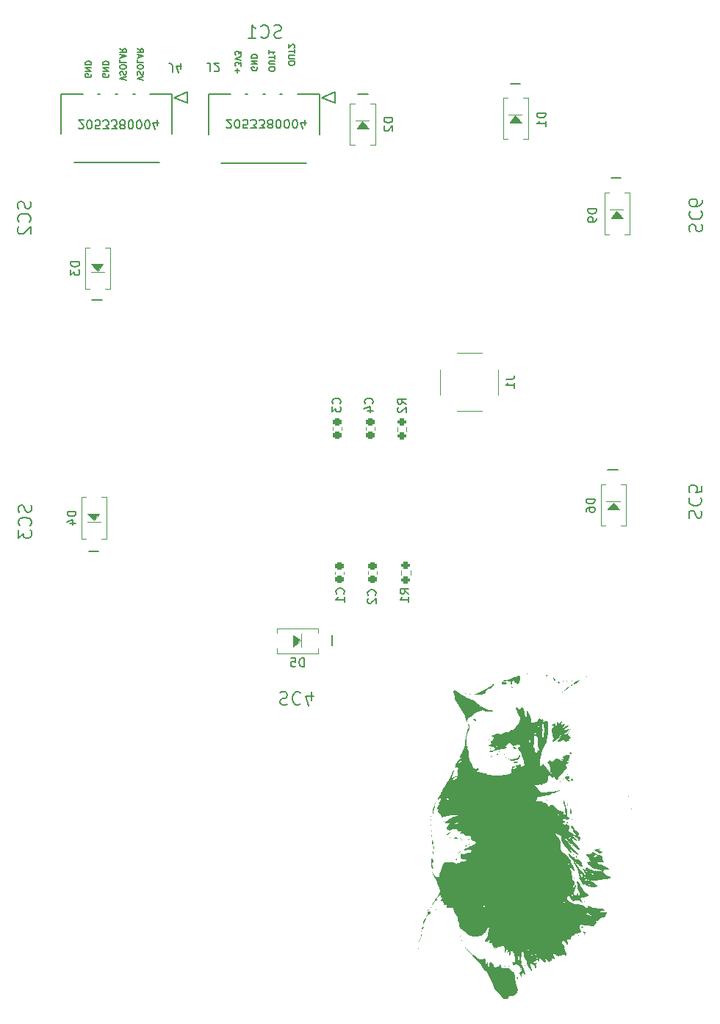
<source format=gbo>
%TF.GenerationSoftware,KiCad,Pcbnew,7.0.10*%
%TF.CreationDate,2024-05-04T16:42:37-07:00*%
%TF.ProjectId,Z_Panels,5a5f5061-6e65-46c7-932e-6b696361645f,rev?*%
%TF.SameCoordinates,Original*%
%TF.FileFunction,Legend,Bot*%
%TF.FilePolarity,Positive*%
%FSLAX46Y46*%
G04 Gerber Fmt 4.6, Leading zero omitted, Abs format (unit mm)*
G04 Created by KiCad (PCBNEW 7.0.10) date 2024-05-04 16:42:37*
%MOMM*%
%LPD*%
G01*
G04 APERTURE LIST*
G04 Aperture macros list*
%AMRoundRect*
0 Rectangle with rounded corners*
0 $1 Rounding radius*
0 $2 $3 $4 $5 $6 $7 $8 $9 X,Y pos of 4 corners*
0 Add a 4 corners polygon primitive as box body*
4,1,4,$2,$3,$4,$5,$6,$7,$8,$9,$2,$3,0*
0 Add four circle primitives for the rounded corners*
1,1,$1+$1,$2,$3*
1,1,$1+$1,$4,$5*
1,1,$1+$1,$6,$7*
1,1,$1+$1,$8,$9*
0 Add four rect primitives between the rounded corners*
20,1,$1+$1,$2,$3,$4,$5,0*
20,1,$1+$1,$4,$5,$6,$7,0*
20,1,$1+$1,$6,$7,$8,$9,0*
20,1,$1+$1,$8,$9,$2,$3,0*%
G04 Aperture macros list end*
%ADD10C,0.150000*%
%ADD11C,0.200000*%
%ADD12C,0.152400*%
%ADD13C,0.120000*%
%ADD14C,0.100000*%
%ADD15C,3.000000*%
%ADD16C,2.600000*%
%ADD17C,3.800000*%
%ADD18R,1.100000X1.450000*%
%ADD19R,1.350000X2.899999*%
%ADD20R,1.700000X2.500000*%
%ADD21RoundRect,0.225000X-0.250000X0.225000X-0.250000X-0.225000X0.250000X-0.225000X0.250000X0.225000X0*%
%ADD22RoundRect,0.225000X0.250000X-0.225000X0.250000X0.225000X-0.250000X0.225000X-0.250000X-0.225000X0*%
%ADD23RoundRect,0.200000X0.275000X-0.200000X0.275000X0.200000X-0.275000X0.200000X-0.275000X-0.200000X0*%
%ADD24R,2.500000X1.700000*%
%ADD25RoundRect,0.200000X-0.275000X0.200000X-0.275000X-0.200000X0.275000X-0.200000X0.275000X0.200000X0*%
%ADD26C,2.050000*%
%ADD27C,2.250000*%
G04 APERTURE END LIST*
D10*
X173982143Y-124160300D02*
X174196429Y-124088871D01*
X174196429Y-124088871D02*
X174553571Y-124088871D01*
X174553571Y-124088871D02*
X174696429Y-124160300D01*
X174696429Y-124160300D02*
X174767857Y-124231728D01*
X174767857Y-124231728D02*
X174839286Y-124374585D01*
X174839286Y-124374585D02*
X174839286Y-124517442D01*
X174839286Y-124517442D02*
X174767857Y-124660300D01*
X174767857Y-124660300D02*
X174696429Y-124731728D01*
X174696429Y-124731728D02*
X174553571Y-124803157D01*
X174553571Y-124803157D02*
X174267857Y-124874585D01*
X174267857Y-124874585D02*
X174125000Y-124946014D01*
X174125000Y-124946014D02*
X174053571Y-125017442D01*
X174053571Y-125017442D02*
X173982143Y-125160300D01*
X173982143Y-125160300D02*
X173982143Y-125303157D01*
X173982143Y-125303157D02*
X174053571Y-125446014D01*
X174053571Y-125446014D02*
X174125000Y-125517442D01*
X174125000Y-125517442D02*
X174267857Y-125588871D01*
X174267857Y-125588871D02*
X174625000Y-125588871D01*
X174625000Y-125588871D02*
X174839286Y-125517442D01*
X176339285Y-124231728D02*
X176267857Y-124160300D01*
X176267857Y-124160300D02*
X176053571Y-124088871D01*
X176053571Y-124088871D02*
X175910714Y-124088871D01*
X175910714Y-124088871D02*
X175696428Y-124160300D01*
X175696428Y-124160300D02*
X175553571Y-124303157D01*
X175553571Y-124303157D02*
X175482142Y-124446014D01*
X175482142Y-124446014D02*
X175410714Y-124731728D01*
X175410714Y-124731728D02*
X175410714Y-124946014D01*
X175410714Y-124946014D02*
X175482142Y-125231728D01*
X175482142Y-125231728D02*
X175553571Y-125374585D01*
X175553571Y-125374585D02*
X175696428Y-125517442D01*
X175696428Y-125517442D02*
X175910714Y-125588871D01*
X175910714Y-125588871D02*
X176053571Y-125588871D01*
X176053571Y-125588871D02*
X176267857Y-125517442D01*
X176267857Y-125517442D02*
X176339285Y-125446014D01*
X177625000Y-125088871D02*
X177625000Y-124088871D01*
X177267857Y-125660300D02*
X176910714Y-124588871D01*
X176910714Y-124588871D02*
X177839285Y-124588871D01*
X169075633Y-52808333D02*
X169075633Y-52275000D01*
X168808966Y-52541666D02*
X169342300Y-52541666D01*
X169508966Y-52008333D02*
X169508966Y-51574999D01*
X169508966Y-51574999D02*
X169242300Y-51808333D01*
X169242300Y-51808333D02*
X169242300Y-51708333D01*
X169242300Y-51708333D02*
X169208966Y-51641666D01*
X169208966Y-51641666D02*
X169175633Y-51608333D01*
X169175633Y-51608333D02*
X169108966Y-51574999D01*
X169108966Y-51574999D02*
X168942300Y-51574999D01*
X168942300Y-51574999D02*
X168875633Y-51608333D01*
X168875633Y-51608333D02*
X168842300Y-51641666D01*
X168842300Y-51641666D02*
X168808966Y-51708333D01*
X168808966Y-51708333D02*
X168808966Y-51908333D01*
X168808966Y-51908333D02*
X168842300Y-51974999D01*
X168842300Y-51974999D02*
X168875633Y-52008333D01*
X169508966Y-51374999D02*
X168808966Y-51141666D01*
X168808966Y-51141666D02*
X169508966Y-50908332D01*
X169508966Y-50741666D02*
X169508966Y-50308332D01*
X169508966Y-50308332D02*
X169242300Y-50541666D01*
X169242300Y-50541666D02*
X169242300Y-50441666D01*
X169242300Y-50441666D02*
X169208966Y-50374999D01*
X169208966Y-50374999D02*
X169175633Y-50341666D01*
X169175633Y-50341666D02*
X169108966Y-50308332D01*
X169108966Y-50308332D02*
X168942300Y-50308332D01*
X168942300Y-50308332D02*
X168875633Y-50341666D01*
X168875633Y-50341666D02*
X168842300Y-50374999D01*
X168842300Y-50374999D02*
X168808966Y-50441666D01*
X168808966Y-50441666D02*
X168808966Y-50641666D01*
X168808966Y-50641666D02*
X168842300Y-50708332D01*
X168842300Y-50708332D02*
X168875633Y-50741666D01*
X175658966Y-51733333D02*
X175658966Y-51599999D01*
X175658966Y-51599999D02*
X175625633Y-51533333D01*
X175625633Y-51533333D02*
X175558966Y-51466666D01*
X175558966Y-51466666D02*
X175425633Y-51433333D01*
X175425633Y-51433333D02*
X175192300Y-51433333D01*
X175192300Y-51433333D02*
X175058966Y-51466666D01*
X175058966Y-51466666D02*
X174992300Y-51533333D01*
X174992300Y-51533333D02*
X174958966Y-51599999D01*
X174958966Y-51599999D02*
X174958966Y-51733333D01*
X174958966Y-51733333D02*
X174992300Y-51799999D01*
X174992300Y-51799999D02*
X175058966Y-51866666D01*
X175058966Y-51866666D02*
X175192300Y-51899999D01*
X175192300Y-51899999D02*
X175425633Y-51899999D01*
X175425633Y-51899999D02*
X175558966Y-51866666D01*
X175558966Y-51866666D02*
X175625633Y-51799999D01*
X175625633Y-51799999D02*
X175658966Y-51733333D01*
X175658966Y-51133333D02*
X175092300Y-51133333D01*
X175092300Y-51133333D02*
X175025633Y-51100000D01*
X175025633Y-51100000D02*
X174992300Y-51066666D01*
X174992300Y-51066666D02*
X174958966Y-51000000D01*
X174958966Y-51000000D02*
X174958966Y-50866666D01*
X174958966Y-50866666D02*
X174992300Y-50800000D01*
X174992300Y-50800000D02*
X175025633Y-50766666D01*
X175025633Y-50766666D02*
X175092300Y-50733333D01*
X175092300Y-50733333D02*
X175658966Y-50733333D01*
X175658966Y-50500000D02*
X175658966Y-50100000D01*
X174958966Y-50300000D02*
X175658966Y-50300000D01*
X175592300Y-49900000D02*
X175625633Y-49866667D01*
X175625633Y-49866667D02*
X175658966Y-49800000D01*
X175658966Y-49800000D02*
X175658966Y-49633334D01*
X175658966Y-49633334D02*
X175625633Y-49566667D01*
X175625633Y-49566667D02*
X175592300Y-49533334D01*
X175592300Y-49533334D02*
X175525633Y-49500000D01*
X175525633Y-49500000D02*
X175458966Y-49500000D01*
X175458966Y-49500000D02*
X175358966Y-49533334D01*
X175358966Y-49533334D02*
X174958966Y-49933334D01*
X174958966Y-49933334D02*
X174958966Y-49500000D01*
X158233966Y-53666666D02*
X157533966Y-53433333D01*
X157533966Y-53433333D02*
X158233966Y-53199999D01*
X157567300Y-52999999D02*
X157533966Y-52899999D01*
X157533966Y-52899999D02*
X157533966Y-52733333D01*
X157533966Y-52733333D02*
X157567300Y-52666666D01*
X157567300Y-52666666D02*
X157600633Y-52633333D01*
X157600633Y-52633333D02*
X157667300Y-52599999D01*
X157667300Y-52599999D02*
X157733966Y-52599999D01*
X157733966Y-52599999D02*
X157800633Y-52633333D01*
X157800633Y-52633333D02*
X157833966Y-52666666D01*
X157833966Y-52666666D02*
X157867300Y-52733333D01*
X157867300Y-52733333D02*
X157900633Y-52866666D01*
X157900633Y-52866666D02*
X157933966Y-52933333D01*
X157933966Y-52933333D02*
X157967300Y-52966666D01*
X157967300Y-52966666D02*
X158033966Y-52999999D01*
X158033966Y-52999999D02*
X158100633Y-52999999D01*
X158100633Y-52999999D02*
X158167300Y-52966666D01*
X158167300Y-52966666D02*
X158200633Y-52933333D01*
X158200633Y-52933333D02*
X158233966Y-52866666D01*
X158233966Y-52866666D02*
X158233966Y-52699999D01*
X158233966Y-52699999D02*
X158200633Y-52599999D01*
X158233966Y-52166666D02*
X158233966Y-52033332D01*
X158233966Y-52033332D02*
X158200633Y-51966666D01*
X158200633Y-51966666D02*
X158133966Y-51899999D01*
X158133966Y-51899999D02*
X158000633Y-51866666D01*
X158000633Y-51866666D02*
X157767300Y-51866666D01*
X157767300Y-51866666D02*
X157633966Y-51899999D01*
X157633966Y-51899999D02*
X157567300Y-51966666D01*
X157567300Y-51966666D02*
X157533966Y-52033332D01*
X157533966Y-52033332D02*
X157533966Y-52166666D01*
X157533966Y-52166666D02*
X157567300Y-52233332D01*
X157567300Y-52233332D02*
X157633966Y-52299999D01*
X157633966Y-52299999D02*
X157767300Y-52333332D01*
X157767300Y-52333332D02*
X158000633Y-52333332D01*
X158000633Y-52333332D02*
X158133966Y-52299999D01*
X158133966Y-52299999D02*
X158200633Y-52233332D01*
X158200633Y-52233332D02*
X158233966Y-52166666D01*
X157533966Y-51233333D02*
X157533966Y-51566666D01*
X157533966Y-51566666D02*
X158233966Y-51566666D01*
X157733966Y-51033332D02*
X157733966Y-50699999D01*
X157533966Y-51099999D02*
X158233966Y-50866666D01*
X158233966Y-50866666D02*
X157533966Y-50633332D01*
X157533966Y-49999999D02*
X157867300Y-50233332D01*
X157533966Y-50399999D02*
X158233966Y-50399999D01*
X158233966Y-50399999D02*
X158233966Y-50133332D01*
X158233966Y-50133332D02*
X158200633Y-50066666D01*
X158200633Y-50066666D02*
X158167300Y-50033332D01*
X158167300Y-50033332D02*
X158100633Y-49999999D01*
X158100633Y-49999999D02*
X158000633Y-49999999D01*
X158000633Y-49999999D02*
X157933966Y-50033332D01*
X157933966Y-50033332D02*
X157900633Y-50066666D01*
X157900633Y-50066666D02*
X157867300Y-50133332D01*
X157867300Y-50133332D02*
X157867300Y-50399999D01*
X221210300Y-71092856D02*
X221138871Y-70878571D01*
X221138871Y-70878571D02*
X221138871Y-70521428D01*
X221138871Y-70521428D02*
X221210300Y-70378571D01*
X221210300Y-70378571D02*
X221281728Y-70307142D01*
X221281728Y-70307142D02*
X221424585Y-70235713D01*
X221424585Y-70235713D02*
X221567442Y-70235713D01*
X221567442Y-70235713D02*
X221710300Y-70307142D01*
X221710300Y-70307142D02*
X221781728Y-70378571D01*
X221781728Y-70378571D02*
X221853157Y-70521428D01*
X221853157Y-70521428D02*
X221924585Y-70807142D01*
X221924585Y-70807142D02*
X221996014Y-70949999D01*
X221996014Y-70949999D02*
X222067442Y-71021428D01*
X222067442Y-71021428D02*
X222210300Y-71092856D01*
X222210300Y-71092856D02*
X222353157Y-71092856D01*
X222353157Y-71092856D02*
X222496014Y-71021428D01*
X222496014Y-71021428D02*
X222567442Y-70949999D01*
X222567442Y-70949999D02*
X222638871Y-70807142D01*
X222638871Y-70807142D02*
X222638871Y-70449999D01*
X222638871Y-70449999D02*
X222567442Y-70235713D01*
X221281728Y-68735714D02*
X221210300Y-68807142D01*
X221210300Y-68807142D02*
X221138871Y-69021428D01*
X221138871Y-69021428D02*
X221138871Y-69164285D01*
X221138871Y-69164285D02*
X221210300Y-69378571D01*
X221210300Y-69378571D02*
X221353157Y-69521428D01*
X221353157Y-69521428D02*
X221496014Y-69592857D01*
X221496014Y-69592857D02*
X221781728Y-69664285D01*
X221781728Y-69664285D02*
X221996014Y-69664285D01*
X221996014Y-69664285D02*
X222281728Y-69592857D01*
X222281728Y-69592857D02*
X222424585Y-69521428D01*
X222424585Y-69521428D02*
X222567442Y-69378571D01*
X222567442Y-69378571D02*
X222638871Y-69164285D01*
X222638871Y-69164285D02*
X222638871Y-69021428D01*
X222638871Y-69021428D02*
X222567442Y-68807142D01*
X222567442Y-68807142D02*
X222496014Y-68735714D01*
X222638871Y-67450000D02*
X222638871Y-67735714D01*
X222638871Y-67735714D02*
X222567442Y-67878571D01*
X222567442Y-67878571D02*
X222496014Y-67950000D01*
X222496014Y-67950000D02*
X222281728Y-68092857D01*
X222281728Y-68092857D02*
X221996014Y-68164285D01*
X221996014Y-68164285D02*
X221424585Y-68164285D01*
X221424585Y-68164285D02*
X221281728Y-68092857D01*
X221281728Y-68092857D02*
X221210300Y-68021428D01*
X221210300Y-68021428D02*
X221138871Y-67878571D01*
X221138871Y-67878571D02*
X221138871Y-67592857D01*
X221138871Y-67592857D02*
X221210300Y-67450000D01*
X221210300Y-67450000D02*
X221281728Y-67378571D01*
X221281728Y-67378571D02*
X221424585Y-67307142D01*
X221424585Y-67307142D02*
X221781728Y-67307142D01*
X221781728Y-67307142D02*
X221924585Y-67378571D01*
X221924585Y-67378571D02*
X221996014Y-67450000D01*
X221996014Y-67450000D02*
X222067442Y-67592857D01*
X222067442Y-67592857D02*
X222067442Y-67878571D01*
X222067442Y-67878571D02*
X221996014Y-68021428D01*
X221996014Y-68021428D02*
X221924585Y-68092857D01*
X221924585Y-68092857D02*
X221781728Y-68164285D01*
X152200633Y-52933332D02*
X152233966Y-52999999D01*
X152233966Y-52999999D02*
X152233966Y-53099999D01*
X152233966Y-53099999D02*
X152200633Y-53199999D01*
X152200633Y-53199999D02*
X152133966Y-53266666D01*
X152133966Y-53266666D02*
X152067300Y-53299999D01*
X152067300Y-53299999D02*
X151933966Y-53333332D01*
X151933966Y-53333332D02*
X151833966Y-53333332D01*
X151833966Y-53333332D02*
X151700633Y-53299999D01*
X151700633Y-53299999D02*
X151633966Y-53266666D01*
X151633966Y-53266666D02*
X151567300Y-53199999D01*
X151567300Y-53199999D02*
X151533966Y-53099999D01*
X151533966Y-53099999D02*
X151533966Y-53033332D01*
X151533966Y-53033332D02*
X151567300Y-52933332D01*
X151567300Y-52933332D02*
X151600633Y-52899999D01*
X151600633Y-52899999D02*
X151833966Y-52899999D01*
X151833966Y-52899999D02*
X151833966Y-53033332D01*
X151533966Y-52599999D02*
X152233966Y-52599999D01*
X152233966Y-52599999D02*
X151533966Y-52199999D01*
X151533966Y-52199999D02*
X152233966Y-52199999D01*
X151533966Y-51866666D02*
X152233966Y-51866666D01*
X152233966Y-51866666D02*
X152233966Y-51699999D01*
X152233966Y-51699999D02*
X152200633Y-51599999D01*
X152200633Y-51599999D02*
X152133966Y-51533333D01*
X152133966Y-51533333D02*
X152067300Y-51499999D01*
X152067300Y-51499999D02*
X151933966Y-51466666D01*
X151933966Y-51466666D02*
X151833966Y-51466666D01*
X151833966Y-51466666D02*
X151700633Y-51499999D01*
X151700633Y-51499999D02*
X151633966Y-51533333D01*
X151633966Y-51533333D02*
X151567300Y-51599999D01*
X151567300Y-51599999D02*
X151533966Y-51699999D01*
X151533966Y-51699999D02*
X151533966Y-51866666D01*
X221160300Y-104067856D02*
X221088871Y-103853571D01*
X221088871Y-103853571D02*
X221088871Y-103496428D01*
X221088871Y-103496428D02*
X221160300Y-103353571D01*
X221160300Y-103353571D02*
X221231728Y-103282142D01*
X221231728Y-103282142D02*
X221374585Y-103210713D01*
X221374585Y-103210713D02*
X221517442Y-103210713D01*
X221517442Y-103210713D02*
X221660300Y-103282142D01*
X221660300Y-103282142D02*
X221731728Y-103353571D01*
X221731728Y-103353571D02*
X221803157Y-103496428D01*
X221803157Y-103496428D02*
X221874585Y-103782142D01*
X221874585Y-103782142D02*
X221946014Y-103924999D01*
X221946014Y-103924999D02*
X222017442Y-103996428D01*
X222017442Y-103996428D02*
X222160300Y-104067856D01*
X222160300Y-104067856D02*
X222303157Y-104067856D01*
X222303157Y-104067856D02*
X222446014Y-103996428D01*
X222446014Y-103996428D02*
X222517442Y-103924999D01*
X222517442Y-103924999D02*
X222588871Y-103782142D01*
X222588871Y-103782142D02*
X222588871Y-103424999D01*
X222588871Y-103424999D02*
X222517442Y-103210713D01*
X221231728Y-101710714D02*
X221160300Y-101782142D01*
X221160300Y-101782142D02*
X221088871Y-101996428D01*
X221088871Y-101996428D02*
X221088871Y-102139285D01*
X221088871Y-102139285D02*
X221160300Y-102353571D01*
X221160300Y-102353571D02*
X221303157Y-102496428D01*
X221303157Y-102496428D02*
X221446014Y-102567857D01*
X221446014Y-102567857D02*
X221731728Y-102639285D01*
X221731728Y-102639285D02*
X221946014Y-102639285D01*
X221946014Y-102639285D02*
X222231728Y-102567857D01*
X222231728Y-102567857D02*
X222374585Y-102496428D01*
X222374585Y-102496428D02*
X222517442Y-102353571D01*
X222517442Y-102353571D02*
X222588871Y-102139285D01*
X222588871Y-102139285D02*
X222588871Y-101996428D01*
X222588871Y-101996428D02*
X222517442Y-101782142D01*
X222517442Y-101782142D02*
X222446014Y-101710714D01*
X222588871Y-100353571D02*
X222588871Y-101067857D01*
X222588871Y-101067857D02*
X221874585Y-101139285D01*
X221874585Y-101139285D02*
X221946014Y-101067857D01*
X221946014Y-101067857D02*
X222017442Y-100925000D01*
X222017442Y-100925000D02*
X222017442Y-100567857D01*
X222017442Y-100567857D02*
X221946014Y-100425000D01*
X221946014Y-100425000D02*
X221874585Y-100353571D01*
X221874585Y-100353571D02*
X221731728Y-100282142D01*
X221731728Y-100282142D02*
X221374585Y-100282142D01*
X221374585Y-100282142D02*
X221231728Y-100353571D01*
X221231728Y-100353571D02*
X221160300Y-100425000D01*
X221160300Y-100425000D02*
X221088871Y-100567857D01*
X221088871Y-100567857D02*
X221088871Y-100925000D01*
X221088871Y-100925000D02*
X221160300Y-101067857D01*
X221160300Y-101067857D02*
X221231728Y-101139285D01*
D11*
X153458928Y-78912900D02*
X152316071Y-78912900D01*
X179987900Y-117566071D02*
X179987900Y-118708929D01*
X153083928Y-107887900D02*
X151941071Y-107887900D01*
D10*
X145189700Y-67582143D02*
X145261128Y-67796429D01*
X145261128Y-67796429D02*
X145261128Y-68153571D01*
X145261128Y-68153571D02*
X145189700Y-68296429D01*
X145189700Y-68296429D02*
X145118271Y-68367857D01*
X145118271Y-68367857D02*
X144975414Y-68439286D01*
X144975414Y-68439286D02*
X144832557Y-68439286D01*
X144832557Y-68439286D02*
X144689700Y-68367857D01*
X144689700Y-68367857D02*
X144618271Y-68296429D01*
X144618271Y-68296429D02*
X144546842Y-68153571D01*
X144546842Y-68153571D02*
X144475414Y-67867857D01*
X144475414Y-67867857D02*
X144403985Y-67725000D01*
X144403985Y-67725000D02*
X144332557Y-67653571D01*
X144332557Y-67653571D02*
X144189700Y-67582143D01*
X144189700Y-67582143D02*
X144046842Y-67582143D01*
X144046842Y-67582143D02*
X143903985Y-67653571D01*
X143903985Y-67653571D02*
X143832557Y-67725000D01*
X143832557Y-67725000D02*
X143761128Y-67867857D01*
X143761128Y-67867857D02*
X143761128Y-68225000D01*
X143761128Y-68225000D02*
X143832557Y-68439286D01*
X145118271Y-69939285D02*
X145189700Y-69867857D01*
X145189700Y-69867857D02*
X145261128Y-69653571D01*
X145261128Y-69653571D02*
X145261128Y-69510714D01*
X145261128Y-69510714D02*
X145189700Y-69296428D01*
X145189700Y-69296428D02*
X145046842Y-69153571D01*
X145046842Y-69153571D02*
X144903985Y-69082142D01*
X144903985Y-69082142D02*
X144618271Y-69010714D01*
X144618271Y-69010714D02*
X144403985Y-69010714D01*
X144403985Y-69010714D02*
X144118271Y-69082142D01*
X144118271Y-69082142D02*
X143975414Y-69153571D01*
X143975414Y-69153571D02*
X143832557Y-69296428D01*
X143832557Y-69296428D02*
X143761128Y-69510714D01*
X143761128Y-69510714D02*
X143761128Y-69653571D01*
X143761128Y-69653571D02*
X143832557Y-69867857D01*
X143832557Y-69867857D02*
X143903985Y-69939285D01*
X143903985Y-70510714D02*
X143832557Y-70582142D01*
X143832557Y-70582142D02*
X143761128Y-70725000D01*
X143761128Y-70725000D02*
X143761128Y-71082142D01*
X143761128Y-71082142D02*
X143832557Y-71225000D01*
X143832557Y-71225000D02*
X143903985Y-71296428D01*
X143903985Y-71296428D02*
X144046842Y-71367857D01*
X144046842Y-71367857D02*
X144189700Y-71367857D01*
X144189700Y-71367857D02*
X144403985Y-71296428D01*
X144403985Y-71296428D02*
X145261128Y-70439285D01*
X145261128Y-70439285D02*
X145261128Y-71367857D01*
D11*
X184108928Y-55262900D02*
X182966071Y-55262900D01*
X212908928Y-98512900D02*
X211766071Y-98512900D01*
D10*
X156233966Y-53666666D02*
X155533966Y-53433333D01*
X155533966Y-53433333D02*
X156233966Y-53199999D01*
X155567300Y-52999999D02*
X155533966Y-52899999D01*
X155533966Y-52899999D02*
X155533966Y-52733333D01*
X155533966Y-52733333D02*
X155567300Y-52666666D01*
X155567300Y-52666666D02*
X155600633Y-52633333D01*
X155600633Y-52633333D02*
X155667300Y-52599999D01*
X155667300Y-52599999D02*
X155733966Y-52599999D01*
X155733966Y-52599999D02*
X155800633Y-52633333D01*
X155800633Y-52633333D02*
X155833966Y-52666666D01*
X155833966Y-52666666D02*
X155867300Y-52733333D01*
X155867300Y-52733333D02*
X155900633Y-52866666D01*
X155900633Y-52866666D02*
X155933966Y-52933333D01*
X155933966Y-52933333D02*
X155967300Y-52966666D01*
X155967300Y-52966666D02*
X156033966Y-52999999D01*
X156033966Y-52999999D02*
X156100633Y-52999999D01*
X156100633Y-52999999D02*
X156167300Y-52966666D01*
X156167300Y-52966666D02*
X156200633Y-52933333D01*
X156200633Y-52933333D02*
X156233966Y-52866666D01*
X156233966Y-52866666D02*
X156233966Y-52699999D01*
X156233966Y-52699999D02*
X156200633Y-52599999D01*
X156233966Y-52166666D02*
X156233966Y-52033332D01*
X156233966Y-52033332D02*
X156200633Y-51966666D01*
X156200633Y-51966666D02*
X156133966Y-51899999D01*
X156133966Y-51899999D02*
X156000633Y-51866666D01*
X156000633Y-51866666D02*
X155767300Y-51866666D01*
X155767300Y-51866666D02*
X155633966Y-51899999D01*
X155633966Y-51899999D02*
X155567300Y-51966666D01*
X155567300Y-51966666D02*
X155533966Y-52033332D01*
X155533966Y-52033332D02*
X155533966Y-52166666D01*
X155533966Y-52166666D02*
X155567300Y-52233332D01*
X155567300Y-52233332D02*
X155633966Y-52299999D01*
X155633966Y-52299999D02*
X155767300Y-52333332D01*
X155767300Y-52333332D02*
X156000633Y-52333332D01*
X156000633Y-52333332D02*
X156133966Y-52299999D01*
X156133966Y-52299999D02*
X156200633Y-52233332D01*
X156200633Y-52233332D02*
X156233966Y-52166666D01*
X155533966Y-51233333D02*
X155533966Y-51566666D01*
X155533966Y-51566666D02*
X156233966Y-51566666D01*
X155733966Y-51033332D02*
X155733966Y-50699999D01*
X155533966Y-51099999D02*
X156233966Y-50866666D01*
X156233966Y-50866666D02*
X155533966Y-50633332D01*
X155533966Y-49999999D02*
X155867300Y-50233332D01*
X155533966Y-50399999D02*
X156233966Y-50399999D01*
X156233966Y-50399999D02*
X156233966Y-50133332D01*
X156233966Y-50133332D02*
X156200633Y-50066666D01*
X156200633Y-50066666D02*
X156167300Y-50033332D01*
X156167300Y-50033332D02*
X156100633Y-49999999D01*
X156100633Y-49999999D02*
X156000633Y-49999999D01*
X156000633Y-49999999D02*
X155933966Y-50033332D01*
X155933966Y-50033332D02*
X155900633Y-50066666D01*
X155900633Y-50066666D02*
X155867300Y-50133332D01*
X155867300Y-50133332D02*
X155867300Y-50399999D01*
X173408966Y-52408333D02*
X173408966Y-52274999D01*
X173408966Y-52274999D02*
X173375633Y-52208333D01*
X173375633Y-52208333D02*
X173308966Y-52141666D01*
X173308966Y-52141666D02*
X173175633Y-52108333D01*
X173175633Y-52108333D02*
X172942300Y-52108333D01*
X172942300Y-52108333D02*
X172808966Y-52141666D01*
X172808966Y-52141666D02*
X172742300Y-52208333D01*
X172742300Y-52208333D02*
X172708966Y-52274999D01*
X172708966Y-52274999D02*
X172708966Y-52408333D01*
X172708966Y-52408333D02*
X172742300Y-52474999D01*
X172742300Y-52474999D02*
X172808966Y-52541666D01*
X172808966Y-52541666D02*
X172942300Y-52574999D01*
X172942300Y-52574999D02*
X173175633Y-52574999D01*
X173175633Y-52574999D02*
X173308966Y-52541666D01*
X173308966Y-52541666D02*
X173375633Y-52474999D01*
X173375633Y-52474999D02*
X173408966Y-52408333D01*
X173408966Y-51808333D02*
X172842300Y-51808333D01*
X172842300Y-51808333D02*
X172775633Y-51775000D01*
X172775633Y-51775000D02*
X172742300Y-51741666D01*
X172742300Y-51741666D02*
X172708966Y-51675000D01*
X172708966Y-51675000D02*
X172708966Y-51541666D01*
X172708966Y-51541666D02*
X172742300Y-51475000D01*
X172742300Y-51475000D02*
X172775633Y-51441666D01*
X172775633Y-51441666D02*
X172842300Y-51408333D01*
X172842300Y-51408333D02*
X173408966Y-51408333D01*
X173408966Y-51175000D02*
X173408966Y-50775000D01*
X172708966Y-50975000D02*
X173408966Y-50975000D01*
X172708966Y-50175000D02*
X172708966Y-50575000D01*
X172708966Y-50375000D02*
X173408966Y-50375000D01*
X173408966Y-50375000D02*
X173308966Y-50441667D01*
X173308966Y-50441667D02*
X173242300Y-50508334D01*
X173242300Y-50508334D02*
X173208966Y-50575000D01*
D11*
X201658928Y-54012900D02*
X200516071Y-54012900D01*
D10*
X174142856Y-48714700D02*
X173928571Y-48786128D01*
X173928571Y-48786128D02*
X173571428Y-48786128D01*
X173571428Y-48786128D02*
X173428571Y-48714700D01*
X173428571Y-48714700D02*
X173357142Y-48643271D01*
X173357142Y-48643271D02*
X173285713Y-48500414D01*
X173285713Y-48500414D02*
X173285713Y-48357557D01*
X173285713Y-48357557D02*
X173357142Y-48214700D01*
X173357142Y-48214700D02*
X173428571Y-48143271D01*
X173428571Y-48143271D02*
X173571428Y-48071842D01*
X173571428Y-48071842D02*
X173857142Y-48000414D01*
X173857142Y-48000414D02*
X173999999Y-47928985D01*
X173999999Y-47928985D02*
X174071428Y-47857557D01*
X174071428Y-47857557D02*
X174142856Y-47714700D01*
X174142856Y-47714700D02*
X174142856Y-47571842D01*
X174142856Y-47571842D02*
X174071428Y-47428985D01*
X174071428Y-47428985D02*
X173999999Y-47357557D01*
X173999999Y-47357557D02*
X173857142Y-47286128D01*
X173857142Y-47286128D02*
X173499999Y-47286128D01*
X173499999Y-47286128D02*
X173285713Y-47357557D01*
X171785714Y-48643271D02*
X171857142Y-48714700D01*
X171857142Y-48714700D02*
X172071428Y-48786128D01*
X172071428Y-48786128D02*
X172214285Y-48786128D01*
X172214285Y-48786128D02*
X172428571Y-48714700D01*
X172428571Y-48714700D02*
X172571428Y-48571842D01*
X172571428Y-48571842D02*
X172642857Y-48428985D01*
X172642857Y-48428985D02*
X172714285Y-48143271D01*
X172714285Y-48143271D02*
X172714285Y-47928985D01*
X172714285Y-47928985D02*
X172642857Y-47643271D01*
X172642857Y-47643271D02*
X172571428Y-47500414D01*
X172571428Y-47500414D02*
X172428571Y-47357557D01*
X172428571Y-47357557D02*
X172214285Y-47286128D01*
X172214285Y-47286128D02*
X172071428Y-47286128D01*
X172071428Y-47286128D02*
X171857142Y-47357557D01*
X171857142Y-47357557D02*
X171785714Y-47428985D01*
X170357142Y-48786128D02*
X171214285Y-48786128D01*
X170785714Y-48786128D02*
X170785714Y-47286128D01*
X170785714Y-47286128D02*
X170928571Y-47500414D01*
X170928571Y-47500414D02*
X171071428Y-47643271D01*
X171071428Y-47643271D02*
X171214285Y-47714700D01*
D11*
X213283928Y-64887900D02*
X212141071Y-64887900D01*
D10*
X154200633Y-52933332D02*
X154233966Y-52999999D01*
X154233966Y-52999999D02*
X154233966Y-53099999D01*
X154233966Y-53099999D02*
X154200633Y-53199999D01*
X154200633Y-53199999D02*
X154133966Y-53266666D01*
X154133966Y-53266666D02*
X154067300Y-53299999D01*
X154067300Y-53299999D02*
X153933966Y-53333332D01*
X153933966Y-53333332D02*
X153833966Y-53333332D01*
X153833966Y-53333332D02*
X153700633Y-53299999D01*
X153700633Y-53299999D02*
X153633966Y-53266666D01*
X153633966Y-53266666D02*
X153567300Y-53199999D01*
X153567300Y-53199999D02*
X153533966Y-53099999D01*
X153533966Y-53099999D02*
X153533966Y-53033332D01*
X153533966Y-53033332D02*
X153567300Y-52933332D01*
X153567300Y-52933332D02*
X153600633Y-52899999D01*
X153600633Y-52899999D02*
X153833966Y-52899999D01*
X153833966Y-52899999D02*
X153833966Y-53033332D01*
X153533966Y-52599999D02*
X154233966Y-52599999D01*
X154233966Y-52599999D02*
X153533966Y-52199999D01*
X153533966Y-52199999D02*
X154233966Y-52199999D01*
X153533966Y-51866666D02*
X154233966Y-51866666D01*
X154233966Y-51866666D02*
X154233966Y-51699999D01*
X154233966Y-51699999D02*
X154200633Y-51599999D01*
X154200633Y-51599999D02*
X154133966Y-51533333D01*
X154133966Y-51533333D02*
X154067300Y-51499999D01*
X154067300Y-51499999D02*
X153933966Y-51466666D01*
X153933966Y-51466666D02*
X153833966Y-51466666D01*
X153833966Y-51466666D02*
X153700633Y-51499999D01*
X153700633Y-51499999D02*
X153633966Y-51533333D01*
X153633966Y-51533333D02*
X153567300Y-51599999D01*
X153567300Y-51599999D02*
X153533966Y-51699999D01*
X153533966Y-51699999D02*
X153533966Y-51866666D01*
X171350633Y-52133332D02*
X171383966Y-52199999D01*
X171383966Y-52199999D02*
X171383966Y-52299999D01*
X171383966Y-52299999D02*
X171350633Y-52399999D01*
X171350633Y-52399999D02*
X171283966Y-52466666D01*
X171283966Y-52466666D02*
X171217300Y-52499999D01*
X171217300Y-52499999D02*
X171083966Y-52533332D01*
X171083966Y-52533332D02*
X170983966Y-52533332D01*
X170983966Y-52533332D02*
X170850633Y-52499999D01*
X170850633Y-52499999D02*
X170783966Y-52466666D01*
X170783966Y-52466666D02*
X170717300Y-52399999D01*
X170717300Y-52399999D02*
X170683966Y-52299999D01*
X170683966Y-52299999D02*
X170683966Y-52233332D01*
X170683966Y-52233332D02*
X170717300Y-52133332D01*
X170717300Y-52133332D02*
X170750633Y-52099999D01*
X170750633Y-52099999D02*
X170983966Y-52099999D01*
X170983966Y-52099999D02*
X170983966Y-52233332D01*
X170683966Y-51799999D02*
X171383966Y-51799999D01*
X171383966Y-51799999D02*
X170683966Y-51399999D01*
X170683966Y-51399999D02*
X171383966Y-51399999D01*
X170683966Y-51066666D02*
X171383966Y-51066666D01*
X171383966Y-51066666D02*
X171383966Y-50899999D01*
X171383966Y-50899999D02*
X171350633Y-50799999D01*
X171350633Y-50799999D02*
X171283966Y-50733333D01*
X171283966Y-50733333D02*
X171217300Y-50699999D01*
X171217300Y-50699999D02*
X171083966Y-50666666D01*
X171083966Y-50666666D02*
X170983966Y-50666666D01*
X170983966Y-50666666D02*
X170850633Y-50699999D01*
X170850633Y-50699999D02*
X170783966Y-50733333D01*
X170783966Y-50733333D02*
X170717300Y-50799999D01*
X170717300Y-50799999D02*
X170683966Y-50899999D01*
X170683966Y-50899999D02*
X170683966Y-51066666D01*
X145239700Y-102557143D02*
X145311128Y-102771429D01*
X145311128Y-102771429D02*
X145311128Y-103128571D01*
X145311128Y-103128571D02*
X145239700Y-103271429D01*
X145239700Y-103271429D02*
X145168271Y-103342857D01*
X145168271Y-103342857D02*
X145025414Y-103414286D01*
X145025414Y-103414286D02*
X144882557Y-103414286D01*
X144882557Y-103414286D02*
X144739700Y-103342857D01*
X144739700Y-103342857D02*
X144668271Y-103271429D01*
X144668271Y-103271429D02*
X144596842Y-103128571D01*
X144596842Y-103128571D02*
X144525414Y-102842857D01*
X144525414Y-102842857D02*
X144453985Y-102700000D01*
X144453985Y-102700000D02*
X144382557Y-102628571D01*
X144382557Y-102628571D02*
X144239700Y-102557143D01*
X144239700Y-102557143D02*
X144096842Y-102557143D01*
X144096842Y-102557143D02*
X143953985Y-102628571D01*
X143953985Y-102628571D02*
X143882557Y-102700000D01*
X143882557Y-102700000D02*
X143811128Y-102842857D01*
X143811128Y-102842857D02*
X143811128Y-103200000D01*
X143811128Y-103200000D02*
X143882557Y-103414286D01*
X145168271Y-104914285D02*
X145239700Y-104842857D01*
X145239700Y-104842857D02*
X145311128Y-104628571D01*
X145311128Y-104628571D02*
X145311128Y-104485714D01*
X145311128Y-104485714D02*
X145239700Y-104271428D01*
X145239700Y-104271428D02*
X145096842Y-104128571D01*
X145096842Y-104128571D02*
X144953985Y-104057142D01*
X144953985Y-104057142D02*
X144668271Y-103985714D01*
X144668271Y-103985714D02*
X144453985Y-103985714D01*
X144453985Y-103985714D02*
X144168271Y-104057142D01*
X144168271Y-104057142D02*
X144025414Y-104128571D01*
X144025414Y-104128571D02*
X143882557Y-104271428D01*
X143882557Y-104271428D02*
X143811128Y-104485714D01*
X143811128Y-104485714D02*
X143811128Y-104628571D01*
X143811128Y-104628571D02*
X143882557Y-104842857D01*
X143882557Y-104842857D02*
X143953985Y-104914285D01*
X143811128Y-105414285D02*
X143811128Y-106342857D01*
X143811128Y-106342857D02*
X144382557Y-105842857D01*
X144382557Y-105842857D02*
X144382557Y-106057142D01*
X144382557Y-106057142D02*
X144453985Y-106200000D01*
X144453985Y-106200000D02*
X144525414Y-106271428D01*
X144525414Y-106271428D02*
X144668271Y-106342857D01*
X144668271Y-106342857D02*
X145025414Y-106342857D01*
X145025414Y-106342857D02*
X145168271Y-106271428D01*
X145168271Y-106271428D02*
X145239700Y-106200000D01*
X145239700Y-106200000D02*
X145311128Y-106057142D01*
X145311128Y-106057142D02*
X145311128Y-105628571D01*
X145311128Y-105628571D02*
X145239700Y-105485714D01*
X145239700Y-105485714D02*
X145168271Y-105414285D01*
X161591666Y-52720180D02*
X161591666Y-52005895D01*
X161591666Y-52005895D02*
X161544047Y-51863038D01*
X161544047Y-51863038D02*
X161448809Y-51767800D01*
X161448809Y-51767800D02*
X161305952Y-51720180D01*
X161305952Y-51720180D02*
X161210714Y-51720180D01*
X162496428Y-52386847D02*
X162496428Y-51720180D01*
X162258333Y-52767800D02*
X162020238Y-52053514D01*
X162020238Y-52053514D02*
X162639285Y-52053514D01*
X150778571Y-59149942D02*
X150826190Y-59197561D01*
X150826190Y-59197561D02*
X150921428Y-59245180D01*
X150921428Y-59245180D02*
X151159523Y-59245180D01*
X151159523Y-59245180D02*
X151254761Y-59197561D01*
X151254761Y-59197561D02*
X151302380Y-59149942D01*
X151302380Y-59149942D02*
X151349999Y-59054704D01*
X151349999Y-59054704D02*
X151349999Y-58959466D01*
X151349999Y-58959466D02*
X151302380Y-58816609D01*
X151302380Y-58816609D02*
X150730952Y-58245180D01*
X150730952Y-58245180D02*
X151349999Y-58245180D01*
X151969047Y-59245180D02*
X152064285Y-59245180D01*
X152064285Y-59245180D02*
X152159523Y-59197561D01*
X152159523Y-59197561D02*
X152207142Y-59149942D01*
X152207142Y-59149942D02*
X152254761Y-59054704D01*
X152254761Y-59054704D02*
X152302380Y-58864228D01*
X152302380Y-58864228D02*
X152302380Y-58626133D01*
X152302380Y-58626133D02*
X152254761Y-58435657D01*
X152254761Y-58435657D02*
X152207142Y-58340419D01*
X152207142Y-58340419D02*
X152159523Y-58292800D01*
X152159523Y-58292800D02*
X152064285Y-58245180D01*
X152064285Y-58245180D02*
X151969047Y-58245180D01*
X151969047Y-58245180D02*
X151873809Y-58292800D01*
X151873809Y-58292800D02*
X151826190Y-58340419D01*
X151826190Y-58340419D02*
X151778571Y-58435657D01*
X151778571Y-58435657D02*
X151730952Y-58626133D01*
X151730952Y-58626133D02*
X151730952Y-58864228D01*
X151730952Y-58864228D02*
X151778571Y-59054704D01*
X151778571Y-59054704D02*
X151826190Y-59149942D01*
X151826190Y-59149942D02*
X151873809Y-59197561D01*
X151873809Y-59197561D02*
X151969047Y-59245180D01*
X153207142Y-59245180D02*
X152730952Y-59245180D01*
X152730952Y-59245180D02*
X152683333Y-58768990D01*
X152683333Y-58768990D02*
X152730952Y-58816609D01*
X152730952Y-58816609D02*
X152826190Y-58864228D01*
X152826190Y-58864228D02*
X153064285Y-58864228D01*
X153064285Y-58864228D02*
X153159523Y-58816609D01*
X153159523Y-58816609D02*
X153207142Y-58768990D01*
X153207142Y-58768990D02*
X153254761Y-58673752D01*
X153254761Y-58673752D02*
X153254761Y-58435657D01*
X153254761Y-58435657D02*
X153207142Y-58340419D01*
X153207142Y-58340419D02*
X153159523Y-58292800D01*
X153159523Y-58292800D02*
X153064285Y-58245180D01*
X153064285Y-58245180D02*
X152826190Y-58245180D01*
X152826190Y-58245180D02*
X152730952Y-58292800D01*
X152730952Y-58292800D02*
X152683333Y-58340419D01*
X153588095Y-59245180D02*
X154207142Y-59245180D01*
X154207142Y-59245180D02*
X153873809Y-58864228D01*
X153873809Y-58864228D02*
X154016666Y-58864228D01*
X154016666Y-58864228D02*
X154111904Y-58816609D01*
X154111904Y-58816609D02*
X154159523Y-58768990D01*
X154159523Y-58768990D02*
X154207142Y-58673752D01*
X154207142Y-58673752D02*
X154207142Y-58435657D01*
X154207142Y-58435657D02*
X154159523Y-58340419D01*
X154159523Y-58340419D02*
X154111904Y-58292800D01*
X154111904Y-58292800D02*
X154016666Y-58245180D01*
X154016666Y-58245180D02*
X153730952Y-58245180D01*
X153730952Y-58245180D02*
X153635714Y-58292800D01*
X153635714Y-58292800D02*
X153588095Y-58340419D01*
X154540476Y-59245180D02*
X155159523Y-59245180D01*
X155159523Y-59245180D02*
X154826190Y-58864228D01*
X154826190Y-58864228D02*
X154969047Y-58864228D01*
X154969047Y-58864228D02*
X155064285Y-58816609D01*
X155064285Y-58816609D02*
X155111904Y-58768990D01*
X155111904Y-58768990D02*
X155159523Y-58673752D01*
X155159523Y-58673752D02*
X155159523Y-58435657D01*
X155159523Y-58435657D02*
X155111904Y-58340419D01*
X155111904Y-58340419D02*
X155064285Y-58292800D01*
X155064285Y-58292800D02*
X154969047Y-58245180D01*
X154969047Y-58245180D02*
X154683333Y-58245180D01*
X154683333Y-58245180D02*
X154588095Y-58292800D01*
X154588095Y-58292800D02*
X154540476Y-58340419D01*
X155730952Y-58816609D02*
X155635714Y-58864228D01*
X155635714Y-58864228D02*
X155588095Y-58911847D01*
X155588095Y-58911847D02*
X155540476Y-59007085D01*
X155540476Y-59007085D02*
X155540476Y-59054704D01*
X155540476Y-59054704D02*
X155588095Y-59149942D01*
X155588095Y-59149942D02*
X155635714Y-59197561D01*
X155635714Y-59197561D02*
X155730952Y-59245180D01*
X155730952Y-59245180D02*
X155921428Y-59245180D01*
X155921428Y-59245180D02*
X156016666Y-59197561D01*
X156016666Y-59197561D02*
X156064285Y-59149942D01*
X156064285Y-59149942D02*
X156111904Y-59054704D01*
X156111904Y-59054704D02*
X156111904Y-59007085D01*
X156111904Y-59007085D02*
X156064285Y-58911847D01*
X156064285Y-58911847D02*
X156016666Y-58864228D01*
X156016666Y-58864228D02*
X155921428Y-58816609D01*
X155921428Y-58816609D02*
X155730952Y-58816609D01*
X155730952Y-58816609D02*
X155635714Y-58768990D01*
X155635714Y-58768990D02*
X155588095Y-58721371D01*
X155588095Y-58721371D02*
X155540476Y-58626133D01*
X155540476Y-58626133D02*
X155540476Y-58435657D01*
X155540476Y-58435657D02*
X155588095Y-58340419D01*
X155588095Y-58340419D02*
X155635714Y-58292800D01*
X155635714Y-58292800D02*
X155730952Y-58245180D01*
X155730952Y-58245180D02*
X155921428Y-58245180D01*
X155921428Y-58245180D02*
X156016666Y-58292800D01*
X156016666Y-58292800D02*
X156064285Y-58340419D01*
X156064285Y-58340419D02*
X156111904Y-58435657D01*
X156111904Y-58435657D02*
X156111904Y-58626133D01*
X156111904Y-58626133D02*
X156064285Y-58721371D01*
X156064285Y-58721371D02*
X156016666Y-58768990D01*
X156016666Y-58768990D02*
X155921428Y-58816609D01*
X156730952Y-59245180D02*
X156826190Y-59245180D01*
X156826190Y-59245180D02*
X156921428Y-59197561D01*
X156921428Y-59197561D02*
X156969047Y-59149942D01*
X156969047Y-59149942D02*
X157016666Y-59054704D01*
X157016666Y-59054704D02*
X157064285Y-58864228D01*
X157064285Y-58864228D02*
X157064285Y-58626133D01*
X157064285Y-58626133D02*
X157016666Y-58435657D01*
X157016666Y-58435657D02*
X156969047Y-58340419D01*
X156969047Y-58340419D02*
X156921428Y-58292800D01*
X156921428Y-58292800D02*
X156826190Y-58245180D01*
X156826190Y-58245180D02*
X156730952Y-58245180D01*
X156730952Y-58245180D02*
X156635714Y-58292800D01*
X156635714Y-58292800D02*
X156588095Y-58340419D01*
X156588095Y-58340419D02*
X156540476Y-58435657D01*
X156540476Y-58435657D02*
X156492857Y-58626133D01*
X156492857Y-58626133D02*
X156492857Y-58864228D01*
X156492857Y-58864228D02*
X156540476Y-59054704D01*
X156540476Y-59054704D02*
X156588095Y-59149942D01*
X156588095Y-59149942D02*
X156635714Y-59197561D01*
X156635714Y-59197561D02*
X156730952Y-59245180D01*
X157683333Y-59245180D02*
X157778571Y-59245180D01*
X157778571Y-59245180D02*
X157873809Y-59197561D01*
X157873809Y-59197561D02*
X157921428Y-59149942D01*
X157921428Y-59149942D02*
X157969047Y-59054704D01*
X157969047Y-59054704D02*
X158016666Y-58864228D01*
X158016666Y-58864228D02*
X158016666Y-58626133D01*
X158016666Y-58626133D02*
X157969047Y-58435657D01*
X157969047Y-58435657D02*
X157921428Y-58340419D01*
X157921428Y-58340419D02*
X157873809Y-58292800D01*
X157873809Y-58292800D02*
X157778571Y-58245180D01*
X157778571Y-58245180D02*
X157683333Y-58245180D01*
X157683333Y-58245180D02*
X157588095Y-58292800D01*
X157588095Y-58292800D02*
X157540476Y-58340419D01*
X157540476Y-58340419D02*
X157492857Y-58435657D01*
X157492857Y-58435657D02*
X157445238Y-58626133D01*
X157445238Y-58626133D02*
X157445238Y-58864228D01*
X157445238Y-58864228D02*
X157492857Y-59054704D01*
X157492857Y-59054704D02*
X157540476Y-59149942D01*
X157540476Y-59149942D02*
X157588095Y-59197561D01*
X157588095Y-59197561D02*
X157683333Y-59245180D01*
X158635714Y-59245180D02*
X158730952Y-59245180D01*
X158730952Y-59245180D02*
X158826190Y-59197561D01*
X158826190Y-59197561D02*
X158873809Y-59149942D01*
X158873809Y-59149942D02*
X158921428Y-59054704D01*
X158921428Y-59054704D02*
X158969047Y-58864228D01*
X158969047Y-58864228D02*
X158969047Y-58626133D01*
X158969047Y-58626133D02*
X158921428Y-58435657D01*
X158921428Y-58435657D02*
X158873809Y-58340419D01*
X158873809Y-58340419D02*
X158826190Y-58292800D01*
X158826190Y-58292800D02*
X158730952Y-58245180D01*
X158730952Y-58245180D02*
X158635714Y-58245180D01*
X158635714Y-58245180D02*
X158540476Y-58292800D01*
X158540476Y-58292800D02*
X158492857Y-58340419D01*
X158492857Y-58340419D02*
X158445238Y-58435657D01*
X158445238Y-58435657D02*
X158397619Y-58626133D01*
X158397619Y-58626133D02*
X158397619Y-58864228D01*
X158397619Y-58864228D02*
X158445238Y-59054704D01*
X158445238Y-59054704D02*
X158492857Y-59149942D01*
X158492857Y-59149942D02*
X158540476Y-59197561D01*
X158540476Y-59197561D02*
X158635714Y-59245180D01*
X159826190Y-58911847D02*
X159826190Y-58245180D01*
X159588095Y-59292800D02*
X159350000Y-58578514D01*
X159350000Y-58578514D02*
X159969047Y-58578514D01*
X186954819Y-57961905D02*
X185954819Y-57961905D01*
X185954819Y-57961905D02*
X185954819Y-58200000D01*
X185954819Y-58200000D02*
X186002438Y-58342857D01*
X186002438Y-58342857D02*
X186097676Y-58438095D01*
X186097676Y-58438095D02*
X186192914Y-58485714D01*
X186192914Y-58485714D02*
X186383390Y-58533333D01*
X186383390Y-58533333D02*
X186526247Y-58533333D01*
X186526247Y-58533333D02*
X186716723Y-58485714D01*
X186716723Y-58485714D02*
X186811961Y-58438095D01*
X186811961Y-58438095D02*
X186907200Y-58342857D01*
X186907200Y-58342857D02*
X186954819Y-58200000D01*
X186954819Y-58200000D02*
X186954819Y-57961905D01*
X186050057Y-58914286D02*
X186002438Y-58961905D01*
X186002438Y-58961905D02*
X185954819Y-59057143D01*
X185954819Y-59057143D02*
X185954819Y-59295238D01*
X185954819Y-59295238D02*
X186002438Y-59390476D01*
X186002438Y-59390476D02*
X186050057Y-59438095D01*
X186050057Y-59438095D02*
X186145295Y-59485714D01*
X186145295Y-59485714D02*
X186240533Y-59485714D01*
X186240533Y-59485714D02*
X186383390Y-59438095D01*
X186383390Y-59438095D02*
X186954819Y-58866667D01*
X186954819Y-58866667D02*
X186954819Y-59485714D01*
X181319580Y-112783333D02*
X181367200Y-112735714D01*
X181367200Y-112735714D02*
X181414819Y-112592857D01*
X181414819Y-112592857D02*
X181414819Y-112497619D01*
X181414819Y-112497619D02*
X181367200Y-112354762D01*
X181367200Y-112354762D02*
X181271961Y-112259524D01*
X181271961Y-112259524D02*
X181176723Y-112211905D01*
X181176723Y-112211905D02*
X180986247Y-112164286D01*
X180986247Y-112164286D02*
X180843390Y-112164286D01*
X180843390Y-112164286D02*
X180652914Y-112211905D01*
X180652914Y-112211905D02*
X180557676Y-112259524D01*
X180557676Y-112259524D02*
X180462438Y-112354762D01*
X180462438Y-112354762D02*
X180414819Y-112497619D01*
X180414819Y-112497619D02*
X180414819Y-112592857D01*
X180414819Y-112592857D02*
X180462438Y-112735714D01*
X180462438Y-112735714D02*
X180510057Y-112783333D01*
X181414819Y-113735714D02*
X181414819Y-113164286D01*
X181414819Y-113450000D02*
X180414819Y-113450000D01*
X180414819Y-113450000D02*
X180557676Y-113354762D01*
X180557676Y-113354762D02*
X180652914Y-113259524D01*
X180652914Y-113259524D02*
X180700533Y-113164286D01*
X150864819Y-74561905D02*
X149864819Y-74561905D01*
X149864819Y-74561905D02*
X149864819Y-74800000D01*
X149864819Y-74800000D02*
X149912438Y-74942857D01*
X149912438Y-74942857D02*
X150007676Y-75038095D01*
X150007676Y-75038095D02*
X150102914Y-75085714D01*
X150102914Y-75085714D02*
X150293390Y-75133333D01*
X150293390Y-75133333D02*
X150436247Y-75133333D01*
X150436247Y-75133333D02*
X150626723Y-75085714D01*
X150626723Y-75085714D02*
X150721961Y-75038095D01*
X150721961Y-75038095D02*
X150817200Y-74942857D01*
X150817200Y-74942857D02*
X150864819Y-74800000D01*
X150864819Y-74800000D02*
X150864819Y-74561905D01*
X149864819Y-75466667D02*
X149864819Y-76085714D01*
X149864819Y-76085714D02*
X150245771Y-75752381D01*
X150245771Y-75752381D02*
X150245771Y-75895238D01*
X150245771Y-75895238D02*
X150293390Y-75990476D01*
X150293390Y-75990476D02*
X150341009Y-76038095D01*
X150341009Y-76038095D02*
X150436247Y-76085714D01*
X150436247Y-76085714D02*
X150674342Y-76085714D01*
X150674342Y-76085714D02*
X150769580Y-76038095D01*
X150769580Y-76038095D02*
X150817200Y-75990476D01*
X150817200Y-75990476D02*
X150864819Y-75895238D01*
X150864819Y-75895238D02*
X150864819Y-75609524D01*
X150864819Y-75609524D02*
X150817200Y-75514286D01*
X150817200Y-75514286D02*
X150769580Y-75466667D01*
X165966666Y-52645180D02*
X165966666Y-51930895D01*
X165966666Y-51930895D02*
X165919047Y-51788038D01*
X165919047Y-51788038D02*
X165823809Y-51692800D01*
X165823809Y-51692800D02*
X165680952Y-51645180D01*
X165680952Y-51645180D02*
X165585714Y-51645180D01*
X166395238Y-52549942D02*
X166442857Y-52597561D01*
X166442857Y-52597561D02*
X166538095Y-52645180D01*
X166538095Y-52645180D02*
X166776190Y-52645180D01*
X166776190Y-52645180D02*
X166871428Y-52597561D01*
X166871428Y-52597561D02*
X166919047Y-52549942D01*
X166919047Y-52549942D02*
X166966666Y-52454704D01*
X166966666Y-52454704D02*
X166966666Y-52359466D01*
X166966666Y-52359466D02*
X166919047Y-52216609D01*
X166919047Y-52216609D02*
X166347619Y-51645180D01*
X166347619Y-51645180D02*
X166966666Y-51645180D01*
X167803571Y-59074942D02*
X167851190Y-59122561D01*
X167851190Y-59122561D02*
X167946428Y-59170180D01*
X167946428Y-59170180D02*
X168184523Y-59170180D01*
X168184523Y-59170180D02*
X168279761Y-59122561D01*
X168279761Y-59122561D02*
X168327380Y-59074942D01*
X168327380Y-59074942D02*
X168374999Y-58979704D01*
X168374999Y-58979704D02*
X168374999Y-58884466D01*
X168374999Y-58884466D02*
X168327380Y-58741609D01*
X168327380Y-58741609D02*
X167755952Y-58170180D01*
X167755952Y-58170180D02*
X168374999Y-58170180D01*
X168994047Y-59170180D02*
X169089285Y-59170180D01*
X169089285Y-59170180D02*
X169184523Y-59122561D01*
X169184523Y-59122561D02*
X169232142Y-59074942D01*
X169232142Y-59074942D02*
X169279761Y-58979704D01*
X169279761Y-58979704D02*
X169327380Y-58789228D01*
X169327380Y-58789228D02*
X169327380Y-58551133D01*
X169327380Y-58551133D02*
X169279761Y-58360657D01*
X169279761Y-58360657D02*
X169232142Y-58265419D01*
X169232142Y-58265419D02*
X169184523Y-58217800D01*
X169184523Y-58217800D02*
X169089285Y-58170180D01*
X169089285Y-58170180D02*
X168994047Y-58170180D01*
X168994047Y-58170180D02*
X168898809Y-58217800D01*
X168898809Y-58217800D02*
X168851190Y-58265419D01*
X168851190Y-58265419D02*
X168803571Y-58360657D01*
X168803571Y-58360657D02*
X168755952Y-58551133D01*
X168755952Y-58551133D02*
X168755952Y-58789228D01*
X168755952Y-58789228D02*
X168803571Y-58979704D01*
X168803571Y-58979704D02*
X168851190Y-59074942D01*
X168851190Y-59074942D02*
X168898809Y-59122561D01*
X168898809Y-59122561D02*
X168994047Y-59170180D01*
X170232142Y-59170180D02*
X169755952Y-59170180D01*
X169755952Y-59170180D02*
X169708333Y-58693990D01*
X169708333Y-58693990D02*
X169755952Y-58741609D01*
X169755952Y-58741609D02*
X169851190Y-58789228D01*
X169851190Y-58789228D02*
X170089285Y-58789228D01*
X170089285Y-58789228D02*
X170184523Y-58741609D01*
X170184523Y-58741609D02*
X170232142Y-58693990D01*
X170232142Y-58693990D02*
X170279761Y-58598752D01*
X170279761Y-58598752D02*
X170279761Y-58360657D01*
X170279761Y-58360657D02*
X170232142Y-58265419D01*
X170232142Y-58265419D02*
X170184523Y-58217800D01*
X170184523Y-58217800D02*
X170089285Y-58170180D01*
X170089285Y-58170180D02*
X169851190Y-58170180D01*
X169851190Y-58170180D02*
X169755952Y-58217800D01*
X169755952Y-58217800D02*
X169708333Y-58265419D01*
X170613095Y-59170180D02*
X171232142Y-59170180D01*
X171232142Y-59170180D02*
X170898809Y-58789228D01*
X170898809Y-58789228D02*
X171041666Y-58789228D01*
X171041666Y-58789228D02*
X171136904Y-58741609D01*
X171136904Y-58741609D02*
X171184523Y-58693990D01*
X171184523Y-58693990D02*
X171232142Y-58598752D01*
X171232142Y-58598752D02*
X171232142Y-58360657D01*
X171232142Y-58360657D02*
X171184523Y-58265419D01*
X171184523Y-58265419D02*
X171136904Y-58217800D01*
X171136904Y-58217800D02*
X171041666Y-58170180D01*
X171041666Y-58170180D02*
X170755952Y-58170180D01*
X170755952Y-58170180D02*
X170660714Y-58217800D01*
X170660714Y-58217800D02*
X170613095Y-58265419D01*
X171565476Y-59170180D02*
X172184523Y-59170180D01*
X172184523Y-59170180D02*
X171851190Y-58789228D01*
X171851190Y-58789228D02*
X171994047Y-58789228D01*
X171994047Y-58789228D02*
X172089285Y-58741609D01*
X172089285Y-58741609D02*
X172136904Y-58693990D01*
X172136904Y-58693990D02*
X172184523Y-58598752D01*
X172184523Y-58598752D02*
X172184523Y-58360657D01*
X172184523Y-58360657D02*
X172136904Y-58265419D01*
X172136904Y-58265419D02*
X172089285Y-58217800D01*
X172089285Y-58217800D02*
X171994047Y-58170180D01*
X171994047Y-58170180D02*
X171708333Y-58170180D01*
X171708333Y-58170180D02*
X171613095Y-58217800D01*
X171613095Y-58217800D02*
X171565476Y-58265419D01*
X172755952Y-58741609D02*
X172660714Y-58789228D01*
X172660714Y-58789228D02*
X172613095Y-58836847D01*
X172613095Y-58836847D02*
X172565476Y-58932085D01*
X172565476Y-58932085D02*
X172565476Y-58979704D01*
X172565476Y-58979704D02*
X172613095Y-59074942D01*
X172613095Y-59074942D02*
X172660714Y-59122561D01*
X172660714Y-59122561D02*
X172755952Y-59170180D01*
X172755952Y-59170180D02*
X172946428Y-59170180D01*
X172946428Y-59170180D02*
X173041666Y-59122561D01*
X173041666Y-59122561D02*
X173089285Y-59074942D01*
X173089285Y-59074942D02*
X173136904Y-58979704D01*
X173136904Y-58979704D02*
X173136904Y-58932085D01*
X173136904Y-58932085D02*
X173089285Y-58836847D01*
X173089285Y-58836847D02*
X173041666Y-58789228D01*
X173041666Y-58789228D02*
X172946428Y-58741609D01*
X172946428Y-58741609D02*
X172755952Y-58741609D01*
X172755952Y-58741609D02*
X172660714Y-58693990D01*
X172660714Y-58693990D02*
X172613095Y-58646371D01*
X172613095Y-58646371D02*
X172565476Y-58551133D01*
X172565476Y-58551133D02*
X172565476Y-58360657D01*
X172565476Y-58360657D02*
X172613095Y-58265419D01*
X172613095Y-58265419D02*
X172660714Y-58217800D01*
X172660714Y-58217800D02*
X172755952Y-58170180D01*
X172755952Y-58170180D02*
X172946428Y-58170180D01*
X172946428Y-58170180D02*
X173041666Y-58217800D01*
X173041666Y-58217800D02*
X173089285Y-58265419D01*
X173089285Y-58265419D02*
X173136904Y-58360657D01*
X173136904Y-58360657D02*
X173136904Y-58551133D01*
X173136904Y-58551133D02*
X173089285Y-58646371D01*
X173089285Y-58646371D02*
X173041666Y-58693990D01*
X173041666Y-58693990D02*
X172946428Y-58741609D01*
X173755952Y-59170180D02*
X173851190Y-59170180D01*
X173851190Y-59170180D02*
X173946428Y-59122561D01*
X173946428Y-59122561D02*
X173994047Y-59074942D01*
X173994047Y-59074942D02*
X174041666Y-58979704D01*
X174041666Y-58979704D02*
X174089285Y-58789228D01*
X174089285Y-58789228D02*
X174089285Y-58551133D01*
X174089285Y-58551133D02*
X174041666Y-58360657D01*
X174041666Y-58360657D02*
X173994047Y-58265419D01*
X173994047Y-58265419D02*
X173946428Y-58217800D01*
X173946428Y-58217800D02*
X173851190Y-58170180D01*
X173851190Y-58170180D02*
X173755952Y-58170180D01*
X173755952Y-58170180D02*
X173660714Y-58217800D01*
X173660714Y-58217800D02*
X173613095Y-58265419D01*
X173613095Y-58265419D02*
X173565476Y-58360657D01*
X173565476Y-58360657D02*
X173517857Y-58551133D01*
X173517857Y-58551133D02*
X173517857Y-58789228D01*
X173517857Y-58789228D02*
X173565476Y-58979704D01*
X173565476Y-58979704D02*
X173613095Y-59074942D01*
X173613095Y-59074942D02*
X173660714Y-59122561D01*
X173660714Y-59122561D02*
X173755952Y-59170180D01*
X174708333Y-59170180D02*
X174803571Y-59170180D01*
X174803571Y-59170180D02*
X174898809Y-59122561D01*
X174898809Y-59122561D02*
X174946428Y-59074942D01*
X174946428Y-59074942D02*
X174994047Y-58979704D01*
X174994047Y-58979704D02*
X175041666Y-58789228D01*
X175041666Y-58789228D02*
X175041666Y-58551133D01*
X175041666Y-58551133D02*
X174994047Y-58360657D01*
X174994047Y-58360657D02*
X174946428Y-58265419D01*
X174946428Y-58265419D02*
X174898809Y-58217800D01*
X174898809Y-58217800D02*
X174803571Y-58170180D01*
X174803571Y-58170180D02*
X174708333Y-58170180D01*
X174708333Y-58170180D02*
X174613095Y-58217800D01*
X174613095Y-58217800D02*
X174565476Y-58265419D01*
X174565476Y-58265419D02*
X174517857Y-58360657D01*
X174517857Y-58360657D02*
X174470238Y-58551133D01*
X174470238Y-58551133D02*
X174470238Y-58789228D01*
X174470238Y-58789228D02*
X174517857Y-58979704D01*
X174517857Y-58979704D02*
X174565476Y-59074942D01*
X174565476Y-59074942D02*
X174613095Y-59122561D01*
X174613095Y-59122561D02*
X174708333Y-59170180D01*
X175660714Y-59170180D02*
X175755952Y-59170180D01*
X175755952Y-59170180D02*
X175851190Y-59122561D01*
X175851190Y-59122561D02*
X175898809Y-59074942D01*
X175898809Y-59074942D02*
X175946428Y-58979704D01*
X175946428Y-58979704D02*
X175994047Y-58789228D01*
X175994047Y-58789228D02*
X175994047Y-58551133D01*
X175994047Y-58551133D02*
X175946428Y-58360657D01*
X175946428Y-58360657D02*
X175898809Y-58265419D01*
X175898809Y-58265419D02*
X175851190Y-58217800D01*
X175851190Y-58217800D02*
X175755952Y-58170180D01*
X175755952Y-58170180D02*
X175660714Y-58170180D01*
X175660714Y-58170180D02*
X175565476Y-58217800D01*
X175565476Y-58217800D02*
X175517857Y-58265419D01*
X175517857Y-58265419D02*
X175470238Y-58360657D01*
X175470238Y-58360657D02*
X175422619Y-58551133D01*
X175422619Y-58551133D02*
X175422619Y-58789228D01*
X175422619Y-58789228D02*
X175470238Y-58979704D01*
X175470238Y-58979704D02*
X175517857Y-59074942D01*
X175517857Y-59074942D02*
X175565476Y-59122561D01*
X175565476Y-59122561D02*
X175660714Y-59170180D01*
X176851190Y-58836847D02*
X176851190Y-58170180D01*
X176613095Y-59217800D02*
X176375000Y-58503514D01*
X176375000Y-58503514D02*
X176994047Y-58503514D01*
X180899580Y-90883333D02*
X180947200Y-90835714D01*
X180947200Y-90835714D02*
X180994819Y-90692857D01*
X180994819Y-90692857D02*
X180994819Y-90597619D01*
X180994819Y-90597619D02*
X180947200Y-90454762D01*
X180947200Y-90454762D02*
X180851961Y-90359524D01*
X180851961Y-90359524D02*
X180756723Y-90311905D01*
X180756723Y-90311905D02*
X180566247Y-90264286D01*
X180566247Y-90264286D02*
X180423390Y-90264286D01*
X180423390Y-90264286D02*
X180232914Y-90311905D01*
X180232914Y-90311905D02*
X180137676Y-90359524D01*
X180137676Y-90359524D02*
X180042438Y-90454762D01*
X180042438Y-90454762D02*
X179994819Y-90597619D01*
X179994819Y-90597619D02*
X179994819Y-90692857D01*
X179994819Y-90692857D02*
X180042438Y-90835714D01*
X180042438Y-90835714D02*
X180090057Y-90883333D01*
X179994819Y-91216667D02*
X179994819Y-91835714D01*
X179994819Y-91835714D02*
X180375771Y-91502381D01*
X180375771Y-91502381D02*
X180375771Y-91645238D01*
X180375771Y-91645238D02*
X180423390Y-91740476D01*
X180423390Y-91740476D02*
X180471009Y-91788095D01*
X180471009Y-91788095D02*
X180566247Y-91835714D01*
X180566247Y-91835714D02*
X180804342Y-91835714D01*
X180804342Y-91835714D02*
X180899580Y-91788095D01*
X180899580Y-91788095D02*
X180947200Y-91740476D01*
X180947200Y-91740476D02*
X180994819Y-91645238D01*
X180994819Y-91645238D02*
X180994819Y-91359524D01*
X180994819Y-91359524D02*
X180947200Y-91264286D01*
X180947200Y-91264286D02*
X180899580Y-91216667D01*
X188514819Y-90933333D02*
X188038628Y-90600000D01*
X188514819Y-90361905D02*
X187514819Y-90361905D01*
X187514819Y-90361905D02*
X187514819Y-90742857D01*
X187514819Y-90742857D02*
X187562438Y-90838095D01*
X187562438Y-90838095D02*
X187610057Y-90885714D01*
X187610057Y-90885714D02*
X187705295Y-90933333D01*
X187705295Y-90933333D02*
X187848152Y-90933333D01*
X187848152Y-90933333D02*
X187943390Y-90885714D01*
X187943390Y-90885714D02*
X187991009Y-90838095D01*
X187991009Y-90838095D02*
X188038628Y-90742857D01*
X188038628Y-90742857D02*
X188038628Y-90361905D01*
X187610057Y-91314286D02*
X187562438Y-91361905D01*
X187562438Y-91361905D02*
X187514819Y-91457143D01*
X187514819Y-91457143D02*
X187514819Y-91695238D01*
X187514819Y-91695238D02*
X187562438Y-91790476D01*
X187562438Y-91790476D02*
X187610057Y-91838095D01*
X187610057Y-91838095D02*
X187705295Y-91885714D01*
X187705295Y-91885714D02*
X187800533Y-91885714D01*
X187800533Y-91885714D02*
X187943390Y-91838095D01*
X187943390Y-91838095D02*
X188514819Y-91266667D01*
X188514819Y-91266667D02*
X188514819Y-91885714D01*
X204579819Y-57406905D02*
X203579819Y-57406905D01*
X203579819Y-57406905D02*
X203579819Y-57645000D01*
X203579819Y-57645000D02*
X203627438Y-57787857D01*
X203627438Y-57787857D02*
X203722676Y-57883095D01*
X203722676Y-57883095D02*
X203817914Y-57930714D01*
X203817914Y-57930714D02*
X204008390Y-57978333D01*
X204008390Y-57978333D02*
X204151247Y-57978333D01*
X204151247Y-57978333D02*
X204341723Y-57930714D01*
X204341723Y-57930714D02*
X204436961Y-57883095D01*
X204436961Y-57883095D02*
X204532200Y-57787857D01*
X204532200Y-57787857D02*
X204579819Y-57645000D01*
X204579819Y-57645000D02*
X204579819Y-57406905D01*
X204579819Y-58930714D02*
X204579819Y-58359286D01*
X204579819Y-58645000D02*
X203579819Y-58645000D01*
X203579819Y-58645000D02*
X203722676Y-58549762D01*
X203722676Y-58549762D02*
X203817914Y-58454524D01*
X203817914Y-58454524D02*
X203865533Y-58359286D01*
X184609580Y-90883333D02*
X184657200Y-90835714D01*
X184657200Y-90835714D02*
X184704819Y-90692857D01*
X184704819Y-90692857D02*
X184704819Y-90597619D01*
X184704819Y-90597619D02*
X184657200Y-90454762D01*
X184657200Y-90454762D02*
X184561961Y-90359524D01*
X184561961Y-90359524D02*
X184466723Y-90311905D01*
X184466723Y-90311905D02*
X184276247Y-90264286D01*
X184276247Y-90264286D02*
X184133390Y-90264286D01*
X184133390Y-90264286D02*
X183942914Y-90311905D01*
X183942914Y-90311905D02*
X183847676Y-90359524D01*
X183847676Y-90359524D02*
X183752438Y-90454762D01*
X183752438Y-90454762D02*
X183704819Y-90597619D01*
X183704819Y-90597619D02*
X183704819Y-90692857D01*
X183704819Y-90692857D02*
X183752438Y-90835714D01*
X183752438Y-90835714D02*
X183800057Y-90883333D01*
X184038152Y-91740476D02*
X184704819Y-91740476D01*
X183657200Y-91502381D02*
X184371485Y-91264286D01*
X184371485Y-91264286D02*
X184371485Y-91883333D01*
X210254819Y-101861905D02*
X209254819Y-101861905D01*
X209254819Y-101861905D02*
X209254819Y-102100000D01*
X209254819Y-102100000D02*
X209302438Y-102242857D01*
X209302438Y-102242857D02*
X209397676Y-102338095D01*
X209397676Y-102338095D02*
X209492914Y-102385714D01*
X209492914Y-102385714D02*
X209683390Y-102433333D01*
X209683390Y-102433333D02*
X209826247Y-102433333D01*
X209826247Y-102433333D02*
X210016723Y-102385714D01*
X210016723Y-102385714D02*
X210111961Y-102338095D01*
X210111961Y-102338095D02*
X210207200Y-102242857D01*
X210207200Y-102242857D02*
X210254819Y-102100000D01*
X210254819Y-102100000D02*
X210254819Y-101861905D01*
X209254819Y-103290476D02*
X209254819Y-103100000D01*
X209254819Y-103100000D02*
X209302438Y-103004762D01*
X209302438Y-103004762D02*
X209350057Y-102957143D01*
X209350057Y-102957143D02*
X209492914Y-102861905D01*
X209492914Y-102861905D02*
X209683390Y-102814286D01*
X209683390Y-102814286D02*
X210064342Y-102814286D01*
X210064342Y-102814286D02*
X210159580Y-102861905D01*
X210159580Y-102861905D02*
X210207200Y-102909524D01*
X210207200Y-102909524D02*
X210254819Y-103004762D01*
X210254819Y-103004762D02*
X210254819Y-103195238D01*
X210254819Y-103195238D02*
X210207200Y-103290476D01*
X210207200Y-103290476D02*
X210159580Y-103338095D01*
X210159580Y-103338095D02*
X210064342Y-103385714D01*
X210064342Y-103385714D02*
X209826247Y-103385714D01*
X209826247Y-103385714D02*
X209731009Y-103338095D01*
X209731009Y-103338095D02*
X209683390Y-103290476D01*
X209683390Y-103290476D02*
X209635771Y-103195238D01*
X209635771Y-103195238D02*
X209635771Y-103004762D01*
X209635771Y-103004762D02*
X209683390Y-102909524D01*
X209683390Y-102909524D02*
X209731009Y-102861905D01*
X209731009Y-102861905D02*
X209826247Y-102814286D01*
X210454819Y-68461905D02*
X209454819Y-68461905D01*
X209454819Y-68461905D02*
X209454819Y-68700000D01*
X209454819Y-68700000D02*
X209502438Y-68842857D01*
X209502438Y-68842857D02*
X209597676Y-68938095D01*
X209597676Y-68938095D02*
X209692914Y-68985714D01*
X209692914Y-68985714D02*
X209883390Y-69033333D01*
X209883390Y-69033333D02*
X210026247Y-69033333D01*
X210026247Y-69033333D02*
X210216723Y-68985714D01*
X210216723Y-68985714D02*
X210311961Y-68938095D01*
X210311961Y-68938095D02*
X210407200Y-68842857D01*
X210407200Y-68842857D02*
X210454819Y-68700000D01*
X210454819Y-68700000D02*
X210454819Y-68461905D01*
X210454819Y-69509524D02*
X210454819Y-69700000D01*
X210454819Y-69700000D02*
X210407200Y-69795238D01*
X210407200Y-69795238D02*
X210359580Y-69842857D01*
X210359580Y-69842857D02*
X210216723Y-69938095D01*
X210216723Y-69938095D02*
X210026247Y-69985714D01*
X210026247Y-69985714D02*
X209645295Y-69985714D01*
X209645295Y-69985714D02*
X209550057Y-69938095D01*
X209550057Y-69938095D02*
X209502438Y-69890476D01*
X209502438Y-69890476D02*
X209454819Y-69795238D01*
X209454819Y-69795238D02*
X209454819Y-69604762D01*
X209454819Y-69604762D02*
X209502438Y-69509524D01*
X209502438Y-69509524D02*
X209550057Y-69461905D01*
X209550057Y-69461905D02*
X209645295Y-69414286D01*
X209645295Y-69414286D02*
X209883390Y-69414286D01*
X209883390Y-69414286D02*
X209978628Y-69461905D01*
X209978628Y-69461905D02*
X210026247Y-69509524D01*
X210026247Y-69509524D02*
X210073866Y-69604762D01*
X210073866Y-69604762D02*
X210073866Y-69795238D01*
X210073866Y-69795238D02*
X210026247Y-69890476D01*
X210026247Y-69890476D02*
X209978628Y-69938095D01*
X209978628Y-69938095D02*
X209883390Y-69985714D01*
X184959580Y-112958333D02*
X185007200Y-112910714D01*
X185007200Y-112910714D02*
X185054819Y-112767857D01*
X185054819Y-112767857D02*
X185054819Y-112672619D01*
X185054819Y-112672619D02*
X185007200Y-112529762D01*
X185007200Y-112529762D02*
X184911961Y-112434524D01*
X184911961Y-112434524D02*
X184816723Y-112386905D01*
X184816723Y-112386905D02*
X184626247Y-112339286D01*
X184626247Y-112339286D02*
X184483390Y-112339286D01*
X184483390Y-112339286D02*
X184292914Y-112386905D01*
X184292914Y-112386905D02*
X184197676Y-112434524D01*
X184197676Y-112434524D02*
X184102438Y-112529762D01*
X184102438Y-112529762D02*
X184054819Y-112672619D01*
X184054819Y-112672619D02*
X184054819Y-112767857D01*
X184054819Y-112767857D02*
X184102438Y-112910714D01*
X184102438Y-112910714D02*
X184150057Y-112958333D01*
X184150057Y-113339286D02*
X184102438Y-113386905D01*
X184102438Y-113386905D02*
X184054819Y-113482143D01*
X184054819Y-113482143D02*
X184054819Y-113720238D01*
X184054819Y-113720238D02*
X184102438Y-113815476D01*
X184102438Y-113815476D02*
X184150057Y-113863095D01*
X184150057Y-113863095D02*
X184245295Y-113910714D01*
X184245295Y-113910714D02*
X184340533Y-113910714D01*
X184340533Y-113910714D02*
X184483390Y-113863095D01*
X184483390Y-113863095D02*
X185054819Y-113291667D01*
X185054819Y-113291667D02*
X185054819Y-113910714D01*
X176738094Y-121194819D02*
X176738094Y-120194819D01*
X176738094Y-120194819D02*
X176499999Y-120194819D01*
X176499999Y-120194819D02*
X176357142Y-120242438D01*
X176357142Y-120242438D02*
X176261904Y-120337676D01*
X176261904Y-120337676D02*
X176214285Y-120432914D01*
X176214285Y-120432914D02*
X176166666Y-120623390D01*
X176166666Y-120623390D02*
X176166666Y-120766247D01*
X176166666Y-120766247D02*
X176214285Y-120956723D01*
X176214285Y-120956723D02*
X176261904Y-121051961D01*
X176261904Y-121051961D02*
X176357142Y-121147200D01*
X176357142Y-121147200D02*
X176499999Y-121194819D01*
X176499999Y-121194819D02*
X176738094Y-121194819D01*
X175261904Y-120194819D02*
X175738094Y-120194819D01*
X175738094Y-120194819D02*
X175785713Y-120671009D01*
X175785713Y-120671009D02*
X175738094Y-120623390D01*
X175738094Y-120623390D02*
X175642856Y-120575771D01*
X175642856Y-120575771D02*
X175404761Y-120575771D01*
X175404761Y-120575771D02*
X175309523Y-120623390D01*
X175309523Y-120623390D02*
X175261904Y-120671009D01*
X175261904Y-120671009D02*
X175214285Y-120766247D01*
X175214285Y-120766247D02*
X175214285Y-121004342D01*
X175214285Y-121004342D02*
X175261904Y-121099580D01*
X175261904Y-121099580D02*
X175309523Y-121147200D01*
X175309523Y-121147200D02*
X175404761Y-121194819D01*
X175404761Y-121194819D02*
X175642856Y-121194819D01*
X175642856Y-121194819D02*
X175738094Y-121147200D01*
X175738094Y-121147200D02*
X175785713Y-121099580D01*
X188819819Y-112783333D02*
X188343628Y-112450000D01*
X188819819Y-112211905D02*
X187819819Y-112211905D01*
X187819819Y-112211905D02*
X187819819Y-112592857D01*
X187819819Y-112592857D02*
X187867438Y-112688095D01*
X187867438Y-112688095D02*
X187915057Y-112735714D01*
X187915057Y-112735714D02*
X188010295Y-112783333D01*
X188010295Y-112783333D02*
X188153152Y-112783333D01*
X188153152Y-112783333D02*
X188248390Y-112735714D01*
X188248390Y-112735714D02*
X188296009Y-112688095D01*
X188296009Y-112688095D02*
X188343628Y-112592857D01*
X188343628Y-112592857D02*
X188343628Y-112211905D01*
X188819819Y-113735714D02*
X188819819Y-113164286D01*
X188819819Y-113450000D02*
X187819819Y-113450000D01*
X187819819Y-113450000D02*
X187962676Y-113354762D01*
X187962676Y-113354762D02*
X188057914Y-113259524D01*
X188057914Y-113259524D02*
X188105533Y-113164286D01*
X200004819Y-88066666D02*
X200719104Y-88066666D01*
X200719104Y-88066666D02*
X200861961Y-88019047D01*
X200861961Y-88019047D02*
X200957200Y-87923809D01*
X200957200Y-87923809D02*
X201004819Y-87780952D01*
X201004819Y-87780952D02*
X201004819Y-87685714D01*
X201004819Y-89066666D02*
X201004819Y-88495238D01*
X201004819Y-88780952D02*
X200004819Y-88780952D01*
X200004819Y-88780952D02*
X200147676Y-88685714D01*
X200147676Y-88685714D02*
X200242914Y-88590476D01*
X200242914Y-88590476D02*
X200290533Y-88495238D01*
X150459819Y-103291905D02*
X149459819Y-103291905D01*
X149459819Y-103291905D02*
X149459819Y-103530000D01*
X149459819Y-103530000D02*
X149507438Y-103672857D01*
X149507438Y-103672857D02*
X149602676Y-103768095D01*
X149602676Y-103768095D02*
X149697914Y-103815714D01*
X149697914Y-103815714D02*
X149888390Y-103863333D01*
X149888390Y-103863333D02*
X150031247Y-103863333D01*
X150031247Y-103863333D02*
X150221723Y-103815714D01*
X150221723Y-103815714D02*
X150316961Y-103768095D01*
X150316961Y-103768095D02*
X150412200Y-103672857D01*
X150412200Y-103672857D02*
X150459819Y-103530000D01*
X150459819Y-103530000D02*
X150459819Y-103291905D01*
X149793152Y-104720476D02*
X150459819Y-104720476D01*
X149412200Y-104482381D02*
X150126485Y-104244286D01*
X150126485Y-104244286D02*
X150126485Y-104863333D01*
D12*
X148760017Y-55199999D02*
X151264963Y-55199999D01*
X148760017Y-59829959D02*
X148760017Y-55199999D01*
X153005043Y-55199999D02*
X153264964Y-55199999D01*
X155005044Y-55199999D02*
X155264963Y-55199999D01*
X157005043Y-55199999D02*
X157264964Y-55199999D01*
X159005044Y-55199999D02*
X161509991Y-55199999D01*
X160050986Y-63149999D02*
X150219021Y-63149999D01*
X161509991Y-55199999D02*
X161509991Y-59829959D01*
X161763991Y-55624999D02*
X163287991Y-56259999D01*
X163287991Y-54989999D02*
X161763991Y-55624999D01*
X163287991Y-56259999D02*
X163287991Y-54989999D01*
D13*
X184950000Y-56325000D02*
X182050000Y-56325000D01*
X184950000Y-56325000D02*
X184950000Y-61075000D01*
X182050000Y-56325000D02*
X182050000Y-61075000D01*
X182687200Y-58268200D02*
X184236600Y-58268200D01*
X184950000Y-61075000D02*
X182050000Y-61075000D01*
D14*
X184211200Y-59208000D02*
X182865000Y-59208000D01*
X183474600Y-58395200D01*
X184211200Y-59208000D01*
G36*
X184211200Y-59208000D02*
G01*
X182865000Y-59208000D01*
X183474600Y-58395200D01*
X184211200Y-59208000D01*
G37*
D13*
X181360000Y-110234420D02*
X181360000Y-110515580D01*
X180340000Y-110234420D02*
X180340000Y-110515580D01*
X151500000Y-77675000D02*
X154400000Y-77675000D01*
X151500000Y-77675000D02*
X151500000Y-72925000D01*
X154400000Y-77675000D02*
X154400000Y-72925000D01*
X153762800Y-75731800D02*
X152213400Y-75731800D01*
X151500000Y-72925000D02*
X154400000Y-72925000D01*
D14*
X152975400Y-75604800D02*
X152238800Y-74792000D01*
X153585000Y-74792000D01*
X152975400Y-75604800D01*
G36*
X152975400Y-75604800D02*
G01*
X152238800Y-74792000D01*
X153585000Y-74792000D01*
X152975400Y-75604800D01*
G37*
D12*
X165750014Y-55225000D02*
X168254960Y-55225000D01*
X165750014Y-59854960D02*
X165750014Y-55225000D01*
X169995040Y-55225000D02*
X170254961Y-55225000D01*
X171995041Y-55225000D02*
X172254960Y-55225000D01*
X173995040Y-55225000D02*
X174254961Y-55225000D01*
X175995041Y-55225000D02*
X178499988Y-55225000D01*
X177040983Y-63175000D02*
X167209018Y-63175000D01*
X178499988Y-55225000D02*
X178499988Y-59854960D01*
X178753988Y-55650000D02*
X180277988Y-56285000D01*
X180277988Y-55015000D02*
X178753988Y-55650000D01*
X180277988Y-56285000D02*
X180277988Y-55015000D01*
D13*
X180040000Y-93915580D02*
X180040000Y-93634420D01*
X181060000Y-93915580D02*
X181060000Y-93634420D01*
X187527500Y-94062258D02*
X187527500Y-93587742D01*
X188572500Y-94062258D02*
X188572500Y-93587742D01*
X202575000Y-55650000D02*
X199675000Y-55650000D01*
X202575000Y-55650000D02*
X202575000Y-60400000D01*
X199675000Y-55650000D02*
X199675000Y-60400000D01*
X200312200Y-57593200D02*
X201861600Y-57593200D01*
X202575000Y-60400000D02*
X199675000Y-60400000D01*
D14*
X201836200Y-58533000D02*
X200490000Y-58533000D01*
X201099600Y-57720200D01*
X201836200Y-58533000D01*
G36*
X201836200Y-58533000D02*
G01*
X200490000Y-58533000D01*
X201099600Y-57720200D01*
X201836200Y-58533000D01*
G37*
D13*
X183840000Y-93915580D02*
X183840000Y-93634420D01*
X184860000Y-93915580D02*
X184860000Y-93634420D01*
G36*
X214545334Y-137576666D02*
G01*
X214503000Y-137619000D01*
X214460667Y-137576666D01*
X214503000Y-137534333D01*
X214545334Y-137576666D01*
G37*
G36*
X209380667Y-122336666D02*
G01*
X209338334Y-122379000D01*
X209296000Y-122336666D01*
X209338334Y-122294333D01*
X209380667Y-122336666D01*
G37*
G36*
X209126667Y-152054666D02*
G01*
X209084334Y-152097000D01*
X209042000Y-152054666D01*
X209084334Y-152012333D01*
X209126667Y-152054666D01*
G37*
G36*
X209126667Y-148244666D02*
G01*
X209084334Y-148287000D01*
X209042000Y-148244666D01*
X209084334Y-148202333D01*
X209126667Y-148244666D01*
G37*
G36*
X207687334Y-122844666D02*
G01*
X207645000Y-122887000D01*
X207602667Y-122844666D01*
X207645000Y-122802333D01*
X207687334Y-122844666D01*
G37*
G36*
X207518000Y-128432666D02*
G01*
X207475667Y-128475000D01*
X207433334Y-128432666D01*
X207475667Y-128390333D01*
X207518000Y-128432666D01*
G37*
G36*
X207348667Y-128686666D02*
G01*
X207306334Y-128729000D01*
X207264000Y-128686666D01*
X207306334Y-128644333D01*
X207348667Y-128686666D01*
G37*
G36*
X207179334Y-137153333D02*
G01*
X207137000Y-137195666D01*
X207094667Y-137153333D01*
X207137000Y-137111000D01*
X207179334Y-137153333D01*
G37*
G36*
X207179334Y-136984000D02*
G01*
X207137000Y-137026333D01*
X207094667Y-136984000D01*
X207137000Y-136941666D01*
X207179334Y-136984000D01*
G37*
G36*
X207179334Y-133597333D02*
G01*
X207137000Y-133639666D01*
X207094667Y-133597333D01*
X207137000Y-133555000D01*
X207179334Y-133597333D01*
G37*
G36*
X206671334Y-134105333D02*
G01*
X206629000Y-134147666D01*
X206586667Y-134105333D01*
X206629000Y-134063000D01*
X206671334Y-134105333D01*
G37*
G36*
X206586667Y-124114666D02*
G01*
X206544334Y-124157000D01*
X206502000Y-124114666D01*
X206544334Y-124072333D01*
X206586667Y-124114666D01*
G37*
G36*
X206332667Y-134444000D02*
G01*
X206290334Y-134486333D01*
X206248000Y-134444000D01*
X206290334Y-134401666D01*
X206332667Y-134444000D01*
G37*
G36*
X202522667Y-121998000D02*
G01*
X202480334Y-122040333D01*
X202438000Y-121998000D01*
X202480334Y-121955666D01*
X202522667Y-121998000D01*
G37*
G36*
X201760667Y-156034000D02*
G01*
X201718334Y-156076333D01*
X201676000Y-156034000D01*
X201718334Y-155991666D01*
X201760667Y-156034000D01*
G37*
G36*
X199982667Y-155695333D02*
G01*
X199940334Y-155737666D01*
X199898000Y-155695333D01*
X199940334Y-155653000D01*
X199982667Y-155695333D01*
G37*
G36*
X199305334Y-130972666D02*
G01*
X199263000Y-131015000D01*
X199220667Y-130972666D01*
X199263000Y-130930333D01*
X199305334Y-130972666D01*
G37*
G36*
X198120000Y-129618000D02*
G01*
X198077667Y-129660333D01*
X198035334Y-129618000D01*
X198077667Y-129575666D01*
X198120000Y-129618000D01*
G37*
G36*
X195834000Y-141640666D02*
G01*
X195791667Y-141683000D01*
X195749334Y-141640666D01*
X195791667Y-141598333D01*
X195834000Y-141640666D01*
G37*
G36*
X194987334Y-152732000D02*
G01*
X194945000Y-152774333D01*
X194902667Y-152732000D01*
X194945000Y-152689666D01*
X194987334Y-152732000D01*
G37*
G36*
X194818000Y-140963333D02*
G01*
X194775667Y-141005666D01*
X194733334Y-140963333D01*
X194775667Y-140921000D01*
X194818000Y-140963333D01*
G37*
G36*
X193632667Y-140878666D02*
G01*
X193590334Y-140921000D01*
X193548000Y-140878666D01*
X193590334Y-140836333D01*
X193632667Y-140878666D01*
G37*
G36*
X192955334Y-139016000D02*
G01*
X192913000Y-139058333D01*
X192870667Y-139016000D01*
X192913000Y-138973666D01*
X192955334Y-139016000D01*
G37*
G36*
X192024000Y-149176000D02*
G01*
X191981667Y-149218333D01*
X191939334Y-149176000D01*
X191981667Y-149133666D01*
X192024000Y-149176000D01*
G37*
G36*
X191939334Y-136899333D02*
G01*
X191897000Y-136941666D01*
X191854667Y-136899333D01*
X191897000Y-136857000D01*
X191939334Y-136899333D01*
G37*
G36*
X191854667Y-137068666D02*
G01*
X191812334Y-137111000D01*
X191770000Y-137068666D01*
X191812334Y-137026333D01*
X191854667Y-137068666D01*
G37*
G36*
X190330667Y-151631333D02*
G01*
X190288334Y-151673666D01*
X190246000Y-151631333D01*
X190288334Y-151589000D01*
X190330667Y-151631333D01*
G37*
G36*
X190246000Y-152478000D02*
G01*
X190203667Y-152520333D01*
X190161334Y-152478000D01*
X190203667Y-152435666D01*
X190246000Y-152478000D01*
G37*
G36*
X190161334Y-152647333D02*
G01*
X190119000Y-152689666D01*
X190076667Y-152647333D01*
X190119000Y-152605000D01*
X190161334Y-152647333D01*
G37*
G36*
X190076667Y-152816666D02*
G01*
X190034334Y-152859000D01*
X189992000Y-152816666D01*
X190034334Y-152774333D01*
X190076667Y-152816666D01*
G37*
G36*
X207772000Y-141767666D02*
G01*
X207765890Y-141812488D01*
X207715556Y-141824111D01*
X207705423Y-141811701D01*
X207715556Y-141711222D01*
X207741022Y-141697976D01*
X207772000Y-141767666D01*
G37*
G36*
X207680650Y-138670277D02*
G01*
X207674663Y-138756151D01*
X207636181Y-138781402D01*
X207619403Y-138751448D01*
X207629497Y-138619125D01*
X207659972Y-138579935D01*
X207680650Y-138670277D01*
G37*
G36*
X207066445Y-122830555D02*
G01*
X207079691Y-122856021D01*
X207010000Y-122887000D01*
X206965178Y-122880889D01*
X206953556Y-122830555D01*
X206965965Y-122820422D01*
X207066445Y-122830555D01*
G37*
G36*
X206643112Y-122830555D02*
G01*
X206656357Y-122856021D01*
X206586667Y-122887000D01*
X206541845Y-122880889D01*
X206530223Y-122830555D01*
X206542632Y-122820422D01*
X206643112Y-122830555D01*
G37*
G36*
X202268667Y-155568333D02*
G01*
X202262557Y-155613155D01*
X202212223Y-155624777D01*
X202202090Y-155612368D01*
X202212223Y-155511888D01*
X202237689Y-155498643D01*
X202268667Y-155568333D01*
G37*
G36*
X200406000Y-155653000D02*
G01*
X200399890Y-155697822D01*
X200349556Y-155709444D01*
X200339423Y-155697035D01*
X200349556Y-155596555D01*
X200375022Y-155583309D01*
X200406000Y-155653000D01*
G37*
G36*
X200083209Y-131634496D02*
G01*
X200122398Y-131664971D01*
X200032056Y-131685649D01*
X199946182Y-131679662D01*
X199920931Y-131641180D01*
X199950885Y-131624402D01*
X200083209Y-131634496D01*
G37*
G36*
X199898000Y-131269000D02*
G01*
X199891890Y-131313822D01*
X199841556Y-131325444D01*
X199831423Y-131313035D01*
X199841556Y-131212555D01*
X199867022Y-131199309D01*
X199898000Y-131269000D01*
G37*
G36*
X198305209Y-130618496D02*
G01*
X198344398Y-130648971D01*
X198254056Y-130669649D01*
X198168182Y-130663662D01*
X198142931Y-130625180D01*
X198172885Y-130608402D01*
X198305209Y-130618496D01*
G37*
G36*
X195890445Y-124354555D02*
G01*
X195903691Y-124380021D01*
X195834000Y-124411000D01*
X195789178Y-124404889D01*
X195777556Y-124354555D01*
X195789965Y-124344422D01*
X195890445Y-124354555D01*
G37*
G36*
X195410667Y-153536333D02*
G01*
X195404557Y-153581155D01*
X195354223Y-153592777D01*
X195344090Y-153580368D01*
X195354223Y-153479888D01*
X195379689Y-153466643D01*
X195410667Y-153536333D01*
G37*
G36*
X195382445Y-124269888D02*
G01*
X195395691Y-124295355D01*
X195326000Y-124326333D01*
X195281178Y-124320223D01*
X195269556Y-124269888D01*
X195281965Y-124259755D01*
X195382445Y-124269888D01*
G37*
G36*
X195003209Y-141117163D02*
G01*
X195042398Y-141147638D01*
X194952056Y-141168315D01*
X194866182Y-141162329D01*
X194840931Y-141123847D01*
X194870885Y-141107069D01*
X195003209Y-141117163D01*
G37*
G36*
X191431334Y-139397000D02*
G01*
X191425224Y-139441822D01*
X191374889Y-139453444D01*
X191364756Y-139441035D01*
X191374889Y-139340555D01*
X191400356Y-139327309D01*
X191431334Y-139397000D01*
G37*
G36*
X191431334Y-138804333D02*
G01*
X191425224Y-138849155D01*
X191374889Y-138860777D01*
X191364756Y-138848368D01*
X191374889Y-138747888D01*
X191400356Y-138734643D01*
X191431334Y-138804333D01*
G37*
G36*
X191431334Y-138381000D02*
G01*
X191425224Y-138425822D01*
X191374889Y-138437444D01*
X191364756Y-138425035D01*
X191374889Y-138324555D01*
X191400356Y-138311309D01*
X191431334Y-138381000D01*
G37*
G36*
X189985316Y-153571611D02*
G01*
X189979330Y-153657485D01*
X189940848Y-153682736D01*
X189924070Y-153652782D01*
X189934164Y-153520458D01*
X189964639Y-153481268D01*
X189985316Y-153571611D01*
G37*
G36*
X208195334Y-143075003D02*
G01*
X208193678Y-143117750D01*
X208153683Y-143203257D01*
X208071950Y-143128183D01*
X208060444Y-143097655D01*
X208109286Y-142996186D01*
X208153677Y-142987800D01*
X208195334Y-143075003D01*
G37*
G36*
X207809936Y-142751361D02*
G01*
X207874921Y-142780681D01*
X207941334Y-142835058D01*
X207917868Y-142866600D01*
X207820823Y-142854822D01*
X207730267Y-142784636D01*
X207722537Y-142745444D01*
X207809936Y-142751361D01*
G37*
G36*
X207653085Y-123297251D02*
G01*
X207641837Y-123314486D01*
X207558181Y-123392462D01*
X207518000Y-123357663D01*
X207525569Y-123338619D01*
X207615749Y-123259915D01*
X207663065Y-123239314D01*
X207653085Y-123297251D01*
G37*
G36*
X198439091Y-131455031D02*
G01*
X198374000Y-131523000D01*
X198297304Y-131570469D01*
X198217200Y-131599149D01*
X198247000Y-131523000D01*
X198265124Y-131499941D01*
X198400164Y-131439629D01*
X198439091Y-131455031D01*
G37*
G36*
X194756509Y-152156520D02*
G01*
X194818000Y-152271330D01*
X194813530Y-152318812D01*
X194769351Y-152338776D01*
X194701029Y-152219602D01*
X194686191Y-152153560D01*
X194734304Y-152139932D01*
X194756509Y-152156520D01*
G37*
G36*
X191454509Y-140049187D02*
G01*
X191516000Y-140163996D01*
X191511530Y-140211479D01*
X191467351Y-140231443D01*
X191399029Y-140112269D01*
X191384191Y-140046227D01*
X191432304Y-140032599D01*
X191454509Y-140049187D01*
G37*
G36*
X214084560Y-136014143D02*
G01*
X214164334Y-136095000D01*
X214180104Y-136124976D01*
X214174327Y-136179666D01*
X214159441Y-136175856D01*
X214079667Y-136095000D01*
X214063897Y-136065023D01*
X214069674Y-136010333D01*
X214084560Y-136014143D01*
G37*
G36*
X208888757Y-151090552D02*
G01*
X208957334Y-151165666D01*
X208943006Y-151204615D01*
X208830334Y-151250333D01*
X208771910Y-151240781D01*
X208703334Y-151165666D01*
X208717662Y-151126717D01*
X208830334Y-151081000D01*
X208888757Y-151090552D01*
G37*
G36*
X208384246Y-152015586D02*
G01*
X208449334Y-152097000D01*
X208448363Y-152116160D01*
X208411997Y-152181666D01*
X208398416Y-152177770D01*
X208322334Y-152097000D01*
X208309104Y-152064203D01*
X208359670Y-152012333D01*
X208384246Y-152015586D01*
G37*
G36*
X207819226Y-145412143D02*
G01*
X207899000Y-145493000D01*
X207914771Y-145522976D01*
X207908994Y-145577666D01*
X207894108Y-145573856D01*
X207814334Y-145493000D01*
X207798564Y-145463023D01*
X207804340Y-145408333D01*
X207819226Y-145412143D01*
G37*
G36*
X207475230Y-131023741D02*
G01*
X207561044Y-131109315D01*
X207543921Y-131214857D01*
X207517559Y-131237844D01*
X207400664Y-131258767D01*
X207348667Y-131142000D01*
X207357631Y-131083651D01*
X207428337Y-131015000D01*
X207475230Y-131023741D01*
G37*
G36*
X207179334Y-139138003D02*
G01*
X207176080Y-139162578D01*
X207094667Y-139227666D01*
X207075506Y-139226695D01*
X207010000Y-139190330D01*
X207013897Y-139176748D01*
X207094667Y-139100666D01*
X207127464Y-139087437D01*
X207179334Y-139138003D01*
G37*
G36*
X206180943Y-122904771D02*
G01*
X206193952Y-123014000D01*
X206162165Y-123073621D01*
X206069609Y-123141000D01*
X206034906Y-123126741D01*
X205994000Y-123014000D01*
X206008413Y-122954831D01*
X206118343Y-122887000D01*
X206180943Y-122904771D01*
G37*
G36*
X204743579Y-136436920D02*
G01*
X204808667Y-136518333D01*
X204807696Y-136537494D01*
X204771331Y-136603000D01*
X204757749Y-136599103D01*
X204681667Y-136518333D01*
X204668438Y-136485536D01*
X204719004Y-136433666D01*
X204743579Y-136436920D01*
G37*
G36*
X204759621Y-122131647D02*
G01*
X204766334Y-122209666D01*
X204748956Y-122235004D01*
X204676670Y-122294333D01*
X204668221Y-122292132D01*
X204639334Y-122209666D01*
X204642779Y-122186460D01*
X204728997Y-122125000D01*
X204759621Y-122131647D01*
G37*
G36*
X201387457Y-156957059D02*
G01*
X201422000Y-157097330D01*
X201403974Y-157193409D01*
X201337334Y-157219333D01*
X201304267Y-157189152D01*
X201252667Y-157045003D01*
X201261395Y-156991214D01*
X201337334Y-156923000D01*
X201387457Y-156957059D01*
G37*
G36*
X200674985Y-123492689D02*
G01*
X200829334Y-123564333D01*
X200886812Y-123611469D01*
X200871667Y-123646407D01*
X200814349Y-123635977D01*
X200660000Y-123564333D01*
X200602522Y-123517197D01*
X200617667Y-123482259D01*
X200674985Y-123492689D01*
G37*
G36*
X199071571Y-131186793D02*
G01*
X199136000Y-131269000D01*
X199133540Y-131289237D01*
X199051334Y-131353666D01*
X199031096Y-131351206D01*
X198966667Y-131269000D01*
X198969127Y-131248762D01*
X199051334Y-131184333D01*
X199071571Y-131186793D01*
G37*
G36*
X195787797Y-141012189D02*
G01*
X195791667Y-141090333D01*
X195774365Y-141113214D01*
X195654674Y-141175000D01*
X195626204Y-141168476D01*
X195622334Y-141090333D01*
X195639636Y-141067452D01*
X195759327Y-141005666D01*
X195787797Y-141012189D01*
G37*
G36*
X195633295Y-141776534D02*
G01*
X195636043Y-141807504D01*
X195495461Y-141890738D01*
X195341690Y-141963320D01*
X195247665Y-141963649D01*
X195280186Y-141857966D01*
X195349176Y-141805227D01*
X195521497Y-141770666D01*
X195633295Y-141776534D01*
G37*
G36*
X194803113Y-142470196D02*
G01*
X194695852Y-142578922D01*
X194663445Y-142602284D01*
X194520665Y-142689274D01*
X194500395Y-142664119D01*
X194606804Y-142529147D01*
X194725134Y-142426735D01*
X194810293Y-142409070D01*
X194803113Y-142470196D01*
G37*
G36*
X194394667Y-143371336D02*
G01*
X194391414Y-143395912D01*
X194310000Y-143461000D01*
X194290840Y-143460029D01*
X194225334Y-143423663D01*
X194229230Y-143410082D01*
X194310000Y-143334000D01*
X194342797Y-143320770D01*
X194394667Y-143371336D01*
G37*
G36*
X193615618Y-140285839D02*
G01*
X193512079Y-140405914D01*
X193380142Y-140528115D01*
X193257117Y-140580517D01*
X193209334Y-140511256D01*
X193276511Y-140430679D01*
X193440535Y-140334838D01*
X193596750Y-140267529D01*
X193615618Y-140285839D01*
G37*
G36*
X191685334Y-141894666D02*
G01*
X191725561Y-141937076D01*
X191768704Y-142090163D01*
X191768417Y-142109416D01*
X191751088Y-142185675D01*
X191685334Y-142106333D01*
X191622972Y-141988792D01*
X191610542Y-141887834D01*
X191685334Y-141894666D01*
G37*
G36*
X191442134Y-148816166D02*
G01*
X191415739Y-148848946D01*
X191303185Y-148957709D01*
X191262000Y-148932366D01*
X191292907Y-148888644D01*
X191410167Y-148784200D01*
X191471513Y-148736903D01*
X191515357Y-148715879D01*
X191442134Y-148816166D01*
G37*
G36*
X191499495Y-140624666D02*
G01*
X191499611Y-140644717D01*
X191488259Y-140777259D01*
X191460465Y-140774444D01*
X191444932Y-140704874D01*
X191457327Y-140520444D01*
X191461517Y-140505887D01*
X191487286Y-140493352D01*
X191499495Y-140624666D01*
G37*
G36*
X190532022Y-151133534D02*
G01*
X190480220Y-151302269D01*
X190477184Y-151308856D01*
X190398199Y-151431238D01*
X190347048Y-151426476D01*
X190337713Y-151307036D01*
X190393530Y-151151512D01*
X190495528Y-151081000D01*
X190532022Y-151133534D01*
G37*
G36*
X190302197Y-151942964D02*
G01*
X190311024Y-152097000D01*
X190310205Y-152154444D01*
X190296845Y-152271517D01*
X190272304Y-152245166D01*
X190259137Y-152163567D01*
X190272304Y-151948833D01*
X190280220Y-151924810D01*
X190302197Y-151942964D01*
G37*
G36*
X207684716Y-134053280D02*
G01*
X207733677Y-134162463D01*
X207709722Y-134266389D01*
X207687870Y-134285681D01*
X207571273Y-134307749D01*
X207518000Y-134194996D01*
X207524193Y-134143005D01*
X207593795Y-134026149D01*
X207602762Y-134021572D01*
X207684716Y-134053280D01*
G37*
G36*
X201034182Y-130449681D02*
G01*
X201168000Y-130549333D01*
X201217002Y-130627200D01*
X201185292Y-130676333D01*
X201063155Y-130659183D01*
X200900630Y-130588423D01*
X200829334Y-130497941D01*
X200830093Y-130486147D01*
X200899354Y-130425252D01*
X201034182Y-130449681D01*
G37*
G36*
X196455378Y-127224645D02*
G01*
X196559684Y-127303220D01*
X196537254Y-127404857D01*
X196496053Y-127440136D01*
X196414984Y-127441721D01*
X196287572Y-127332000D01*
X196246476Y-127289413D01*
X196214753Y-127219439D01*
X196330956Y-127205000D01*
X196455378Y-127224645D01*
G37*
G36*
X191676667Y-142416908D02*
G01*
X191672877Y-142538552D01*
X191632541Y-142738060D01*
X191595901Y-142821165D01*
X191558176Y-142849580D01*
X191557877Y-142745113D01*
X191598482Y-142529092D01*
X191618082Y-142451651D01*
X191657954Y-142353128D01*
X191676667Y-142416908D01*
G37*
G36*
X209091520Y-151724972D02*
G01*
X209215928Y-151784101D01*
X209247718Y-151852625D01*
X209236976Y-151867969D01*
X209142837Y-151926370D01*
X209132351Y-151925677D01*
X209009038Y-151877833D01*
X208901386Y-151792855D01*
X208878817Y-151723961D01*
X208950350Y-151701693D01*
X209091520Y-151724972D01*
G37*
G36*
X201312408Y-132119270D02*
G01*
X201398888Y-132140408D01*
X201337334Y-132200333D01*
X201215578Y-132250412D01*
X200998667Y-132282407D01*
X200938926Y-132281396D01*
X200852447Y-132260258D01*
X200914000Y-132200333D01*
X201035756Y-132150253D01*
X201252667Y-132118259D01*
X201312408Y-132119270D01*
G37*
G36*
X205584877Y-122440266D02*
G01*
X205669365Y-122562074D01*
X205677096Y-122698409D01*
X205676248Y-122700614D01*
X205626536Y-122786531D01*
X205584767Y-122713385D01*
X205562343Y-122661211D01*
X205454591Y-122531770D01*
X205423429Y-122503464D01*
X205422906Y-122413871D01*
X205474957Y-122390436D01*
X205584877Y-122440266D01*
G37*
G36*
X191612420Y-141163822D02*
G01*
X191633611Y-141426730D01*
X191634068Y-141504972D01*
X191617068Y-141692686D01*
X191579500Y-141767730D01*
X191559162Y-141746802D01*
X191528195Y-141604685D01*
X191516000Y-141372555D01*
X191517978Y-141266219D01*
X191540419Y-141077032D01*
X191576628Y-141045078D01*
X191612420Y-141163822D01*
G37*
G36*
X208621400Y-122667045D02*
G01*
X208510371Y-122772374D01*
X208310412Y-122924155D01*
X208049839Y-123102318D01*
X207877909Y-123199904D01*
X207806239Y-123203570D01*
X207818446Y-123119833D01*
X207869419Y-123055589D01*
X208036178Y-122925339D01*
X208257601Y-122787209D01*
X208473459Y-122677622D01*
X208623519Y-122633000D01*
X208621400Y-122667045D01*
G37*
G36*
X207457697Y-137535089D02*
G01*
X207536500Y-137621796D01*
X207575482Y-137831046D01*
X207576800Y-137870481D01*
X207560113Y-138052856D01*
X207511982Y-138127000D01*
X207498485Y-138126072D01*
X207426372Y-138063500D01*
X207411750Y-137960352D01*
X207381142Y-137767166D01*
X207376865Y-137606054D01*
X207451604Y-137534712D01*
X207457697Y-137535089D01*
G37*
G36*
X207317596Y-123498258D02*
G01*
X207251538Y-123588141D01*
X207094667Y-123733666D01*
X207006579Y-123804842D01*
X206824720Y-123932528D01*
X206713667Y-123983111D01*
X206702405Y-123969074D01*
X206768463Y-123879191D01*
X206925334Y-123733666D01*
X207013422Y-123662490D01*
X207195281Y-123534804D01*
X207306334Y-123484221D01*
X207317596Y-123498258D01*
G37*
G36*
X194324762Y-140843988D02*
G01*
X194445893Y-140935388D01*
X194463691Y-140990128D01*
X194379712Y-140985554D01*
X194313007Y-140971557D01*
X194135441Y-141008896D01*
X194073621Y-141038508D01*
X193976238Y-141038792D01*
X193969194Y-141026784D01*
X194015625Y-140951411D01*
X194142391Y-140874047D01*
X194283837Y-140837629D01*
X194324762Y-140843988D01*
G37*
G36*
X190807973Y-150091468D02*
G01*
X190794090Y-150193211D01*
X190718638Y-150371032D01*
X190619102Y-150582712D01*
X190549319Y-150763500D01*
X190519561Y-150843008D01*
X190466235Y-150911666D01*
X190461608Y-150910326D01*
X190459716Y-150825197D01*
X190504460Y-150647495D01*
X190579102Y-150433348D01*
X190666899Y-150238883D01*
X190743634Y-150123341D01*
X190805837Y-150088614D01*
X190807973Y-150091468D01*
G37*
G36*
X191827657Y-137199684D02*
G01*
X191847448Y-137238509D01*
X191819772Y-137353787D01*
X191740343Y-137587188D01*
X191717979Y-137655751D01*
X191665574Y-137878971D01*
X191662732Y-138021166D01*
X191668631Y-138066871D01*
X191598544Y-138127000D01*
X191540256Y-138082912D01*
X191553247Y-137905455D01*
X191599759Y-137708775D01*
X191657676Y-137439789D01*
X191713299Y-137268617D01*
X191780584Y-137195666D01*
X191827657Y-137199684D01*
G37*
G36*
X207319548Y-133837541D02*
G01*
X207331819Y-133959877D01*
X207200500Y-134114473D01*
X207136959Y-134164752D01*
X207111770Y-134217794D01*
X207242834Y-134229640D01*
X207361496Y-134249871D01*
X207433334Y-134317000D01*
X207432970Y-134329717D01*
X207391983Y-134393709D01*
X207266103Y-134363234D01*
X207031167Y-134233261D01*
X206949544Y-134180767D01*
X206787367Y-134032244D01*
X206786950Y-133914052D01*
X206946500Y-133817396D01*
X206967161Y-133810027D01*
X207189418Y-133777559D01*
X207319548Y-133837541D01*
G37*
G36*
X201636303Y-131376185D02*
G01*
X201676000Y-131516854D01*
X201675838Y-131523220D01*
X201607622Y-131687939D01*
X201452916Y-131855521D01*
X201248238Y-131963644D01*
X200928877Y-132027106D01*
X200608185Y-132006924D01*
X200358683Y-131900141D01*
X200310154Y-131860411D01*
X200265847Y-131804366D01*
X200340879Y-131795163D01*
X200559020Y-131823736D01*
X200740497Y-131838954D01*
X201072540Y-131802285D01*
X201329370Y-131688955D01*
X201467224Y-131513894D01*
X201550028Y-131375841D01*
X201636303Y-131376185D01*
G37*
G36*
X191113834Y-149133516D02*
G01*
X191015429Y-149297531D01*
X191039119Y-149402712D01*
X191177334Y-149412198D01*
X191249850Y-149397033D01*
X191335178Y-149418124D01*
X191290456Y-149527756D01*
X191114109Y-149733937D01*
X191013502Y-149838863D01*
X190887237Y-149957063D01*
X190856686Y-149953023D01*
X190912488Y-149831265D01*
X190953212Y-149690580D01*
X190950992Y-149466282D01*
X190947842Y-149314050D01*
X191064692Y-149132600D01*
X191119842Y-149091225D01*
X191174281Y-149059180D01*
X191113834Y-149133516D01*
G37*
G36*
X191493993Y-143164391D02*
G01*
X191547460Y-143357750D01*
X191628766Y-143478365D01*
X191680679Y-143536607D01*
X191621126Y-143643741D01*
X191555737Y-143755571D01*
X191519535Y-143952863D01*
X191539281Y-144139887D01*
X191615657Y-144242107D01*
X191653851Y-144267982D01*
X191652994Y-144376163D01*
X191620274Y-144424145D01*
X191535045Y-144477938D01*
X191478134Y-144377005D01*
X191448229Y-144117063D01*
X191444020Y-143693833D01*
X191449195Y-143480964D01*
X191461444Y-143243942D01*
X191477091Y-143130851D01*
X191493993Y-143164391D01*
G37*
G36*
X210841167Y-142159082D02*
G01*
X210806389Y-142177260D01*
X210732294Y-142287152D01*
X210786355Y-142395825D01*
X210947000Y-142445000D01*
X210978765Y-142445834D01*
X211129044Y-142489112D01*
X211144152Y-142568003D01*
X211010500Y-142640637D01*
X210823273Y-142680441D01*
X210688741Y-142666245D01*
X210620049Y-142572000D01*
X210564983Y-142501714D01*
X210404321Y-142445000D01*
X210362795Y-142443188D01*
X210220360Y-142395622D01*
X210187534Y-142315798D01*
X210289604Y-142247298D01*
X210340507Y-142233963D01*
X210544153Y-142187909D01*
X210727786Y-142154910D01*
X210842944Y-142142717D01*
X210841167Y-142159082D01*
G37*
G36*
X198599513Y-123169808D02*
G01*
X198570908Y-123289166D01*
X198565734Y-123303038D01*
X198459765Y-123476776D01*
X198303326Y-123642676D01*
X198145075Y-123756740D01*
X198033668Y-123774970D01*
X198011753Y-123765441D01*
X197884121Y-123801086D01*
X197757764Y-123936650D01*
X197682121Y-124123165D01*
X197649280Y-124215869D01*
X197536574Y-124331625D01*
X197420320Y-124353643D01*
X197178330Y-124372142D01*
X196876740Y-124379250D01*
X196334667Y-124379250D01*
X196782834Y-124204217D01*
X197065124Y-124087809D01*
X197576700Y-123843626D01*
X198007174Y-123593882D01*
X198314863Y-123361506D01*
X198414439Y-123270738D01*
X198552899Y-123162099D01*
X198599513Y-123169808D01*
G37*
G36*
X201614685Y-122287188D02*
G01*
X201676000Y-122450669D01*
X201674782Y-122475833D01*
X201632262Y-122676731D01*
X201547864Y-122918993D01*
X201535692Y-122947582D01*
X201413355Y-123165328D01*
X201308475Y-123215554D01*
X201221748Y-123097881D01*
X201184447Y-123038833D01*
X201064523Y-122992048D01*
X201018054Y-122989708D01*
X200979712Y-122901532D01*
X200969204Y-122840221D01*
X200852712Y-122818953D01*
X200755007Y-122874509D01*
X200730408Y-123046611D01*
X200727250Y-123180627D01*
X200645741Y-123204525D01*
X200586623Y-123156285D01*
X200549419Y-123004666D01*
X200551345Y-122971629D01*
X200519738Y-122890626D01*
X200398196Y-122853539D01*
X200147252Y-122844666D01*
X199999227Y-122848790D01*
X199804796Y-122871762D01*
X199728667Y-122908166D01*
X199781119Y-122949895D01*
X199940334Y-122971666D01*
X200078400Y-122996523D01*
X200152000Y-123098666D01*
X200151997Y-123099606D01*
X200083298Y-123195198D01*
X199869778Y-123225666D01*
X199782334Y-123224328D01*
X199583952Y-123193147D01*
X199522297Y-123103046D01*
X199574073Y-122930795D01*
X199586348Y-122905681D01*
X199681024Y-122796346D01*
X199851990Y-122728770D01*
X200145766Y-122682770D01*
X200345874Y-122651543D01*
X200629417Y-122578947D01*
X200819500Y-122494891D01*
X200962881Y-122417938D01*
X201060772Y-122412882D01*
X201129941Y-122413207D01*
X201263810Y-122326582D01*
X201285356Y-122308299D01*
X201466561Y-122234340D01*
X201614685Y-122287188D01*
G37*
G36*
X194100971Y-123912562D02*
G01*
X194259863Y-123994455D01*
X194503233Y-124142032D01*
X194793916Y-124333293D01*
X194904751Y-124407413D01*
X195221419Y-124605427D01*
X195500943Y-124762018D01*
X195693166Y-124848454D01*
X195859676Y-124905575D01*
X196287472Y-125094582D01*
X196635755Y-125310056D01*
X196860518Y-125526437D01*
X196877582Y-125549933D01*
X197004012Y-125697093D01*
X197087493Y-125751037D01*
X197134928Y-125754769D01*
X197306755Y-125812588D01*
X197523320Y-125911272D01*
X197717675Y-126018775D01*
X197822874Y-126103050D01*
X197839033Y-126119367D01*
X197983986Y-126169011D01*
X198209664Y-126189000D01*
X198281065Y-126190697D01*
X198468267Y-126216059D01*
X198543334Y-126262158D01*
X198538587Y-126278908D01*
X198432103Y-126339355D01*
X198229682Y-126381086D01*
X197990132Y-126398921D01*
X197772260Y-126387680D01*
X197634874Y-126342183D01*
X197538028Y-126284249D01*
X197329770Y-126225341D01*
X197316396Y-126224737D01*
X197118029Y-126268497D01*
X196837810Y-126385022D01*
X196525005Y-126548761D01*
X196228880Y-126734162D01*
X195998701Y-126915676D01*
X195978294Y-126934576D01*
X195806520Y-127066376D01*
X195681201Y-127120333D01*
X195675828Y-127120688D01*
X195606607Y-127204376D01*
X195577165Y-127395500D01*
X195571284Y-127515918D01*
X195547804Y-127540827D01*
X195495820Y-127432280D01*
X195404246Y-127176219D01*
X195321811Y-126958314D01*
X195179830Y-126642147D01*
X195047248Y-126404391D01*
X194781198Y-126006163D01*
X194531843Y-125619814D01*
X194353302Y-125320426D01*
X194230201Y-125080096D01*
X194147166Y-124870921D01*
X194088822Y-124665000D01*
X194015981Y-124334855D01*
X193980507Y-124079871D01*
X193997702Y-123943451D01*
X194066917Y-123903000D01*
X194100971Y-123912562D01*
G37*
G36*
X197681211Y-155154908D02*
G01*
X197672143Y-155295215D01*
X197688878Y-155454332D01*
X197747820Y-155454890D01*
X197844571Y-155293166D01*
X197902867Y-155179488D01*
X197927738Y-155193610D01*
X197929711Y-155363077D01*
X197952056Y-155582243D01*
X198020294Y-155786410D01*
X198027392Y-155798499D01*
X198083451Y-155867585D01*
X198109729Y-155809647D01*
X198117426Y-155603611D01*
X198119166Y-155528082D01*
X198138162Y-155316813D01*
X198170611Y-155207278D01*
X198193037Y-155189434D01*
X198322203Y-155195094D01*
X198467081Y-155332550D01*
X198599053Y-155577099D01*
X198607462Y-155598004D01*
X198694913Y-155785038D01*
X198765509Y-155837713D01*
X198850412Y-155781350D01*
X198938793Y-155721092D01*
X199088468Y-155705054D01*
X199175899Y-155695475D01*
X199266415Y-155557575D01*
X199279784Y-155516468D01*
X199322184Y-155433949D01*
X199374894Y-155475953D01*
X199467817Y-155657285D01*
X199492549Y-155706534D01*
X199626417Y-155885511D01*
X199774254Y-155922632D01*
X200007694Y-155899453D01*
X200313839Y-155945362D01*
X200533000Y-156104813D01*
X200686931Y-156255038D01*
X200839051Y-156352503D01*
X200866396Y-156366688D01*
X200965491Y-156527811D01*
X201032233Y-156852449D01*
X201046976Y-156969592D01*
X201087479Y-157273485D01*
X201118806Y-157460652D01*
X201148622Y-157570931D01*
X201184596Y-157644155D01*
X201269585Y-157829325D01*
X201348987Y-158144036D01*
X201375409Y-158459688D01*
X201337775Y-158699935D01*
X201221386Y-158882913D01*
X200994743Y-159055879D01*
X200744667Y-159109050D01*
X200613076Y-159102592D01*
X200398123Y-159132866D01*
X200321334Y-159220832D01*
X200295402Y-159294943D01*
X200177759Y-159422316D01*
X200060244Y-159474150D01*
X199827965Y-159455341D01*
X199597692Y-159321313D01*
X199420013Y-159093987D01*
X199416999Y-159088081D01*
X199250038Y-158844455D01*
X199039239Y-158629526D01*
X199028451Y-158620760D01*
X198874254Y-158471489D01*
X198730321Y-158274773D01*
X198580972Y-158002222D01*
X198410527Y-157625448D01*
X198203303Y-157116061D01*
X198048276Y-156760101D01*
X197875910Y-156453470D01*
X197726259Y-156287437D01*
X197645402Y-156221511D01*
X197462291Y-156019695D01*
X197285139Y-155771379D01*
X197242774Y-155706828D01*
X197042799Y-155439912D01*
X196781371Y-155126349D01*
X196759826Y-155102666D01*
X197104000Y-155102666D01*
X197146334Y-155145000D01*
X197188667Y-155102666D01*
X197146334Y-155060333D01*
X197104000Y-155102666D01*
X196759826Y-155102666D01*
X196503761Y-154821193D01*
X196411016Y-154724038D01*
X196133484Y-154430240D01*
X195883844Y-154161920D01*
X195707000Y-153967208D01*
X195453000Y-153680038D01*
X195721087Y-153872873D01*
X195760699Y-153902747D01*
X195937400Y-154072831D01*
X196030661Y-154224354D01*
X196079725Y-154312376D01*
X196228241Y-154385351D01*
X196266235Y-154391413D01*
X196440397Y-154480354D01*
X196633042Y-154641115D01*
X196695031Y-154700672D01*
X196861862Y-154827086D01*
X196971709Y-154861871D01*
X197040297Y-154855774D01*
X197205314Y-154903000D01*
X197312443Y-154930524D01*
X197426998Y-154837339D01*
X197520952Y-154738637D01*
X197613253Y-154768336D01*
X197673801Y-154915997D01*
X197679591Y-155102666D01*
X197681211Y-155154908D01*
G37*
G36*
X206544130Y-128212915D02*
G01*
X206518257Y-128272100D01*
X206555323Y-128280885D01*
X206689731Y-128205102D01*
X206940556Y-128036251D01*
X207009134Y-127991706D01*
X207160102Y-127928138D01*
X207204270Y-127966371D01*
X207139149Y-128081867D01*
X206962249Y-128250091D01*
X206847404Y-128348407D01*
X206712987Y-128494581D01*
X206678624Y-128579196D01*
X206747988Y-128580167D01*
X206924756Y-128475411D01*
X206962458Y-128449860D01*
X207147377Y-128359112D01*
X207270454Y-128351988D01*
X207286317Y-128373399D01*
X207234280Y-128476057D01*
X207059365Y-128624864D01*
X207048460Y-128632677D01*
X206864773Y-128785589D01*
X206766433Y-128906963D01*
X206767742Y-128970456D01*
X206883000Y-128949725D01*
X207067597Y-128876336D01*
X207216764Y-128825461D01*
X207253411Y-128834791D01*
X207202886Y-128900420D01*
X207185307Y-128920504D01*
X207159539Y-129015124D01*
X207279997Y-129103381D01*
X207307964Y-129119832D01*
X207337796Y-129137380D01*
X207462795Y-129282574D01*
X207457989Y-129428270D01*
X207318890Y-129525708D01*
X207284165Y-129535753D01*
X207195345Y-129586132D01*
X207224886Y-129618000D01*
X207257593Y-129653283D01*
X207290503Y-129677910D01*
X207287299Y-129729861D01*
X207130593Y-129767599D01*
X206941423Y-129796335D01*
X206814504Y-129816980D01*
X206794125Y-129816671D01*
X206793865Y-129752231D01*
X206810653Y-129703961D01*
X206747768Y-129645081D01*
X206583303Y-129648124D01*
X206356553Y-129716317D01*
X206146440Y-129795050D01*
X205989346Y-129820889D01*
X205972520Y-129755076D01*
X206077971Y-129618000D01*
X207010000Y-129618000D01*
X207052334Y-129660333D01*
X207094667Y-129618000D01*
X207052334Y-129575666D01*
X207010000Y-129618000D01*
X206077971Y-129618000D01*
X206094254Y-129596833D01*
X206106439Y-129583406D01*
X206228556Y-129413707D01*
X206328049Y-129222251D01*
X206341477Y-129184834D01*
X206530770Y-129184834D01*
X206576674Y-129237000D01*
X206601508Y-129233839D01*
X206713667Y-129152333D01*
X206727231Y-129119832D01*
X206681327Y-129067666D01*
X206656493Y-129070827D01*
X206544334Y-129152333D01*
X206530770Y-129184834D01*
X206341477Y-129184834D01*
X206389447Y-129051161D01*
X206397275Y-128942560D01*
X206336061Y-128938569D01*
X206298816Y-128973825D01*
X206248000Y-129122591D01*
X206246591Y-129141607D01*
X206154330Y-129311234D01*
X205940247Y-129509252D01*
X205635747Y-129705748D01*
X205404493Y-129832381D01*
X205490861Y-129605215D01*
X205495239Y-129593554D01*
X205534032Y-129409524D01*
X205468115Y-129308821D01*
X205422849Y-129273315D01*
X205432867Y-129238296D01*
X205458177Y-129219858D01*
X205415106Y-129126594D01*
X205401050Y-129107208D01*
X205336932Y-128938974D01*
X205298926Y-128709686D01*
X205289858Y-128475894D01*
X205312555Y-128294148D01*
X205369842Y-128221000D01*
X205490724Y-128178666D01*
X206078667Y-128178666D01*
X206121000Y-128221000D01*
X206163334Y-128178666D01*
X206121000Y-128136333D01*
X206078667Y-128178666D01*
X205490724Y-128178666D01*
X205505152Y-128173613D01*
X205522456Y-128074164D01*
X205406918Y-127992992D01*
X205296097Y-127957345D01*
X205302082Y-127913204D01*
X205450410Y-127829357D01*
X205519218Y-127793896D01*
X205670917Y-127726278D01*
X205729990Y-127741113D01*
X205740000Y-127840000D01*
X205749749Y-127898449D01*
X205826323Y-127967000D01*
X205874081Y-127912598D01*
X205874263Y-127755333D01*
X205870476Y-127732013D01*
X205880050Y-127578398D01*
X205943844Y-127550959D01*
X206024618Y-127670666D01*
X206103278Y-127779813D01*
X206201654Y-127772470D01*
X206248000Y-127628333D01*
X206271572Y-127529586D01*
X206375000Y-127459000D01*
X206448904Y-127473317D01*
X206496138Y-127583927D01*
X206414355Y-127803232D01*
X206359734Y-127935486D01*
X206400278Y-127951383D01*
X206537637Y-127834601D01*
X206614658Y-127774230D01*
X206740613Y-127747602D01*
X206795358Y-127817211D01*
X206732061Y-127954238D01*
X206656319Y-128048998D01*
X206567571Y-128178666D01*
X206544130Y-128212915D01*
G37*
G36*
X211100857Y-143004425D02*
G01*
X211120412Y-143188087D01*
X211121132Y-143194849D01*
X211121395Y-143205333D01*
X211161254Y-143417457D01*
X211245680Y-143547116D01*
X211299023Y-143594449D01*
X211304860Y-143681696D01*
X211189077Y-143730490D01*
X210971804Y-143753269D01*
X210743588Y-143739686D01*
X210587167Y-143688909D01*
X210529962Y-143655946D01*
X210481334Y-143691042D01*
X210515131Y-143749632D01*
X210658895Y-143849089D01*
X210854752Y-143933418D01*
X211035651Y-143969000D01*
X211090377Y-143977895D01*
X211158667Y-144053666D01*
X211168602Y-144088139D01*
X211272659Y-144138333D01*
X211307591Y-144141369D01*
X211482061Y-144194530D01*
X211684064Y-144289224D01*
X211851100Y-144393097D01*
X211920667Y-144473793D01*
X211913169Y-144498980D01*
X211814834Y-144538921D01*
X211698973Y-144537003D01*
X211463110Y-144548805D01*
X211305165Y-144577792D01*
X211270821Y-144617376D01*
X211287123Y-144654949D01*
X211243261Y-144773421D01*
X211228939Y-144872357D01*
X211370996Y-144969896D01*
X211513532Y-145055505D01*
X211582000Y-145144235D01*
X211582210Y-145147492D01*
X211660069Y-145227723D01*
X211661077Y-145228200D01*
X211836000Y-145310979D01*
X211877226Y-145325918D01*
X212065674Y-145425186D01*
X212084742Y-145493000D01*
X212091079Y-145515536D01*
X212081427Y-145521222D01*
X211958869Y-145593425D01*
X211674477Y-145655311D01*
X211243334Y-145697650D01*
X211080509Y-145711334D01*
X210813853Y-145747000D01*
X210729466Y-145758287D01*
X210439000Y-145817605D01*
X210382333Y-145831491D01*
X210108430Y-145870180D01*
X209888667Y-145861836D01*
X209809742Y-145852328D01*
X209836753Y-145894171D01*
X209944823Y-145958666D01*
X210015667Y-146000945D01*
X210088852Y-146041754D01*
X210384071Y-146230420D01*
X210500778Y-146349660D01*
X210528901Y-146378393D01*
X210532614Y-146494523D01*
X210459717Y-146530267D01*
X210257242Y-146559016D01*
X209981451Y-146562975D01*
X209631368Y-146526019D01*
X209323583Y-146413425D01*
X209141719Y-146245006D01*
X209550000Y-146245006D01*
X209553161Y-146269840D01*
X209634667Y-146382000D01*
X209667168Y-146395563D01*
X209719334Y-146349660D01*
X209716173Y-146324825D01*
X209634667Y-146212666D01*
X209602166Y-146199103D01*
X209550000Y-146245006D01*
X209141719Y-146245006D01*
X209106797Y-146212666D01*
X209073988Y-146180558D01*
X209043297Y-146233833D01*
X209041986Y-146259297D01*
X208994575Y-146337512D01*
X208899586Y-146282143D01*
X208784792Y-146106833D01*
X208701791Y-145958666D01*
X209211334Y-145958666D01*
X209253667Y-146001000D01*
X209296000Y-145958666D01*
X209253667Y-145916333D01*
X209211334Y-145958666D01*
X208701791Y-145958666D01*
X208677206Y-145914778D01*
X208565928Y-145751996D01*
X209126667Y-145751996D01*
X209128252Y-145767800D01*
X209206337Y-145831666D01*
X209278119Y-145806125D01*
X209325269Y-145747000D01*
X209465334Y-145747000D01*
X209467794Y-145767237D01*
X209550000Y-145831666D01*
X209570238Y-145829206D01*
X209634667Y-145747000D01*
X209632207Y-145726762D01*
X209550000Y-145662333D01*
X209529763Y-145664793D01*
X209498317Y-145704916D01*
X209465334Y-145747000D01*
X209325269Y-145747000D01*
X209358829Y-145704916D01*
X209352445Y-145605888D01*
X209293359Y-145588872D01*
X209182912Y-145645131D01*
X209126667Y-145751996D01*
X208565928Y-145751996D01*
X208555287Y-145736430D01*
X208493768Y-145643267D01*
X208462605Y-145524763D01*
X208474131Y-145455944D01*
X208453029Y-145180281D01*
X208423999Y-145069666D01*
X208627311Y-145069666D01*
X208638701Y-145161323D01*
X208694479Y-145359809D01*
X208709793Y-145397560D01*
X208761064Y-145469558D01*
X208798132Y-145408333D01*
X209042000Y-145408333D01*
X209044461Y-145428570D01*
X209126667Y-145493000D01*
X210354334Y-145493000D01*
X210371711Y-145518337D01*
X210443997Y-145577666D01*
X210452447Y-145575465D01*
X210462527Y-145546688D01*
X210665644Y-145546688D01*
X210735334Y-145577666D01*
X210780156Y-145571556D01*
X210791778Y-145521222D01*
X210779369Y-145511089D01*
X210678889Y-145521222D01*
X210665644Y-145546688D01*
X210462527Y-145546688D01*
X210481334Y-145493000D01*
X210477888Y-145469793D01*
X210391670Y-145408333D01*
X210361047Y-145414981D01*
X210354334Y-145493000D01*
X209126667Y-145493000D01*
X209146905Y-145490539D01*
X209211334Y-145408333D01*
X209208874Y-145388095D01*
X209126667Y-145323666D01*
X209106430Y-145326126D01*
X209042000Y-145408333D01*
X208798132Y-145408333D01*
X208809713Y-145389205D01*
X208816477Y-145276336D01*
X208742545Y-145099062D01*
X208723590Y-145074505D01*
X208646009Y-145001787D01*
X208627311Y-145069666D01*
X208423999Y-145069666D01*
X208363917Y-144840732D01*
X208224836Y-144495619D01*
X208053826Y-144203265D01*
X207979138Y-144096736D01*
X207832394Y-143826690D01*
X207809169Y-143646604D01*
X207807773Y-143519650D01*
X207664781Y-143386919D01*
X207620896Y-143357981D01*
X207481241Y-143212072D01*
X207356498Y-143022082D01*
X207279684Y-142844454D01*
X207283815Y-142735630D01*
X207298415Y-142732906D01*
X207405325Y-142792165D01*
X207568230Y-142928900D01*
X207620647Y-142976508D01*
X207781782Y-143100894D01*
X207877834Y-143141407D01*
X207901856Y-143142872D01*
X207920167Y-143228166D01*
X207940558Y-143292476D01*
X208068334Y-143343374D01*
X208335469Y-143389838D01*
X208560078Y-143540436D01*
X208725358Y-143826286D01*
X208742550Y-143867955D01*
X208837221Y-144112497D01*
X208858264Y-144231203D01*
X208801228Y-144249763D01*
X208661661Y-144193867D01*
X208518487Y-144110633D01*
X208449994Y-144032500D01*
X208437250Y-144004652D01*
X208327135Y-143969000D01*
X208214724Y-143923107D01*
X208075082Y-143783608D01*
X207974575Y-143669519D01*
X207900219Y-143643226D01*
X207898784Y-143645276D01*
X207936852Y-143731712D01*
X208065268Y-143902267D01*
X208258104Y-144122239D01*
X208462932Y-144352080D01*
X208715015Y-144655553D01*
X208910034Y-144912519D01*
X209010206Y-145044160D01*
X209131174Y-145164499D01*
X209191845Y-145170466D01*
X209194447Y-145157542D01*
X209157593Y-145015017D01*
X209125160Y-144958450D01*
X209888667Y-144958450D01*
X209916121Y-145044034D01*
X210012974Y-145201651D01*
X210055698Y-145256235D01*
X210080832Y-145276336D01*
X210122457Y-145309625D01*
X210139974Y-145228200D01*
X210122413Y-145140222D01*
X210015667Y-144985000D01*
X209940109Y-144937869D01*
X209888667Y-144958450D01*
X209125160Y-144958450D01*
X209048645Y-144824997D01*
X209021940Y-144786266D01*
X208990676Y-144731000D01*
X209211334Y-144731000D01*
X209213794Y-144751237D01*
X209296000Y-144815666D01*
X209316238Y-144813206D01*
X209380667Y-144731000D01*
X209378207Y-144710762D01*
X209347842Y-144686964D01*
X209737423Y-144686964D01*
X209741864Y-144731000D01*
X209747556Y-144787444D01*
X209773022Y-144800690D01*
X209804000Y-144731000D01*
X209797890Y-144686177D01*
X209747556Y-144674555D01*
X209737423Y-144686964D01*
X209347842Y-144686964D01*
X209296000Y-144646333D01*
X209275763Y-144648793D01*
X209211334Y-144731000D01*
X208990676Y-144731000D01*
X208917667Y-144601939D01*
X208870208Y-144462796D01*
X208886697Y-144403838D01*
X208974267Y-144460066D01*
X209090869Y-144545248D01*
X209182030Y-144543643D01*
X209180716Y-144434666D01*
X209175062Y-144352280D01*
X209288291Y-144307666D01*
X209384309Y-144326053D01*
X209550000Y-144434666D01*
X209626898Y-144500378D01*
X209809371Y-144561666D01*
X209895667Y-144574369D01*
X210019234Y-144652105D01*
X210060216Y-144688965D01*
X210199698Y-144694742D01*
X210284205Y-144681124D01*
X210467202Y-144723436D01*
X210497787Y-144731000D01*
X210625635Y-144762618D01*
X210853085Y-144753490D01*
X211096034Y-144707047D01*
X210767517Y-144601380D01*
X210722881Y-144587195D01*
X210449148Y-144505836D01*
X210225065Y-144447153D01*
X210050078Y-144370660D01*
X209827270Y-144220768D01*
X209610295Y-144038399D01*
X209445858Y-143863000D01*
X209380667Y-143734015D01*
X209410303Y-143674802D01*
X209545004Y-143630333D01*
X209559163Y-143630128D01*
X209715213Y-143589343D01*
X209760780Y-143507462D01*
X209669473Y-143427493D01*
X209605967Y-143386264D01*
X209570895Y-143271315D01*
X209538497Y-143153185D01*
X209441672Y-143047541D01*
X209754835Y-143047541D01*
X209761667Y-143122333D01*
X209804077Y-143162560D01*
X209957164Y-143205703D01*
X209976417Y-143205416D01*
X210052676Y-143188087D01*
X209973334Y-143122333D01*
X209855793Y-143059971D01*
X209754835Y-143047541D01*
X209441672Y-143047541D01*
X209440924Y-143046725D01*
X210142667Y-143046725D01*
X210152705Y-143091462D01*
X210236191Y-143109607D01*
X210433381Y-143046321D01*
X210521910Y-142993584D01*
X210504521Y-142924997D01*
X210362822Y-142902215D01*
X210212359Y-142952311D01*
X210142667Y-143046725D01*
X209440924Y-143046725D01*
X209407796Y-143010580D01*
X209305706Y-142917831D01*
X209257552Y-142802959D01*
X209366704Y-142745263D01*
X209630948Y-142747351D01*
X209699141Y-142752138D01*
X209907716Y-142742075D01*
X210016921Y-142696971D01*
X210028690Y-142662937D01*
X209964219Y-142614333D01*
X209926378Y-142609231D01*
X209917017Y-142557761D01*
X210013722Y-142553928D01*
X210187861Y-142614382D01*
X210369876Y-142711149D01*
X210492131Y-142814084D01*
X210496537Y-142819220D01*
X210621478Y-142872000D01*
X210830798Y-142901848D01*
X211013478Y-142924328D01*
X211089030Y-142993584D01*
X211100857Y-143004425D01*
G37*
G36*
X204254657Y-127755333D02*
G01*
X204218882Y-127914303D01*
X204201760Y-128051666D01*
X204191772Y-128131801D01*
X204208620Y-128245214D01*
X204223284Y-128274638D01*
X204237893Y-128438761D01*
X204217542Y-128676509D01*
X204206751Y-128759996D01*
X204196744Y-129008376D01*
X204218692Y-129198926D01*
X204265440Y-129294587D01*
X204329837Y-129258298D01*
X204361651Y-129161701D01*
X204394902Y-128944720D01*
X204417058Y-128674372D01*
X204425312Y-128405964D01*
X204416852Y-128194800D01*
X204388870Y-128096185D01*
X204378341Y-128083634D01*
X204361053Y-127951782D01*
X204382260Y-127737111D01*
X204389798Y-127696712D01*
X204459846Y-127493216D01*
X204559910Y-127446734D01*
X204608070Y-127458171D01*
X204808667Y-127500314D01*
X204865487Y-127526360D01*
X204897671Y-127639580D01*
X204889710Y-127680251D01*
X204873450Y-127873402D01*
X204861268Y-128170157D01*
X204855338Y-128525007D01*
X204854931Y-128572825D01*
X204838549Y-128974131D01*
X204801963Y-129265870D01*
X204748711Y-129418413D01*
X204698071Y-129525610D01*
X204694529Y-129726109D01*
X204683285Y-129911168D01*
X204524905Y-130168833D01*
X204522508Y-130171694D01*
X204329168Y-130482004D01*
X204260646Y-130662301D01*
X204187408Y-130855005D01*
X204131806Y-131199988D01*
X204104298Y-131361529D01*
X204092720Y-131396000D01*
X204030589Y-131580988D01*
X203997903Y-131688810D01*
X203958024Y-131918549D01*
X203930899Y-132186844D01*
X203919805Y-132442221D01*
X203928020Y-132633204D01*
X203958820Y-132708316D01*
X203965376Y-132706416D01*
X204052480Y-132629691D01*
X204188609Y-132475500D01*
X204221227Y-132435764D01*
X204330633Y-132313622D01*
X204373430Y-132315136D01*
X204382289Y-132433166D01*
X204408795Y-132551146D01*
X204512334Y-132623666D01*
X204571545Y-132638326D01*
X204631200Y-132736555D01*
X204639334Y-132749949D01*
X204675236Y-132849895D01*
X204808667Y-132981982D01*
X204912970Y-133073732D01*
X204980693Y-133215532D01*
X204981830Y-133240452D01*
X205011151Y-133285429D01*
X205099496Y-133190195D01*
X205157792Y-133015323D01*
X205140061Y-132756545D01*
X205050998Y-132499544D01*
X204906544Y-132316507D01*
X204834782Y-132254972D01*
X204825867Y-132170853D01*
X204933130Y-132033803D01*
X205048127Y-131914834D01*
X205109623Y-131909021D01*
X205161590Y-132024745D01*
X205173125Y-132051831D01*
X205286557Y-132148847D01*
X205434471Y-132107455D01*
X205575998Y-131936372D01*
X205685051Y-131819361D01*
X205906648Y-131789755D01*
X206217156Y-131903478D01*
X206425165Y-131991021D01*
X206586667Y-132024527D01*
X206642555Y-132006723D01*
X206550524Y-131955187D01*
X206487436Y-131929480D01*
X206436042Y-131884180D01*
X206538893Y-131833136D01*
X206544350Y-131831022D01*
X206640935Y-131760582D01*
X206585836Y-131648998D01*
X206580821Y-131642919D01*
X206526559Y-131546691D01*
X206605625Y-131523000D01*
X206618306Y-131522415D01*
X206786375Y-131478516D01*
X207004153Y-131386226D01*
X207151690Y-131324804D01*
X207329867Y-131314616D01*
X207394127Y-131427188D01*
X207338141Y-131657379D01*
X207336806Y-131660632D01*
X207270104Y-131851553D01*
X207250328Y-131967500D01*
X207241815Y-131997275D01*
X207137001Y-132031000D01*
X207128880Y-132031117D01*
X207021163Y-132077201D01*
X207033834Y-132158140D01*
X207158167Y-132203026D01*
X207223554Y-132206247D01*
X207252798Y-132236179D01*
X207146161Y-132326972D01*
X207030982Y-132407024D01*
X206892161Y-132483897D01*
X206869154Y-132541790D01*
X206967667Y-132656274D01*
X206995041Y-132678483D01*
X207081554Y-132768026D01*
X207055064Y-132846250D01*
X206904167Y-132969385D01*
X206885168Y-132984148D01*
X206733528Y-133134307D01*
X206671334Y-133256670D01*
X206656788Y-133313622D01*
X206577872Y-133385666D01*
X206544334Y-133416284D01*
X206485735Y-133452844D01*
X206417334Y-133588970D01*
X206385318Y-133671443D01*
X206248000Y-133766666D01*
X206149555Y-133826912D01*
X206078667Y-133974980D01*
X206030393Y-134105293D01*
X205889730Y-134200589D01*
X205732360Y-134185277D01*
X205701997Y-134156577D01*
X205655334Y-134015669D01*
X205655294Y-134012338D01*
X205593477Y-133912798D01*
X205473388Y-133903315D01*
X205382790Y-133991631D01*
X205369057Y-134007011D01*
X205288129Y-133959604D01*
X205170000Y-133805091D01*
X204989864Y-133520586D01*
X204935275Y-133738084D01*
X204906769Y-133904718D01*
X204908100Y-134074959D01*
X204875715Y-134230723D01*
X204750754Y-134424314D01*
X204581347Y-134593445D01*
X204416232Y-134678328D01*
X204326440Y-134698215D01*
X204160141Y-134764224D01*
X204105252Y-134785944D01*
X203935872Y-134777169D01*
X203868877Y-134765531D01*
X203751773Y-134822671D01*
X203689394Y-134867001D01*
X203531542Y-134865071D01*
X203420411Y-134837983D01*
X203383127Y-134866126D01*
X203455786Y-134976686D01*
X203644500Y-135187082D01*
X203722124Y-135270869D01*
X203907042Y-135476002D01*
X204034187Y-135624607D01*
X204119555Y-135698425D01*
X204288187Y-135706923D01*
X204374442Y-135682940D01*
X204606077Y-135649593D01*
X204893334Y-135629638D01*
X205045552Y-135620215D01*
X205427238Y-135573092D01*
X205764410Y-135504573D01*
X205907042Y-135470439D01*
X206117113Y-135438242D01*
X206222434Y-135448544D01*
X206226187Y-135453703D01*
X206174087Y-135504729D01*
X206007524Y-135554662D01*
X205991644Y-135557967D01*
X205813389Y-135616729D01*
X205740000Y-135682250D01*
X205706943Y-135725751D01*
X205567688Y-135756333D01*
X205420218Y-135781666D01*
X205413515Y-135784555D01*
X205207855Y-135873201D01*
X205131469Y-135911316D01*
X204886048Y-135991655D01*
X204597000Y-136051077D01*
X204456624Y-136071423D01*
X204186852Y-136111138D01*
X204004334Y-136138820D01*
X203899775Y-136154087D01*
X203739042Y-136172611D01*
X203680225Y-136198994D01*
X203590821Y-136327833D01*
X203563283Y-136402350D01*
X203560534Y-136409790D01*
X203487299Y-136587607D01*
X203475591Y-136643613D01*
X203550854Y-136683408D01*
X203575369Y-136680270D01*
X203875586Y-136673937D01*
X204145379Y-136717419D01*
X204316542Y-136800303D01*
X204392929Y-136854263D01*
X204539622Y-136876126D01*
X204600485Y-136876800D01*
X204730430Y-136961667D01*
X204827222Y-137100065D01*
X204829905Y-137153333D01*
X204833466Y-137224038D01*
X204837854Y-137260316D01*
X204946807Y-137262277D01*
X205032949Y-137227573D01*
X205088138Y-137140049D01*
X205088594Y-137121491D01*
X205175602Y-137095722D01*
X205405638Y-137141402D01*
X205443293Y-137152035D01*
X205660730Y-137248964D01*
X205740579Y-137361324D01*
X205749726Y-137403425D01*
X205862052Y-137550608D01*
X206058219Y-137703823D01*
X206282245Y-137824233D01*
X206478147Y-137873000D01*
X206580792Y-137901222D01*
X206607917Y-137908680D01*
X206611199Y-138042333D01*
X206611054Y-138042890D01*
X206614437Y-138175841D01*
X206746126Y-138211666D01*
X206864209Y-138190163D01*
X206922737Y-138104117D01*
X206831336Y-137994232D01*
X206830173Y-137993494D01*
X206776479Y-137869853D01*
X206784683Y-137644384D01*
X206792501Y-137432880D01*
X206697336Y-137070177D01*
X206619833Y-136840644D01*
X206630358Y-136631862D01*
X206632759Y-136626418D01*
X206681452Y-136567592D01*
X206731596Y-136638227D01*
X206797015Y-136857000D01*
X206818205Y-136935670D01*
X206915591Y-137256772D01*
X207013739Y-137534333D01*
X207030912Y-137579304D01*
X207092372Y-137787116D01*
X207101932Y-137915333D01*
X207050954Y-138180677D01*
X207068062Y-138293676D01*
X207083812Y-138397705D01*
X207193026Y-138512345D01*
X207233650Y-138530091D01*
X207284525Y-138552315D01*
X207340166Y-138656545D01*
X207230637Y-138796888D01*
X207116040Y-138847355D01*
X206982928Y-138765165D01*
X206881290Y-138698863D01*
X206719958Y-138686634D01*
X206635864Y-138734442D01*
X206596315Y-138845326D01*
X206713667Y-138943048D01*
X206811641Y-139007053D01*
X206827712Y-139098915D01*
X206713667Y-139143000D01*
X206655377Y-139151488D01*
X206648318Y-139158384D01*
X206586667Y-139218608D01*
X206586696Y-139220657D01*
X206657965Y-139312333D01*
X206661037Y-139316284D01*
X206829885Y-139367081D01*
X207021243Y-139351098D01*
X207029921Y-139348589D01*
X207178627Y-139380619D01*
X207257688Y-139481666D01*
X207288938Y-139521606D01*
X207333567Y-139714556D01*
X207285227Y-139902474D01*
X207278843Y-139912886D01*
X207239129Y-140056766D01*
X207338945Y-140192534D01*
X207450678Y-140276388D01*
X207577800Y-140328333D01*
X207642397Y-140348496D01*
X207772000Y-140455333D01*
X207782598Y-140467513D01*
X207921438Y-140562078D01*
X208052505Y-140574842D01*
X208110667Y-140497666D01*
X208096339Y-140458717D01*
X207983667Y-140413000D01*
X207924440Y-140398248D01*
X207856667Y-140286000D01*
X207845938Y-140227415D01*
X207762126Y-140159000D01*
X207713791Y-140125286D01*
X207711896Y-139989549D01*
X207726414Y-139893238D01*
X207696384Y-139857073D01*
X207635215Y-139842952D01*
X207533029Y-139728268D01*
X207513863Y-139696575D01*
X207476167Y-139576773D01*
X207562484Y-139511459D01*
X207619787Y-139502671D01*
X207765180Y-139572869D01*
X207873563Y-139729378D01*
X207897147Y-139914625D01*
X207929708Y-140028745D01*
X208110501Y-140103933D01*
X208258695Y-140165528D01*
X208392940Y-140304267D01*
X208436631Y-140461149D01*
X208362289Y-140583803D01*
X208322564Y-140655896D01*
X208437895Y-140745545D01*
X208560746Y-140839603D01*
X208609010Y-141003790D01*
X208491667Y-141175000D01*
X208479515Y-141184960D01*
X208386976Y-141232974D01*
X208364667Y-141143564D01*
X208347775Y-141095136D01*
X208238721Y-140959613D01*
X208066698Y-140798822D01*
X207876684Y-140649698D01*
X207713655Y-140549176D01*
X207622590Y-140534188D01*
X207627855Y-140562705D01*
X207720051Y-140677343D01*
X207890109Y-140839884D01*
X207930723Y-140877379D01*
X207987773Y-140930048D01*
X208136364Y-141095541D01*
X208190206Y-141200200D01*
X208142550Y-141222872D01*
X207986646Y-141142404D01*
X207776113Y-141029036D01*
X207643250Y-141002787D01*
X207614155Y-141060087D01*
X207713095Y-141196166D01*
X207762984Y-141249812D01*
X207933606Y-141433284D01*
X208167263Y-141713574D01*
X208354234Y-141968160D01*
X208471089Y-142164800D01*
X208494396Y-142271251D01*
X208457419Y-142294811D01*
X208325865Y-142259752D01*
X208154154Y-142143549D01*
X207986730Y-141979560D01*
X207868036Y-141801141D01*
X207773893Y-141670244D01*
X207562149Y-141598333D01*
X207560426Y-141598331D01*
X207395391Y-141559584D01*
X207348667Y-141424003D01*
X207330641Y-141327923D01*
X207264000Y-141301999D01*
X207250596Y-141310759D01*
X207194874Y-141380043D01*
X207210362Y-141481238D01*
X207310132Y-141635327D01*
X207507259Y-141863297D01*
X207814815Y-142186130D01*
X207819700Y-142191151D01*
X208140543Y-142533484D01*
X208335247Y-142766857D01*
X208408318Y-142889989D01*
X208364258Y-142901600D01*
X208207573Y-142800409D01*
X207942767Y-142585136D01*
X207574345Y-142254500D01*
X207387815Y-142089736D01*
X207296244Y-142036746D01*
X207309499Y-142112074D01*
X207422115Y-142318000D01*
X207463275Y-142389722D01*
X207544368Y-142550263D01*
X207558122Y-142614333D01*
X207528587Y-142607126D01*
X207385657Y-142505108D01*
X207188413Y-142308710D01*
X206968710Y-142051655D01*
X206758400Y-141767666D01*
X206574729Y-141484108D01*
X206407466Y-141166660D01*
X206355546Y-140953851D01*
X206396655Y-140874375D01*
X206690108Y-140874375D01*
X206722302Y-140956399D01*
X206849840Y-141085399D01*
X206853079Y-141088091D01*
X207036890Y-141218849D01*
X207133040Y-141249812D01*
X207120706Y-141188137D01*
X206979065Y-141040982D01*
X206932179Y-141001278D01*
X206816632Y-140921000D01*
X207264000Y-140921000D01*
X207266281Y-140941087D01*
X207343670Y-141005666D01*
X207367424Y-141002437D01*
X207475667Y-140921000D01*
X207483632Y-140877379D01*
X207395997Y-140836333D01*
X207332916Y-140846695D01*
X207264000Y-140921000D01*
X206816632Y-140921000D01*
X206776805Y-140893330D01*
X206691904Y-140872207D01*
X206690108Y-140874375D01*
X206396655Y-140874375D01*
X206415862Y-140837242D01*
X206434933Y-140805348D01*
X206355571Y-140704019D01*
X206128589Y-140557440D01*
X206048551Y-140514022D01*
X205835281Y-140421829D01*
X205753458Y-140435797D01*
X205804426Y-140553833D01*
X205989530Y-140773846D01*
X206035261Y-140836333D01*
X206143333Y-140984002D01*
X206178423Y-141079763D01*
X206197809Y-141132666D01*
X206299585Y-141410414D01*
X206330483Y-141911958D01*
X206329938Y-141937000D01*
X206324681Y-142178480D01*
X206372409Y-142363514D01*
X206505711Y-142515120D01*
X206756000Y-142690792D01*
X206943517Y-142819853D01*
X207113715Y-142956463D01*
X207179334Y-143037670D01*
X207210054Y-143113367D01*
X207266452Y-143183774D01*
X207321128Y-143252031D01*
X207408286Y-143364456D01*
X207475466Y-143533246D01*
X207501055Y-143630644D01*
X207588686Y-143850011D01*
X207605044Y-143884333D01*
X207714673Y-144114352D01*
X207811202Y-144310836D01*
X207905045Y-144525471D01*
X207941334Y-144643518D01*
X207939591Y-144674491D01*
X207888736Y-144727704D01*
X207775233Y-144638118D01*
X207609540Y-144413000D01*
X207523373Y-144290220D01*
X207416866Y-144187121D01*
X207376048Y-144224153D01*
X207405583Y-144389243D01*
X207510135Y-144670316D01*
X207556914Y-144815666D01*
X207613369Y-144991079D01*
X207643165Y-145398557D01*
X207633152Y-145577271D01*
X207666164Y-145721335D01*
X207768757Y-145788303D01*
X207827140Y-145822832D01*
X207897163Y-145985554D01*
X207886708Y-146128000D01*
X207879335Y-146228447D01*
X207773367Y-146506446D01*
X207727256Y-146621619D01*
X207769022Y-146678333D01*
X207791408Y-146676055D01*
X207856667Y-146609848D01*
X207886726Y-146528606D01*
X207987657Y-146377015D01*
X208002104Y-146358970D01*
X208077477Y-146278443D01*
X208094031Y-146321397D01*
X208064012Y-146509000D01*
X208062748Y-146515746D01*
X207990661Y-146774849D01*
X207895324Y-146985781D01*
X207839916Y-147112889D01*
X207845319Y-147405723D01*
X207846356Y-147409578D01*
X207877520Y-147482666D01*
X207909929Y-147558675D01*
X207973535Y-147541393D01*
X208010086Y-147500536D01*
X208116517Y-147486282D01*
X208156896Y-147492474D01*
X208195334Y-147402996D01*
X208205696Y-147339915D01*
X208280000Y-147271000D01*
X208318950Y-147285328D01*
X208364667Y-147398000D01*
X208374219Y-147456423D01*
X208449334Y-147525000D01*
X208523082Y-147488590D01*
X208509029Y-147360736D01*
X208488209Y-147313333D01*
X209042000Y-147313333D01*
X209084334Y-147355666D01*
X209126667Y-147313333D01*
X209084334Y-147271000D01*
X209042000Y-147313333D01*
X208488209Y-147313333D01*
X208402106Y-147117293D01*
X208345111Y-146966437D01*
X208272304Y-146664919D01*
X208225826Y-146335589D01*
X208223678Y-146310463D01*
X208204544Y-146039792D01*
X208212231Y-145903270D01*
X208255427Y-145868889D01*
X208342822Y-145904642D01*
X208380487Y-145931832D01*
X208506826Y-146100966D01*
X208608509Y-146339148D01*
X208636861Y-146423372D01*
X208736494Y-146629373D01*
X208835074Y-146734201D01*
X208889402Y-146766550D01*
X208957334Y-146890846D01*
X208973798Y-146938945D01*
X209087895Y-147084852D01*
X209274834Y-147257021D01*
X209344553Y-147313333D01*
X209592334Y-147513467D01*
X209253667Y-147661437D01*
X209172165Y-147694776D01*
X208933937Y-147769103D01*
X208766834Y-147788882D01*
X208721472Y-147786060D01*
X208629158Y-147840805D01*
X208657047Y-147979229D01*
X208802759Y-148175709D01*
X208864748Y-148247536D01*
X208914601Y-148352464D01*
X208840737Y-148358727D01*
X208658673Y-148257514D01*
X208597764Y-148220909D01*
X208394711Y-148137570D01*
X208180229Y-148085757D01*
X208010406Y-148076238D01*
X207941334Y-148119783D01*
X207927023Y-148157737D01*
X207814334Y-148202333D01*
X207755166Y-148187921D01*
X207687334Y-148077990D01*
X207671850Y-148019782D01*
X207568373Y-147999297D01*
X207466626Y-147971986D01*
X207392312Y-147784973D01*
X207333529Y-147596220D01*
X207248370Y-147532332D01*
X207124175Y-147614025D01*
X207052178Y-147743851D01*
X207062546Y-147821333D01*
X207078553Y-147940957D01*
X207216851Y-148142882D01*
X207395614Y-148287000D01*
X207439310Y-148322228D01*
X207637121Y-148414000D01*
X207718166Y-148451600D01*
X208025654Y-148503599D01*
X208137290Y-148506988D01*
X208366303Y-148526911D01*
X208494857Y-148557269D01*
X208497990Y-148559065D01*
X208637752Y-148610187D01*
X208852239Y-148664932D01*
X208882462Y-148671892D01*
X209042892Y-148731703D01*
X209057480Y-148752666D01*
X209085559Y-148793017D01*
X209085167Y-148799996D01*
X209083107Y-148836623D01*
X209176411Y-148913128D01*
X209294140Y-148950930D01*
X209429794Y-148946218D01*
X209434716Y-148837333D01*
X209412252Y-148733160D01*
X209479282Y-148728233D01*
X209658813Y-148829342D01*
X209667137Y-148834328D01*
X209853020Y-148900426D01*
X210144168Y-148961445D01*
X210481334Y-149004749D01*
X210515917Y-149007863D01*
X210842732Y-149041348D01*
X211111058Y-149075543D01*
X211265730Y-149103503D01*
X211322704Y-149125648D01*
X211372519Y-149200776D01*
X211294967Y-149271593D01*
X211116334Y-149303000D01*
X210979336Y-149321528D01*
X210937224Y-149345333D01*
X210862334Y-149387666D01*
X210855789Y-149401915D01*
X210911818Y-149463338D01*
X211113461Y-149489765D01*
X211443109Y-149478442D01*
X211443948Y-149478375D01*
X211604596Y-149485390D01*
X211652059Y-149529175D01*
X211556421Y-149721336D01*
X211534723Y-149764934D01*
X211455703Y-149885650D01*
X211411667Y-149952923D01*
X211283742Y-150052334D01*
X211114404Y-150102109D01*
X210896011Y-150186208D01*
X210716334Y-150347222D01*
X210701068Y-150360902D01*
X210623602Y-150446000D01*
X210583536Y-150490014D01*
X210417665Y-150519958D01*
X210390230Y-150511297D01*
X210319327Y-150499917D01*
X210355011Y-150530666D01*
X210396667Y-150566562D01*
X210425711Y-150588898D01*
X210474830Y-150666961D01*
X210382547Y-150742333D01*
X210375500Y-150748089D01*
X210293221Y-150818275D01*
X210227334Y-150963394D01*
X210206928Y-151029232D01*
X210100170Y-151062321D01*
X209867500Y-151044857D01*
X209502522Y-150999208D01*
X209097305Y-150956196D01*
X208818278Y-150941128D01*
X208641199Y-150954408D01*
X208541826Y-150996437D01*
X208495915Y-151067617D01*
X208495953Y-151075487D01*
X208496779Y-151246538D01*
X208526677Y-151335000D01*
X208570367Y-151464268D01*
X208580094Y-151483430D01*
X208650243Y-151694262D01*
X208616839Y-151811250D01*
X208485815Y-151810136D01*
X208430572Y-151798935D01*
X208320049Y-151846697D01*
X208271739Y-151888516D01*
X208114729Y-151927666D01*
X208026253Y-151947219D01*
X207908657Y-152060033D01*
X207871347Y-152122196D01*
X207783914Y-152146696D01*
X207692838Y-152155514D01*
X207610962Y-152224000D01*
X207570754Y-152257632D01*
X207479723Y-152398197D01*
X207472370Y-152514998D01*
X207478392Y-152530166D01*
X207421635Y-152591366D01*
X207264359Y-152622946D01*
X207063113Y-152611563D01*
X207031658Y-152632822D01*
X207051553Y-152749704D01*
X207130986Y-152964342D01*
X207161695Y-153141468D01*
X207104542Y-153197666D01*
X207068428Y-153189416D01*
X207010000Y-153089483D01*
X206976043Y-152993181D01*
X206854194Y-152847894D01*
X206841826Y-152837456D01*
X206696968Y-152761133D01*
X206557861Y-152817244D01*
X206440689Y-152938553D01*
X206450422Y-153070666D01*
X206450847Y-153076441D01*
X206531484Y-153155333D01*
X206617983Y-153239961D01*
X206741436Y-153367451D01*
X206776346Y-153552343D01*
X206773057Y-153578666D01*
X206770715Y-153597412D01*
X206800015Y-153803734D01*
X206839444Y-153917333D01*
X206885278Y-154049384D01*
X206954141Y-154219643D01*
X206984071Y-154399465D01*
X206905235Y-154456653D01*
X206714025Y-154398568D01*
X206565908Y-154349090D01*
X206502000Y-154389811D01*
X206496956Y-154417542D01*
X206423184Y-154428949D01*
X206392656Y-154417443D01*
X206291187Y-154466285D01*
X206253542Y-154509709D01*
X206088953Y-154550518D01*
X205873359Y-154473394D01*
X205646970Y-154289379D01*
X205486607Y-154135015D01*
X205414435Y-154114662D01*
X205429164Y-154233870D01*
X205437506Y-154256000D01*
X205471307Y-154345663D01*
X205528334Y-154496940D01*
X205550982Y-154552333D01*
X205567790Y-154593443D01*
X205612293Y-154721666D01*
X205642133Y-154807642D01*
X205637263Y-154881881D01*
X205553734Y-154823266D01*
X205458381Y-154746303D01*
X205353235Y-154746267D01*
X205316667Y-154900058D01*
X205292319Y-155016754D01*
X205189667Y-155029715D01*
X205114105Y-155021095D01*
X205062667Y-155118446D01*
X205060812Y-155170628D01*
X205026334Y-155210497D01*
X204914500Y-155128667D01*
X204835821Y-155062661D01*
X204653779Y-154934109D01*
X204570390Y-154929716D01*
X204575737Y-155047093D01*
X204585998Y-155090791D01*
X204580695Y-155212125D01*
X204487414Y-155190466D01*
X204308159Y-155025974D01*
X204126310Y-154870247D01*
X203955136Y-154780006D01*
X203896044Y-154767719D01*
X203826939Y-154799153D01*
X203846501Y-154949013D01*
X203870201Y-155057115D01*
X203849198Y-155115094D01*
X203730067Y-155054465D01*
X203647963Y-155011087D01*
X203521428Y-155012252D01*
X203364337Y-155131483D01*
X203213510Y-155272000D01*
X203168071Y-155314333D01*
X203459202Y-155322772D01*
X203636096Y-155331743D01*
X203660297Y-155350737D01*
X203539521Y-155389888D01*
X203406776Y-155449198D01*
X203433687Y-155513445D01*
X203480250Y-155559138D01*
X203532299Y-155700400D01*
X203524891Y-155842351D01*
X203454000Y-155907000D01*
X203420655Y-155897970D01*
X203369334Y-155795922D01*
X203339560Y-155719506D01*
X203221596Y-155587190D01*
X203061870Y-155461645D01*
X202912589Y-155382090D01*
X202825958Y-155387741D01*
X202823406Y-155392435D01*
X202820935Y-155538283D01*
X202881582Y-155793833D01*
X202995945Y-156118666D01*
X203027492Y-156201715D01*
X203021646Y-156238724D01*
X202920096Y-156145880D01*
X202831516Y-156038614D01*
X202776667Y-155913047D01*
X202774091Y-155888010D01*
X202710563Y-155822333D01*
X202700820Y-155819759D01*
X202624461Y-155726725D01*
X202530866Y-155545129D01*
X202448573Y-155336746D01*
X202406121Y-155163349D01*
X202406046Y-155162978D01*
X202574956Y-155162978D01*
X202576716Y-155272000D01*
X202604132Y-155332794D01*
X202658726Y-155399000D01*
X202673886Y-155384962D01*
X202692000Y-155272000D01*
X202682762Y-155213616D01*
X202609991Y-155145000D01*
X202574956Y-155162978D01*
X202406046Y-155162978D01*
X202398953Y-155127920D01*
X202308654Y-154994015D01*
X202259423Y-154914731D01*
X202192095Y-154721666D01*
X203538667Y-154721666D01*
X203541127Y-154741904D01*
X203623334Y-154806333D01*
X203643571Y-154803873D01*
X203708000Y-154721666D01*
X203705540Y-154701429D01*
X203623334Y-154637000D01*
X203603096Y-154639460D01*
X203538667Y-154721666D01*
X202192095Y-154721666D01*
X202187336Y-154708019D01*
X202119316Y-154430728D01*
X202088676Y-154298333D01*
X202948593Y-154298333D01*
X202957859Y-154371113D01*
X203030667Y-154552333D01*
X203044490Y-154573506D01*
X203101233Y-154636619D01*
X203112741Y-154552333D01*
X203103475Y-154479552D01*
X203030667Y-154298333D01*
X203027405Y-154293336D01*
X203369334Y-154293336D01*
X203372563Y-154317090D01*
X203454000Y-154425333D01*
X203497621Y-154433298D01*
X203538667Y-154345663D01*
X203528305Y-154282582D01*
X203499644Y-154256000D01*
X204639334Y-154256000D01*
X204681667Y-154298333D01*
X204724000Y-154256000D01*
X204681667Y-154213666D01*
X204639334Y-154256000D01*
X203499644Y-154256000D01*
X203454000Y-154213666D01*
X203433913Y-154215947D01*
X203369334Y-154293336D01*
X203027405Y-154293336D01*
X203016844Y-154277159D01*
X202960102Y-154214046D01*
X202948593Y-154298333D01*
X202088676Y-154298333D01*
X202066316Y-154201716D01*
X201996604Y-153970167D01*
X201938888Y-153850020D01*
X201920172Y-153843154D01*
X201872255Y-153924754D01*
X201829786Y-154117137D01*
X201797206Y-154377878D01*
X201781741Y-154620830D01*
X201778958Y-154664551D01*
X201779481Y-154934731D01*
X201803219Y-155145993D01*
X201824831Y-155258591D01*
X201820176Y-155368644D01*
X201748554Y-155363337D01*
X201743567Y-155360917D01*
X201724551Y-155365972D01*
X201824167Y-155447739D01*
X201936644Y-155567202D01*
X202014667Y-155827663D01*
X202038448Y-156004239D01*
X202103803Y-156121428D01*
X202132128Y-156146191D01*
X202157577Y-156274592D01*
X202153314Y-156365393D01*
X202207761Y-156542000D01*
X202254614Y-156639572D01*
X202242476Y-156660898D01*
X202125949Y-156562981D01*
X202125816Y-156562863D01*
X201966717Y-156466254D01*
X201874861Y-156522894D01*
X201845334Y-156735811D01*
X201843502Y-156808270D01*
X201812024Y-156890712D01*
X201718334Y-156838333D01*
X201633093Y-156704165D01*
X201591334Y-156489299D01*
X201617205Y-156320887D01*
X201718334Y-156245666D01*
X201802036Y-156202978D01*
X201845334Y-156029003D01*
X201823450Y-155894641D01*
X201760667Y-155864666D01*
X201723021Y-155876249D01*
X201676000Y-155805664D01*
X201675025Y-155794812D01*
X201589673Y-155685427D01*
X201416013Y-155581645D01*
X201224431Y-155516938D01*
X201085314Y-155524776D01*
X201046773Y-155536957D01*
X200997371Y-155467496D01*
X200981049Y-155410599D01*
X200914000Y-155483666D01*
X200867723Y-155545115D01*
X200830630Y-155554091D01*
X200821482Y-155502441D01*
X200772302Y-155348892D01*
X200756690Y-155243672D01*
X200854257Y-155253603D01*
X200976854Y-155270673D01*
X201045144Y-155188766D01*
X201062220Y-154985087D01*
X201042391Y-154737836D01*
X201427951Y-154737836D01*
X201430220Y-154862109D01*
X201457610Y-155078343D01*
X201506667Y-155187333D01*
X201549938Y-155148271D01*
X201578149Y-154956000D01*
X201585383Y-154620830D01*
X201582635Y-154501010D01*
X201559458Y-154250591D01*
X201521981Y-154156809D01*
X201480623Y-154211919D01*
X201445806Y-154408177D01*
X201427951Y-154737836D01*
X201042391Y-154737836D01*
X201034391Y-154638083D01*
X201006204Y-154436512D01*
X200942952Y-154204564D01*
X200860731Y-154129000D01*
X200784167Y-154080247D01*
X200744667Y-153912336D01*
X200722783Y-153777975D01*
X200693866Y-153764169D01*
X202523964Y-153764169D01*
X202535455Y-153814887D01*
X202607334Y-153959666D01*
X202618471Y-153976704D01*
X202677002Y-154038249D01*
X202690704Y-153943496D01*
X202681003Y-153868828D01*
X202607334Y-153748000D01*
X202575792Y-153733436D01*
X202523964Y-153764169D01*
X200693866Y-153764169D01*
X200660000Y-153748000D01*
X200653699Y-153752685D01*
X200598146Y-153877546D01*
X200575334Y-154086666D01*
X200575100Y-154108124D01*
X200548332Y-154312543D01*
X200490667Y-154425333D01*
X200475333Y-154430623D01*
X200424011Y-154358567D01*
X200403308Y-154155163D01*
X200402529Y-154084289D01*
X200391884Y-153924252D01*
X200353647Y-153904445D01*
X200267551Y-154002000D01*
X200188432Y-154100105D01*
X200156243Y-154112882D01*
X200190740Y-153982541D01*
X200207036Y-153843051D01*
X200164359Y-153663333D01*
X201760667Y-153663333D01*
X201803000Y-153705666D01*
X201845334Y-153663333D01*
X201803000Y-153621000D01*
X201760667Y-153663333D01*
X200164359Y-153663333D01*
X200159738Y-153643875D01*
X200130111Y-153594836D01*
X202867285Y-153594836D01*
X202883641Y-153663333D01*
X202884322Y-153666185D01*
X202946000Y-153832666D01*
X202981163Y-153912082D01*
X203012144Y-153943496D01*
X203014828Y-153946218D01*
X203024716Y-153816496D01*
X203011663Y-153696318D01*
X202951564Y-153588635D01*
X204300667Y-153588635D01*
X204327946Y-153677472D01*
X204412159Y-153816496D01*
X204424974Y-153837651D01*
X204508298Y-153925841D01*
X204549282Y-153917333D01*
X204522003Y-153828496D01*
X204424974Y-153668317D01*
X204341651Y-153580127D01*
X204300667Y-153588635D01*
X202951564Y-153588635D01*
X202946000Y-153578666D01*
X204893334Y-153578666D01*
X204935667Y-153621000D01*
X204978000Y-153578666D01*
X204935667Y-153536333D01*
X204893334Y-153578666D01*
X202946000Y-153578666D01*
X202914462Y-153564003D01*
X202867285Y-153594836D01*
X200130111Y-153594836D01*
X200125207Y-153586718D01*
X200080531Y-153552778D01*
X200069908Y-153677575D01*
X200049305Y-153868737D01*
X199986717Y-154054134D01*
X199903386Y-154129000D01*
X199871256Y-154106612D01*
X199842872Y-153980833D01*
X199842119Y-153912942D01*
X199835648Y-153687988D01*
X199824610Y-153409333D01*
X199813262Y-153155333D01*
X202776667Y-153155333D01*
X202819000Y-153197666D01*
X202861334Y-153155333D01*
X205655334Y-153155333D01*
X205697667Y-153197666D01*
X205740000Y-153155333D01*
X205697667Y-153113000D01*
X205655334Y-153155333D01*
X202861334Y-153155333D01*
X202819000Y-153113000D01*
X202776667Y-153155333D01*
X199813262Y-153155333D01*
X199809479Y-153070666D01*
X204978000Y-153070666D01*
X205020334Y-153113000D01*
X205062667Y-153070666D01*
X205020334Y-153028333D01*
X204978000Y-153070666D01*
X199809479Y-153070666D01*
X199805696Y-152986000D01*
X199689392Y-153240000D01*
X199671893Y-153276584D01*
X199598790Y-153387788D01*
X199564914Y-153367000D01*
X199563915Y-153352584D01*
X199542914Y-153283307D01*
X199477974Y-153364548D01*
X199426454Y-153422212D01*
X199340661Y-153430549D01*
X199327248Y-153423326D01*
X199205837Y-153450341D01*
X199025737Y-153554559D01*
X198769360Y-153737116D01*
X198821469Y-153530891D01*
X198844438Y-153433341D01*
X198838762Y-153383033D01*
X198762622Y-153472833D01*
X198726888Y-153516259D01*
X198624289Y-153603952D01*
X198560825Y-153618425D01*
X198582051Y-153542183D01*
X198593557Y-153511655D01*
X198544715Y-153410186D01*
X198496069Y-153349404D01*
X198458667Y-153182799D01*
X198457949Y-153154031D01*
X198410581Y-153047624D01*
X198256816Y-153047179D01*
X198127702Y-153060621D01*
X198089397Y-153001522D01*
X198129816Y-152824775D01*
X198169034Y-152684424D01*
X198198189Y-152544776D01*
X198167851Y-152544887D01*
X198072866Y-152670827D01*
X197969383Y-152770709D01*
X197810440Y-152848149D01*
X197671519Y-152861799D01*
X197612317Y-152795500D01*
X197615052Y-152779906D01*
X197673321Y-152647376D01*
X197783501Y-152451743D01*
X197814413Y-152398584D01*
X197893248Y-152224000D01*
X207348667Y-152224000D01*
X207391000Y-152266333D01*
X207433334Y-152224000D01*
X207391000Y-152181666D01*
X207348667Y-152224000D01*
X197893248Y-152224000D01*
X197898764Y-152211784D01*
X197910846Y-152101064D01*
X197904624Y-152055300D01*
X197935788Y-151881262D01*
X198011565Y-151641457D01*
X198047767Y-151538235D01*
X198102748Y-151293895D01*
X198101948Y-151290964D01*
X207790090Y-151290964D01*
X207800223Y-151391444D01*
X207825689Y-151404690D01*
X207856667Y-151335000D01*
X207850557Y-151290177D01*
X207800223Y-151278555D01*
X207790090Y-151290964D01*
X198101948Y-151290964D01*
X198067215Y-151163681D01*
X198026320Y-151145100D01*
X197935734Y-151223856D01*
X197820287Y-151459044D01*
X197761313Y-151589175D01*
X197653925Y-151771450D01*
X197572675Y-151843000D01*
X197492734Y-151881364D01*
X197375712Y-152015435D01*
X197284339Y-152119778D01*
X197164846Y-152167605D01*
X197141135Y-152165740D01*
X196971983Y-152191036D01*
X196742091Y-152256421D01*
X196525110Y-152303389D01*
X196124026Y-152262845D01*
X195685819Y-152065463D01*
X195203777Y-151708855D01*
X195094999Y-151614038D01*
X194862527Y-151394640D01*
X194721817Y-151214793D01*
X194641481Y-151027226D01*
X194618185Y-150917179D01*
X206607426Y-150917179D01*
X206629000Y-150996333D01*
X206646395Y-151021396D01*
X206723661Y-151081000D01*
X206735242Y-151075487D01*
X206713667Y-150996333D01*
X206696272Y-150971270D01*
X206619007Y-150911666D01*
X206607426Y-150917179D01*
X194618185Y-150917179D01*
X194602744Y-150844240D01*
X198169042Y-150844240D01*
X198212594Y-150911666D01*
X198257165Y-150879964D01*
X198289334Y-150742333D01*
X198283294Y-150644249D01*
X198256875Y-150573000D01*
X198229286Y-150605551D01*
X198180135Y-150742333D01*
X198169042Y-150844240D01*
X194602744Y-150844240D01*
X194590133Y-150784666D01*
X194539754Y-150584032D01*
X194514650Y-150530666D01*
X207772000Y-150530666D01*
X207814334Y-150573000D01*
X207856667Y-150530666D01*
X207814334Y-150488333D01*
X207772000Y-150530666D01*
X194514650Y-150530666D01*
X194469914Y-150435564D01*
X194454646Y-150403666D01*
X208999667Y-150403666D01*
X209017045Y-150429004D01*
X209089331Y-150488333D01*
X209097780Y-150486132D01*
X209111838Y-150446000D01*
X209719334Y-150446000D01*
X209761667Y-150488333D01*
X209804000Y-150446000D01*
X209761667Y-150403666D01*
X209719334Y-150446000D01*
X209111838Y-150446000D01*
X209126667Y-150403666D01*
X209123222Y-150380460D01*
X209112319Y-150372688D01*
X209988310Y-150372688D01*
X210058000Y-150403666D01*
X210102823Y-150397556D01*
X210114445Y-150347222D01*
X210102036Y-150337089D01*
X210001556Y-150347222D01*
X209988310Y-150372688D01*
X209112319Y-150372688D01*
X209037004Y-150319000D01*
X209006380Y-150325647D01*
X208999667Y-150403666D01*
X194454646Y-150403666D01*
X194438197Y-150369299D01*
X194445808Y-150199577D01*
X194455175Y-150089619D01*
X194382832Y-149913679D01*
X194295245Y-149795220D01*
X194189822Y-149620500D01*
X209296661Y-149620500D01*
X209362728Y-149695438D01*
X209525207Y-149789833D01*
X209580949Y-149814689D01*
X209781854Y-149882668D01*
X209887025Y-149885650D01*
X209873754Y-149831062D01*
X209789121Y-149773663D01*
X210650667Y-149773663D01*
X210652868Y-149782113D01*
X210735334Y-149811000D01*
X210758540Y-149807554D01*
X210820000Y-149721336D01*
X210813353Y-149690712D01*
X210735334Y-149684000D01*
X210709996Y-149701377D01*
X210650667Y-149773663D01*
X209789121Y-149773663D01*
X209719334Y-149726333D01*
X209686568Y-149708501D01*
X209452581Y-149593189D01*
X209330974Y-149565949D01*
X209296661Y-149620500D01*
X194189822Y-149620500D01*
X194136343Y-149531869D01*
X194049828Y-149345333D01*
X209550000Y-149345333D01*
X209592334Y-149387666D01*
X209634667Y-149345333D01*
X209592334Y-149303000D01*
X209550000Y-149345333D01*
X194049828Y-149345333D01*
X194017848Y-149276380D01*
X193971334Y-149091810D01*
X193971228Y-149084094D01*
X193937759Y-149002049D01*
X193817036Y-148970410D01*
X193569167Y-148977874D01*
X193383346Y-148989163D01*
X193235934Y-148977572D01*
X193185880Y-148913322D01*
X193191372Y-148773833D01*
X193190600Y-148747669D01*
X197442667Y-148747669D01*
X197449430Y-148799497D01*
X197527334Y-148922000D01*
X197579407Y-148917066D01*
X197612000Y-148799996D01*
X197604414Y-148752666D01*
X206925334Y-148752666D01*
X206967667Y-148795000D01*
X207010000Y-148752666D01*
X206967667Y-148710333D01*
X206925334Y-148752666D01*
X197604414Y-148752666D01*
X197595459Y-148696792D01*
X197527334Y-148625666D01*
X197490006Y-148638242D01*
X197442667Y-148747669D01*
X193190600Y-148747669D01*
X193188561Y-148678550D01*
X193122907Y-148554770D01*
X193020781Y-148535715D01*
X192933796Y-148646833D01*
X192922998Y-148662928D01*
X192882300Y-148605557D01*
X192836909Y-148428089D01*
X192833875Y-148414000D01*
X206925334Y-148414000D01*
X206967667Y-148456333D01*
X207010000Y-148414000D01*
X206967667Y-148371666D01*
X206925334Y-148414000D01*
X192833875Y-148414000D01*
X192816581Y-148333688D01*
X192796938Y-148287000D01*
X206671334Y-148287000D01*
X206673794Y-148307237D01*
X206756000Y-148371666D01*
X206776238Y-148369206D01*
X206840667Y-148287000D01*
X206838207Y-148266762D01*
X206756000Y-148202333D01*
X206735763Y-148204793D01*
X206671334Y-148287000D01*
X192796938Y-148287000D01*
X192748231Y-148171235D01*
X192653836Y-148150266D01*
X192564894Y-148172019D01*
X192541601Y-148115530D01*
X192619646Y-147942767D01*
X192629603Y-147923752D01*
X192657455Y-147821333D01*
X206756000Y-147821333D01*
X206798334Y-147863666D01*
X206840667Y-147821333D01*
X206798334Y-147779000D01*
X206756000Y-147821333D01*
X192657455Y-147821333D01*
X192660965Y-147808426D01*
X192571607Y-147779000D01*
X192483537Y-147746469D01*
X192489667Y-147609666D01*
X192510042Y-147521360D01*
X192476827Y-147448644D01*
X192354174Y-147507045D01*
X192151000Y-147694333D01*
X192087762Y-147764428D01*
X191997333Y-147896091D01*
X192008160Y-147948333D01*
X192101959Y-147988898D01*
X192079594Y-148076945D01*
X191952890Y-148155697D01*
X191822021Y-148240841D01*
X191684651Y-148415275D01*
X191595743Y-148550995D01*
X191534859Y-148588080D01*
X191531245Y-148579390D01*
X191568620Y-148472820D01*
X191676097Y-148299971D01*
X191698675Y-148267695D01*
X191809678Y-148088417D01*
X191855072Y-147977596D01*
X191875569Y-147929422D01*
X191983019Y-147779860D01*
X192151615Y-147583558D01*
X192250149Y-147473354D01*
X192374942Y-147296944D01*
X192376787Y-147289099D01*
X204313804Y-147289099D01*
X204326971Y-147503833D01*
X204334886Y-147527855D01*
X204356864Y-147509702D01*
X204358413Y-147482666D01*
X207602667Y-147482666D01*
X207612219Y-147541090D01*
X207687334Y-147609666D01*
X207726283Y-147595338D01*
X207772000Y-147482666D01*
X207762448Y-147424243D01*
X207687334Y-147355666D01*
X207648385Y-147369994D01*
X207602667Y-147482666D01*
X204358413Y-147482666D01*
X204365691Y-147355666D01*
X204364872Y-147298221D01*
X204351511Y-147181149D01*
X204326971Y-147207500D01*
X204313804Y-147289099D01*
X192376787Y-147289099D01*
X192413845Y-147131534D01*
X192392023Y-146906225D01*
X192329254Y-146663925D01*
X192207101Y-146333513D01*
X192113118Y-146128000D01*
X207518000Y-146128000D01*
X207560334Y-146170333D01*
X207602667Y-146128000D01*
X207560334Y-146085666D01*
X207518000Y-146128000D01*
X192113118Y-146128000D01*
X192055039Y-146001000D01*
X191880542Y-145657825D01*
X191687189Y-145269191D01*
X191557554Y-144993076D01*
X191482145Y-144807612D01*
X191451470Y-144690935D01*
X191456037Y-144621178D01*
X191473562Y-144607664D01*
X191530776Y-144687757D01*
X191602335Y-144879736D01*
X191685791Y-145071594D01*
X191842180Y-145273497D01*
X192020794Y-145402853D01*
X192188902Y-145445338D01*
X192313770Y-145386633D01*
X192362667Y-145212414D01*
X192372920Y-145121494D01*
X192430966Y-144883011D01*
X192467998Y-144771631D01*
X207282090Y-144771631D01*
X207292223Y-144872111D01*
X207317689Y-144885356D01*
X207348667Y-144815666D01*
X207342557Y-144770844D01*
X207292223Y-144759222D01*
X207282090Y-144771631D01*
X192467998Y-144771631D01*
X192523189Y-144605636D01*
X192578880Y-144455147D01*
X192682940Y-144159226D01*
X192756105Y-143932229D01*
X192762939Y-143908971D01*
X192812649Y-143781622D01*
X192894327Y-143717096D01*
X193053681Y-143697488D01*
X193336417Y-143704893D01*
X193665206Y-143719716D01*
X193937704Y-143737518D01*
X194102002Y-143759671D01*
X194191613Y-143791055D01*
X194240048Y-143836555D01*
X194291599Y-143865494D01*
X194423474Y-143810892D01*
X194432089Y-143803825D01*
X194535337Y-143756377D01*
X194590285Y-143858670D01*
X194606961Y-143915849D01*
X194641566Y-143948044D01*
X194667084Y-143884333D01*
X207179334Y-143884333D01*
X207182779Y-143907539D01*
X207268997Y-143969000D01*
X207299621Y-143962352D01*
X207306334Y-143884333D01*
X207288956Y-143858995D01*
X207216670Y-143799666D01*
X207208221Y-143801867D01*
X207179334Y-143884333D01*
X194667084Y-143884333D01*
X194690739Y-143825275D01*
X194726648Y-143747117D01*
X194852343Y-143654444D01*
X195095300Y-143613609D01*
X195187481Y-143604269D01*
X195404557Y-143549133D01*
X195472350Y-143474978D01*
X195386590Y-143404476D01*
X195143008Y-143360296D01*
X195039297Y-143351904D01*
X194862756Y-143317303D01*
X194788198Y-143234143D01*
X194766829Y-143063990D01*
X194781450Y-142898556D01*
X200958257Y-142898556D01*
X200973333Y-143099269D01*
X201012334Y-143318390D01*
X201050116Y-143438670D01*
X201074614Y-143394436D01*
X201083334Y-143183774D01*
X201082695Y-143144726D01*
X201056464Y-142938896D01*
X201003682Y-142829099D01*
X200989176Y-142824364D01*
X200958257Y-142898556D01*
X194781450Y-142898556D01*
X194783942Y-142870357D01*
X194890052Y-142741644D01*
X194965988Y-142726975D01*
X195054913Y-142774736D01*
X195055222Y-142775631D01*
X195148132Y-142806215D01*
X195352861Y-142742420D01*
X195606914Y-142646386D01*
X195855167Y-142575559D01*
X196011780Y-142510751D01*
X196088000Y-142388992D01*
X196080128Y-142337877D01*
X196017739Y-142290303D01*
X195861819Y-142281391D01*
X195575516Y-142305109D01*
X195344296Y-142322119D01*
X195159432Y-142316090D01*
X195110319Y-142282162D01*
X195198147Y-142211635D01*
X195387851Y-142100579D01*
X195617262Y-141983170D01*
X195819747Y-141892964D01*
X204403423Y-141892964D01*
X204413556Y-141993444D01*
X204439022Y-142006690D01*
X204470000Y-141937000D01*
X204463890Y-141892177D01*
X204413556Y-141880555D01*
X204403423Y-141892964D01*
X195819747Y-141892964D01*
X195826021Y-141890169D01*
X195953770Y-141852333D01*
X195985676Y-141849595D01*
X196160934Y-141790602D01*
X196361856Y-141682363D01*
X196527269Y-141561722D01*
X196596000Y-141465522D01*
X196593312Y-141449660D01*
X196494535Y-141361191D01*
X196296056Y-141295736D01*
X196278201Y-141292274D01*
X196067699Y-141216905D01*
X196025235Y-141132666D01*
X205486000Y-141132666D01*
X205528334Y-141175000D01*
X205570667Y-141132666D01*
X205528334Y-141090333D01*
X205486000Y-141132666D01*
X196025235Y-141132666D01*
X196009473Y-141101399D01*
X196020147Y-140957537D01*
X196015589Y-140917236D01*
X203545951Y-140917236D01*
X203612828Y-141028244D01*
X203623979Y-141039183D01*
X203686001Y-141079763D01*
X203660224Y-140980848D01*
X203618000Y-140901834D01*
X203555019Y-140876426D01*
X203545951Y-140917236D01*
X196015589Y-140917236D01*
X196001457Y-140792298D01*
X205334756Y-140792298D01*
X205344889Y-140892777D01*
X205370356Y-140906023D01*
X205401334Y-140836333D01*
X205395224Y-140791511D01*
X205344889Y-140779888D01*
X205334756Y-140792298D01*
X196001457Y-140792298D01*
X195998845Y-140769202D01*
X195894172Y-140685819D01*
X195675034Y-140667000D01*
X195645835Y-140666571D01*
X195398322Y-140627265D01*
X195241334Y-140540000D01*
X195097962Y-140452622D01*
X194879178Y-140413000D01*
X194708779Y-140406299D01*
X194679649Y-140361802D01*
X194776228Y-140243046D01*
X194788647Y-140229310D01*
X194874402Y-140123027D01*
X194839280Y-140096432D01*
X194660830Y-140126934D01*
X194526307Y-140149040D01*
X194434028Y-140132330D01*
X194444538Y-140042887D01*
X194457560Y-139972118D01*
X194388851Y-139918721D01*
X194186493Y-139905000D01*
X194163598Y-139905232D01*
X193906419Y-139933429D01*
X193708570Y-139994357D01*
X193558389Y-140049214D01*
X193353502Y-140028107D01*
X193226056Y-139900681D01*
X193204278Y-139704238D01*
X193316395Y-139476083D01*
X193347690Y-139437631D01*
X206096756Y-139437631D01*
X206106889Y-139538111D01*
X206132356Y-139551356D01*
X206163334Y-139481666D01*
X206157224Y-139436844D01*
X206106889Y-139425222D01*
X206096756Y-139437631D01*
X193347690Y-139437631D01*
X193405972Y-139366021D01*
X205839644Y-139366021D01*
X205909334Y-139397000D01*
X205954156Y-139390889D01*
X205965778Y-139340555D01*
X205953369Y-139330422D01*
X205852889Y-139340555D01*
X205839644Y-139366021D01*
X193405972Y-139366021D01*
X193462189Y-139296948D01*
X194071929Y-139296948D01*
X194183000Y-139309740D01*
X194286594Y-139298315D01*
X194368484Y-139268298D01*
X206435423Y-139268298D01*
X206442710Y-139340555D01*
X206445556Y-139368777D01*
X206471022Y-139382023D01*
X206502000Y-139312333D01*
X206495890Y-139267511D01*
X206445556Y-139255888D01*
X206435423Y-139268298D01*
X194368484Y-139268298D01*
X194479334Y-139227666D01*
X194502684Y-139212177D01*
X194548072Y-139158384D01*
X194437000Y-139145592D01*
X194333407Y-139157017D01*
X194140667Y-139227666D01*
X194117317Y-139243156D01*
X194071929Y-139296948D01*
X193462189Y-139296948D01*
X193484121Y-139270000D01*
X193262061Y-139243209D01*
X193112934Y-139205507D01*
X193040000Y-139140802D01*
X193048707Y-139097164D01*
X193167240Y-138940520D01*
X193393798Y-138765958D01*
X193689051Y-138600525D01*
X193943567Y-138499180D01*
X206440264Y-138499180D01*
X206441575Y-138528082D01*
X206551389Y-138543649D01*
X206634612Y-138530091D01*
X206602542Y-138492496D01*
X206553581Y-138478969D01*
X206440264Y-138499180D01*
X193943567Y-138499180D01*
X194013667Y-138471267D01*
X194521667Y-138312172D01*
X194140667Y-138309299D01*
X193733268Y-138332168D01*
X193247444Y-138403528D01*
X192819918Y-138507212D01*
X192716117Y-138521798D01*
X192608765Y-138452907D01*
X192495421Y-138254166D01*
X192490900Y-138244941D01*
X205994000Y-138244941D01*
X206009599Y-138266855D01*
X206121000Y-138326951D01*
X206185939Y-138340260D01*
X206248000Y-138293676D01*
X206233693Y-138255975D01*
X206121000Y-138211666D01*
X206063138Y-138215344D01*
X205994000Y-138244941D01*
X192490900Y-138244941D01*
X192479024Y-138220707D01*
X192348758Y-138030173D01*
X192232307Y-137989573D01*
X192202908Y-137999089D01*
X192154864Y-137972345D01*
X192167399Y-137926688D01*
X193393644Y-137926688D01*
X193463334Y-137957666D01*
X193508156Y-137951556D01*
X193519778Y-137901222D01*
X193507369Y-137891089D01*
X193406889Y-137901222D01*
X193393644Y-137926688D01*
X192167399Y-137926688D01*
X192194875Y-137826614D01*
X192209881Y-137785278D01*
X192229254Y-137653929D01*
X192149436Y-137619000D01*
X192141673Y-137618794D01*
X192054608Y-137555654D01*
X192056901Y-137418000D01*
X192134229Y-137261482D01*
X192172637Y-137228167D01*
X193068770Y-137228167D01*
X193114674Y-137280333D01*
X193139508Y-137277172D01*
X193251667Y-137195666D01*
X193265231Y-137163165D01*
X193256579Y-137153333D01*
X194056000Y-137153333D01*
X194065832Y-137163165D01*
X194098334Y-137195666D01*
X194140667Y-137153333D01*
X194098334Y-137111000D01*
X194056000Y-137153333D01*
X193256579Y-137153333D01*
X193219327Y-137111000D01*
X193194493Y-137114160D01*
X193082334Y-137195666D01*
X193068770Y-137228167D01*
X192172637Y-137228167D01*
X192272269Y-137141748D01*
X192387653Y-137060699D01*
X192349078Y-137005642D01*
X192304001Y-136979765D01*
X192295138Y-136889812D01*
X192383834Y-136707831D01*
X192391957Y-136693460D01*
X192481167Y-136495371D01*
X193150601Y-136495371D01*
X193236303Y-136518333D01*
X193355750Y-136488843D01*
X193431775Y-136402350D01*
X193389642Y-136313449D01*
X193328416Y-136308847D01*
X193208560Y-136392265D01*
X193201219Y-136401191D01*
X193150601Y-136495371D01*
X192481167Y-136495371D01*
X192491136Y-136473235D01*
X192532000Y-136296801D01*
X192512764Y-136232739D01*
X192433295Y-136270975D01*
X192274430Y-136436864D01*
X192241131Y-136473981D01*
X192168221Y-136541033D01*
X192156935Y-136511636D01*
X192212095Y-136372715D01*
X192338523Y-136111195D01*
X192492083Y-135810021D01*
X203722977Y-135810021D01*
X203792667Y-135841000D01*
X203837489Y-135834889D01*
X203849112Y-135784555D01*
X203836702Y-135774422D01*
X203736223Y-135784555D01*
X203722977Y-135810021D01*
X192492083Y-135810021D01*
X192541042Y-135714000D01*
X192569326Y-135659352D01*
X192781334Y-135259802D01*
X192981700Y-134898011D01*
X193149010Y-134611851D01*
X193261848Y-134439196D01*
X193279363Y-134415314D01*
X193419051Y-134193283D01*
X193589461Y-133885228D01*
X193757662Y-133550196D01*
X193885660Y-133288299D01*
X193976567Y-133127461D01*
X194014432Y-133106402D01*
X194005783Y-133216333D01*
X194005351Y-133218820D01*
X193932374Y-133485099D01*
X193829258Y-133710512D01*
X193776208Y-133804786D01*
X193751237Y-133937604D01*
X193848192Y-133958976D01*
X194058605Y-133863262D01*
X194094620Y-133842851D01*
X194247823Y-133780247D01*
X194310000Y-133798507D01*
X194281103Y-133855315D01*
X194148313Y-133933573D01*
X194052944Y-133976288D01*
X193884027Y-134108515D01*
X193845438Y-134161294D01*
X193859397Y-134213081D01*
X194014110Y-134212881D01*
X194192713Y-134158565D01*
X194356381Y-134022478D01*
X194404762Y-133916741D01*
X194451307Y-133698748D01*
X194460618Y-133469870D01*
X194432069Y-133288651D01*
X194365034Y-133213640D01*
X194339967Y-133182195D01*
X194424312Y-133092273D01*
X194466908Y-133055158D01*
X194528400Y-132920228D01*
X194452734Y-132825460D01*
X194264816Y-132814267D01*
X194195913Y-132825362D01*
X194110162Y-132802422D01*
X194139003Y-132674073D01*
X194178790Y-132586330D01*
X194225334Y-132586330D01*
X194227535Y-132594779D01*
X194310000Y-132623666D01*
X194333207Y-132620221D01*
X194362141Y-132579631D01*
X194582090Y-132579631D01*
X194592223Y-132680111D01*
X194617689Y-132693356D01*
X194648667Y-132623666D01*
X194642557Y-132578844D01*
X194592223Y-132567222D01*
X194582090Y-132579631D01*
X194362141Y-132579631D01*
X194394667Y-132534003D01*
X194388019Y-132503379D01*
X194310000Y-132496666D01*
X194284663Y-132514044D01*
X194225334Y-132586330D01*
X194178790Y-132586330D01*
X194230757Y-132471727D01*
X194355544Y-132239430D01*
X194514386Y-132239430D01*
X194526652Y-132282307D01*
X194618416Y-132256785D01*
X194780652Y-132160692D01*
X194867615Y-132076569D01*
X194855349Y-132033692D01*
X194763585Y-132059214D01*
X194601349Y-132155307D01*
X194514386Y-132239430D01*
X194355544Y-132239430D01*
X194360513Y-132230180D01*
X194497397Y-132003549D01*
X194613831Y-131837367D01*
X194682236Y-131777169D01*
X194707030Y-131778922D01*
X194841284Y-131747700D01*
X194875249Y-131721257D01*
X194795769Y-131699017D01*
X194776178Y-131697336D01*
X194723772Y-131665265D01*
X194730884Y-131571500D01*
X194804902Y-131387160D01*
X194953209Y-131083366D01*
X195078962Y-130819305D01*
X195200867Y-130491363D01*
X195276952Y-130146098D01*
X195327910Y-129707533D01*
X195363691Y-129395227D01*
X195457520Y-128903814D01*
X195581342Y-128527777D01*
X195591189Y-128505735D01*
X195692845Y-128243083D01*
X195716829Y-128059438D01*
X195671996Y-127892777D01*
X195618632Y-127762805D01*
X195621079Y-127732921D01*
X195705625Y-127835015D01*
X195770984Y-127933288D01*
X195825170Y-128129641D01*
X195784667Y-128374801D01*
X195646532Y-128712478D01*
X195638601Y-128729665D01*
X195539184Y-129022701D01*
X195471743Y-129365385D01*
X195438394Y-129715007D01*
X195441250Y-130028857D01*
X195482427Y-130264226D01*
X195564039Y-130378404D01*
X195638440Y-130427451D01*
X195599601Y-130521266D01*
X195555547Y-130610894D01*
X195635588Y-130744016D01*
X195706251Y-130855823D01*
X195716823Y-131114054D01*
X195712164Y-131220613D01*
X195755410Y-131497513D01*
X195849968Y-131846018D01*
X195930613Y-132076569D01*
X195979307Y-132215779D01*
X196117172Y-132534003D01*
X196126895Y-132556447D01*
X196165314Y-132623666D01*
X196276201Y-132817675D01*
X196346006Y-132909457D01*
X196457863Y-132994706D01*
X196560853Y-132956369D01*
X196638611Y-132915035D01*
X196821211Y-132913481D01*
X196885077Y-132942670D01*
X196899717Y-132999071D01*
X196778539Y-133098080D01*
X196727678Y-133138374D01*
X196645058Y-133267588D01*
X196692667Y-133349960D01*
X196856368Y-133341312D01*
X196959821Y-133323891D01*
X197121728Y-133354289D01*
X197244424Y-133398542D01*
X197455368Y-133429254D01*
X197634021Y-133463013D01*
X197826022Y-133556954D01*
X197924358Y-133602583D01*
X198180600Y-133653830D01*
X198535277Y-133687817D01*
X198947061Y-133704108D01*
X199374629Y-133702264D01*
X199776654Y-133681848D01*
X200111811Y-133642424D01*
X200338774Y-133583552D01*
X200408632Y-133551977D01*
X200580505Y-133458551D01*
X200646248Y-133395654D01*
X200645350Y-133385666D01*
X205147334Y-133385666D01*
X205149794Y-133405904D01*
X205232000Y-133470333D01*
X205252238Y-133467873D01*
X205316667Y-133385666D01*
X205314207Y-133365429D01*
X205232000Y-133301000D01*
X205211763Y-133303460D01*
X205147334Y-133385666D01*
X200645350Y-133385666D01*
X200642663Y-133355793D01*
X200648407Y-133121573D01*
X200683379Y-132880113D01*
X200735881Y-132719650D01*
X200820223Y-132649796D01*
X200967418Y-132695909D01*
X201027450Y-132731725D01*
X201075116Y-132779338D01*
X200977500Y-132790425D01*
X200899343Y-132804607D01*
X200829334Y-132877666D01*
X200877091Y-132949301D01*
X201006273Y-132948236D01*
X201149053Y-132862747D01*
X201201417Y-132783941D01*
X201193861Y-132762021D01*
X201521644Y-132762021D01*
X201591334Y-132793000D01*
X201636156Y-132786889D01*
X201647778Y-132736555D01*
X201635369Y-132726422D01*
X201534889Y-132736555D01*
X201521644Y-132762021D01*
X201193861Y-132762021D01*
X201155619Y-132651081D01*
X201115422Y-132563235D01*
X201221134Y-132537843D01*
X201344249Y-132528200D01*
X201570167Y-132485635D01*
X201715878Y-132475848D01*
X201760667Y-132571458D01*
X201771448Y-132666855D01*
X201841078Y-132699756D01*
X202009790Y-132626276D01*
X202102364Y-132548019D01*
X202127169Y-132415905D01*
X202094255Y-132175636D01*
X202056796Y-132000044D01*
X201942670Y-131604879D01*
X201861600Y-131396000D01*
X203708000Y-131396000D01*
X203750334Y-131438333D01*
X203792667Y-131396000D01*
X203750334Y-131353666D01*
X203708000Y-131396000D01*
X201861600Y-131396000D01*
X201801700Y-131241667D01*
X201652696Y-130955331D01*
X201514466Y-130790799D01*
X201478963Y-130762157D01*
X201395676Y-130615459D01*
X201424531Y-130481138D01*
X201558059Y-130422333D01*
X201561680Y-130422311D01*
X201639698Y-130389515D01*
X203153268Y-130389515D01*
X203238683Y-130474981D01*
X203330306Y-130576570D01*
X203369334Y-130812391D01*
X203374008Y-130932186D01*
X203420535Y-131065272D01*
X203538667Y-131099666D01*
X203637217Y-131076570D01*
X203708000Y-130967669D01*
X203694061Y-130903865D01*
X203610252Y-130896084D01*
X203562367Y-130916748D01*
X203573769Y-130857367D01*
X203605813Y-130819919D01*
X203704979Y-130801465D01*
X203744397Y-130807235D01*
X203821372Y-130723650D01*
X203831921Y-130662301D01*
X203772513Y-130570837D01*
X203737081Y-130530108D01*
X203700813Y-130339921D01*
X203698559Y-130015825D01*
X203703693Y-129751337D01*
X203679016Y-129410457D01*
X203608969Y-129214839D01*
X203490628Y-129152333D01*
X203403262Y-129140256D01*
X203379259Y-129066833D01*
X203456979Y-128892767D01*
X203501379Y-128780828D01*
X203456979Y-128729000D01*
X203432874Y-128732469D01*
X203369334Y-128818663D01*
X203365799Y-128845612D01*
X203304490Y-128868251D01*
X203296769Y-128868138D01*
X203269783Y-128961067D01*
X203253616Y-129176581D01*
X203251735Y-129448666D01*
X203251539Y-129477087D01*
X203252184Y-129523193D01*
X203245519Y-129852396D01*
X203241494Y-129898163D01*
X203221873Y-130121276D01*
X203185731Y-130275422D01*
X203153268Y-130389515D01*
X201639698Y-130389515D01*
X201666306Y-130378330D01*
X201642956Y-130278604D01*
X201500990Y-130165294D01*
X201474025Y-130151646D01*
X201305768Y-130121806D01*
X201111381Y-130212241D01*
X201059428Y-130245676D01*
X200930776Y-130302910D01*
X200818955Y-130266255D01*
X200656155Y-130122316D01*
X200415528Y-129891780D01*
X200150251Y-130157056D01*
X200001256Y-130317774D01*
X199992414Y-130337666D01*
X199964571Y-130400305D01*
X200036631Y-130422333D01*
X200086237Y-130423420D01*
X200141514Y-130451929D01*
X200060632Y-130549987D01*
X199977743Y-130601173D01*
X199743710Y-130672047D01*
X199436466Y-130715743D01*
X199217448Y-130739754D01*
X198982074Y-130785183D01*
X198858327Y-130835473D01*
X198814091Y-130865184D01*
X198660017Y-130872325D01*
X198604039Y-130862410D01*
X198543334Y-130921274D01*
X198490731Y-130982942D01*
X198331667Y-131015000D01*
X198192457Y-130993979D01*
X198120000Y-130930333D01*
X198164285Y-130876820D01*
X198315485Y-130845666D01*
X198456632Y-130824297D01*
X198672122Y-130727828D01*
X198718739Y-130691963D01*
X198785242Y-130591918D01*
X198717073Y-130469975D01*
X198624998Y-130396194D01*
X198480708Y-130376071D01*
X198362421Y-130393506D01*
X198155796Y-130370793D01*
X198023808Y-130337666D01*
X198839667Y-130337666D01*
X198856969Y-130360547D01*
X198976661Y-130422333D01*
X199005130Y-130415810D01*
X199009000Y-130337666D01*
X198991698Y-130314785D01*
X198872007Y-130253000D01*
X198843537Y-130259523D01*
X198839667Y-130337666D01*
X198023808Y-130337666D01*
X197951047Y-130319404D01*
X198165710Y-130150550D01*
X198193383Y-130128216D01*
X198314876Y-129988294D01*
X198293564Y-129877096D01*
X198286839Y-129868567D01*
X198276594Y-129766749D01*
X198339649Y-129718836D01*
X202693297Y-129718836D01*
X202702771Y-129801710D01*
X202776667Y-129999000D01*
X202802929Y-130035860D01*
X202847313Y-130043198D01*
X202860037Y-129898163D01*
X202839374Y-129733483D01*
X202776667Y-129618000D01*
X202728533Y-129615746D01*
X202693297Y-129718836D01*
X198339649Y-129718836D01*
X198417377Y-129659774D01*
X198535218Y-129567098D01*
X198601679Y-129448666D01*
X198882000Y-129448666D01*
X198924334Y-129491000D01*
X198966667Y-129448666D01*
X198924334Y-129406333D01*
X198882000Y-129448666D01*
X198601679Y-129448666D01*
X198618037Y-129419516D01*
X198610173Y-129291580D01*
X198501000Y-129237000D01*
X198442577Y-129227447D01*
X198374000Y-129152333D01*
X198403493Y-129104085D01*
X198538337Y-129067666D01*
X198635907Y-129052969D01*
X198760014Y-128974887D01*
X198767447Y-128965266D01*
X198908478Y-128919577D01*
X199167178Y-128933141D01*
X199413073Y-128946633D01*
X199759512Y-128856587D01*
X199989228Y-128770038D01*
X200246345Y-128729000D01*
X200425336Y-128699361D01*
X200490667Y-128592125D01*
X200513410Y-128514538D01*
X200638834Y-128491314D01*
X200766859Y-128479134D01*
X200935167Y-128374188D01*
X201018202Y-128270841D01*
X201019834Y-128219740D01*
X201019498Y-128199423D01*
X201107602Y-128099546D01*
X201160357Y-128051666D01*
X203708000Y-128051666D01*
X203710461Y-128071904D01*
X203792667Y-128136333D01*
X203812905Y-128133873D01*
X203877334Y-128051666D01*
X203874874Y-128031429D01*
X203792667Y-127967000D01*
X203772430Y-127969460D01*
X203708000Y-128051666D01*
X201160357Y-128051666D01*
X201278354Y-127944573D01*
X201480476Y-127747734D01*
X201590213Y-127546297D01*
X201639058Y-127268500D01*
X201647499Y-127133408D01*
X201637812Y-126941646D01*
X201599757Y-126866333D01*
X201596940Y-126866150D01*
X201513945Y-126789013D01*
X201402770Y-126608943D01*
X201290198Y-126380119D01*
X201203014Y-126156723D01*
X201168000Y-125992935D01*
X201213935Y-125871146D01*
X201329123Y-125871580D01*
X201470932Y-125998500D01*
X201529146Y-126071129D01*
X201603892Y-126093738D01*
X201703937Y-125980529D01*
X201741480Y-125932416D01*
X201843905Y-125863436D01*
X201963172Y-125927396D01*
X202037900Y-126015470D01*
X202099334Y-126198151D01*
X202119597Y-126380497D01*
X202171688Y-126620977D01*
X202239855Y-126861420D01*
X202308339Y-127046360D01*
X202361377Y-127120333D01*
X202382197Y-127088092D01*
X202403804Y-126930062D01*
X202407316Y-126684611D01*
X202409327Y-126521949D01*
X202436353Y-126312589D01*
X202484847Y-126217440D01*
X202524964Y-126254407D01*
X202605791Y-126412569D01*
X202705017Y-126653745D01*
X202806612Y-126933295D01*
X202894550Y-127206573D01*
X202952802Y-127428939D01*
X202965341Y-127555750D01*
X202989222Y-127595869D01*
X203118362Y-127653657D01*
X203217149Y-127666190D01*
X203284667Y-127629585D01*
X203327003Y-127576558D01*
X203475167Y-127513959D01*
X203645506Y-127414964D01*
X203980090Y-127414964D01*
X203990223Y-127515444D01*
X204015689Y-127528690D01*
X204046667Y-127459000D01*
X204040557Y-127414177D01*
X203990223Y-127402555D01*
X203980090Y-127414964D01*
X203645506Y-127414964D01*
X203651606Y-127411419D01*
X203811581Y-127229613D01*
X203871578Y-127137606D01*
X203939458Y-127073074D01*
X203959748Y-127147205D01*
X203993012Y-127251323D01*
X204124209Y-127249594D01*
X204244928Y-127228193D01*
X204319903Y-127284397D01*
X204321180Y-127452490D01*
X204319750Y-127459000D01*
X204254657Y-127755333D01*
G37*
X213850000Y-100225000D02*
X210950000Y-100225000D01*
X213850000Y-100225000D02*
X213850000Y-104975000D01*
X210950000Y-100225000D02*
X210950000Y-104975000D01*
X211587200Y-102168200D02*
X213136600Y-102168200D01*
X213850000Y-104975000D02*
X210950000Y-104975000D01*
D14*
X213111200Y-103108000D02*
X211765000Y-103108000D01*
X212374600Y-102295200D01*
X213111200Y-103108000D01*
G36*
X213111200Y-103108000D02*
G01*
X211765000Y-103108000D01*
X212374600Y-102295200D01*
X213111200Y-103108000D01*
G37*
D13*
X214250000Y-66625000D02*
X211350000Y-66625000D01*
X214250000Y-66625000D02*
X214250000Y-71375000D01*
X211350000Y-66625000D02*
X211350000Y-71375000D01*
X211987200Y-68568200D02*
X213536600Y-68568200D01*
X214250000Y-71375000D02*
X211350000Y-71375000D01*
D14*
X213511200Y-69508000D02*
X212165000Y-69508000D01*
X212774600Y-68695200D01*
X213511200Y-69508000D01*
G36*
X213511200Y-69508000D02*
G01*
X212165000Y-69508000D01*
X212774600Y-68695200D01*
X213511200Y-69508000D01*
G37*
D13*
X185110000Y-110209420D02*
X185110000Y-110490580D01*
X184090000Y-110209420D02*
X184090000Y-110490580D01*
X178375000Y-119650000D02*
X178375000Y-116750000D01*
X178375000Y-119650000D02*
X173625000Y-119650000D01*
X178375000Y-116750000D02*
X173625000Y-116750000D01*
X176431800Y-117387200D02*
X176431800Y-118936600D01*
X173625000Y-119650000D02*
X173625000Y-116750000D01*
D14*
X176304800Y-118174600D02*
X175492000Y-118911200D01*
X175492000Y-117565000D01*
X176304800Y-118174600D01*
G36*
X176304800Y-118174600D02*
G01*
X175492000Y-118911200D01*
X175492000Y-117565000D01*
X176304800Y-118174600D01*
G37*
D13*
X188997500Y-110137742D02*
X188997500Y-110612258D01*
X187952500Y-110137742D02*
X187952500Y-110612258D01*
X197250000Y-91755000D02*
X194350000Y-91755000D01*
X192445000Y-89850000D02*
X192445000Y-86950000D01*
X199155000Y-89850000D02*
X199155000Y-86950000D01*
X197250000Y-85045000D02*
X194350000Y-85045000D01*
X151075000Y-106425000D02*
X153975000Y-106425000D01*
X151075000Y-106425000D02*
X151075000Y-101675000D01*
X153975000Y-106425000D02*
X153975000Y-101675000D01*
X153337800Y-104481800D02*
X151788400Y-104481800D01*
X151075000Y-101675000D02*
X153975000Y-101675000D01*
D14*
X152550400Y-104354800D02*
X151813800Y-103542000D01*
X153160000Y-103542000D01*
X152550400Y-104354800D01*
G36*
X152550400Y-104354800D02*
G01*
X151813800Y-103542000D01*
X153160000Y-103542000D01*
X152550400Y-104354800D01*
G37*
%LPC*%
D15*
X150000000Y-82600000D03*
X141000000Y-82600000D03*
D16*
X155182000Y-45965600D03*
D17*
X155182000Y-45965600D03*
D15*
X188600000Y-121500000D03*
X188600000Y-130500000D03*
D16*
X159500000Y-112400000D03*
D17*
X159500000Y-112400000D03*
D16*
X172000000Y-112400000D03*
D17*
X172000000Y-112400000D03*
D16*
X172000000Y-91600000D03*
D17*
X172000000Y-91600000D03*
D16*
X211856000Y-45965600D03*
D17*
X211856000Y-45965600D03*
D15*
X188800000Y-46500000D03*
X188800000Y-55500000D03*
X224300000Y-83200000D03*
X215300000Y-83200000D03*
X149900000Y-118000000D03*
X140900000Y-118000000D03*
D16*
X211856000Y-130965600D03*
D17*
X211856000Y-130965600D03*
D15*
X224300000Y-118600000D03*
X215300000Y-118600000D03*
D16*
X155182000Y-130965600D03*
D17*
X155182000Y-130965600D03*
D16*
X159500000Y-91600000D03*
D17*
X159500000Y-91600000D03*
D18*
X158135004Y-55624999D03*
X156135003Y-55624999D03*
X154135004Y-55624999D03*
X152135003Y-55624999D03*
D19*
X149240005Y-61599998D03*
X161030002Y-61599998D03*
D20*
X183500000Y-56700000D03*
X183500000Y-60700000D03*
D21*
X180850000Y-109600000D03*
X180850000Y-111150000D03*
D20*
X152950000Y-77300000D03*
X152950000Y-73300000D03*
D18*
X175125001Y-55650000D03*
X173125000Y-55650000D03*
X171125001Y-55650000D03*
X169125000Y-55650000D03*
D19*
X166230002Y-61624999D03*
X178019999Y-61624999D03*
D22*
X180550000Y-94550000D03*
X180550000Y-93000000D03*
D23*
X188050000Y-94650000D03*
X188050000Y-93000000D03*
D20*
X201125000Y-56025000D03*
X201125000Y-60025000D03*
D22*
X184350000Y-94550000D03*
X184350000Y-93000000D03*
D20*
X212400000Y-100600000D03*
X212400000Y-104600000D03*
X212800000Y-67000000D03*
X212800000Y-71000000D03*
D21*
X184600000Y-109575000D03*
X184600000Y-111125000D03*
D24*
X178000000Y-118200000D03*
X174000000Y-118200000D03*
D25*
X188475000Y-109550000D03*
X188475000Y-111200000D03*
D26*
X195800000Y-88400000D03*
D27*
X193260000Y-90940000D03*
X198340000Y-90940000D03*
X193260000Y-85860000D03*
X198340000Y-85860000D03*
D20*
X152525000Y-106050000D03*
X152525000Y-102050000D03*
%LPD*%
M02*

</source>
